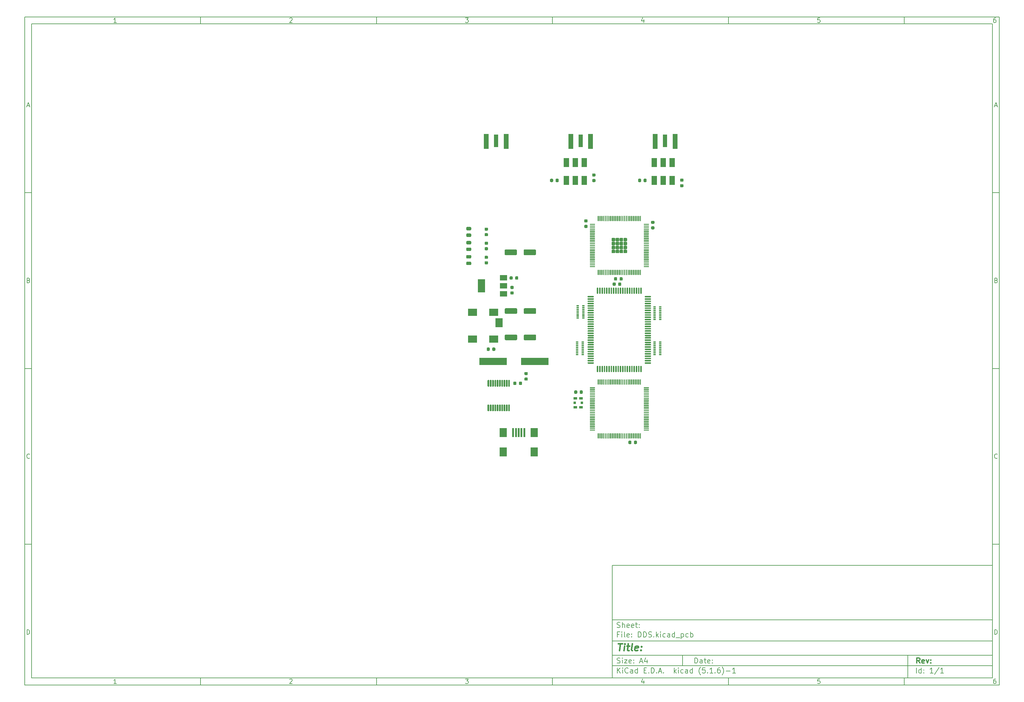
<source format=gbr>
%TF.GenerationSoftware,KiCad,Pcbnew,(5.1.6)-1*%
%TF.CreationDate,2020-12-14T06:54:31-07:00*%
%TF.ProjectId,DDS,4444532e-6b69-4636-9164-5f7063625858,rev?*%
%TF.SameCoordinates,Original*%
%TF.FileFunction,Paste,Top*%
%TF.FilePolarity,Positive*%
%FSLAX46Y46*%
G04 Gerber Fmt 4.6, Leading zero omitted, Abs format (unit mm)*
G04 Created by KiCad (PCBNEW (5.1.6)-1) date 2020-12-14 06:54:31*
%MOMM*%
%LPD*%
G01*
G04 APERTURE LIST*
%ADD10C,0.100000*%
%ADD11C,0.150000*%
%ADD12C,0.300000*%
%ADD13C,0.400000*%
%ADD14R,0.500000X2.500000*%
%ADD15R,2.000000X2.500000*%
%ADD16R,2.000000X1.500000*%
%ADD17R,2.000000X3.800000*%
%ADD18R,0.800000X0.300000*%
%ADD19R,1.270000X3.600000*%
%ADD20R,1.350000X4.200000*%
%ADD21R,7.875000X2.000000*%
%ADD22R,1.100000X0.750000*%
%ADD23R,0.680000X0.750000*%
%ADD24R,1.650000X2.540000*%
%ADD25R,2.500000X2.000000*%
G04 APERTURE END LIST*
D10*
D11*
X177002200Y-166007200D02*
X177002200Y-198007200D01*
X285002200Y-198007200D01*
X285002200Y-166007200D01*
X177002200Y-166007200D01*
D10*
D11*
X10000000Y-10000000D02*
X10000000Y-200007200D01*
X287002200Y-200007200D01*
X287002200Y-10000000D01*
X10000000Y-10000000D01*
D10*
D11*
X12000000Y-12000000D02*
X12000000Y-198007200D01*
X285002200Y-198007200D01*
X285002200Y-12000000D01*
X12000000Y-12000000D01*
D10*
D11*
X60000000Y-12000000D02*
X60000000Y-10000000D01*
D10*
D11*
X110000000Y-12000000D02*
X110000000Y-10000000D01*
D10*
D11*
X160000000Y-12000000D02*
X160000000Y-10000000D01*
D10*
D11*
X210000000Y-12000000D02*
X210000000Y-10000000D01*
D10*
D11*
X260000000Y-12000000D02*
X260000000Y-10000000D01*
D10*
D11*
X36065476Y-11588095D02*
X35322619Y-11588095D01*
X35694047Y-11588095D02*
X35694047Y-10288095D01*
X35570238Y-10473809D01*
X35446428Y-10597619D01*
X35322619Y-10659523D01*
D10*
D11*
X85322619Y-10411904D02*
X85384523Y-10350000D01*
X85508333Y-10288095D01*
X85817857Y-10288095D01*
X85941666Y-10350000D01*
X86003571Y-10411904D01*
X86065476Y-10535714D01*
X86065476Y-10659523D01*
X86003571Y-10845238D01*
X85260714Y-11588095D01*
X86065476Y-11588095D01*
D10*
D11*
X135260714Y-10288095D02*
X136065476Y-10288095D01*
X135632142Y-10783333D01*
X135817857Y-10783333D01*
X135941666Y-10845238D01*
X136003571Y-10907142D01*
X136065476Y-11030952D01*
X136065476Y-11340476D01*
X136003571Y-11464285D01*
X135941666Y-11526190D01*
X135817857Y-11588095D01*
X135446428Y-11588095D01*
X135322619Y-11526190D01*
X135260714Y-11464285D01*
D10*
D11*
X185941666Y-10721428D02*
X185941666Y-11588095D01*
X185632142Y-10226190D02*
X185322619Y-11154761D01*
X186127380Y-11154761D01*
D10*
D11*
X236003571Y-10288095D02*
X235384523Y-10288095D01*
X235322619Y-10907142D01*
X235384523Y-10845238D01*
X235508333Y-10783333D01*
X235817857Y-10783333D01*
X235941666Y-10845238D01*
X236003571Y-10907142D01*
X236065476Y-11030952D01*
X236065476Y-11340476D01*
X236003571Y-11464285D01*
X235941666Y-11526190D01*
X235817857Y-11588095D01*
X235508333Y-11588095D01*
X235384523Y-11526190D01*
X235322619Y-11464285D01*
D10*
D11*
X285941666Y-10288095D02*
X285694047Y-10288095D01*
X285570238Y-10350000D01*
X285508333Y-10411904D01*
X285384523Y-10597619D01*
X285322619Y-10845238D01*
X285322619Y-11340476D01*
X285384523Y-11464285D01*
X285446428Y-11526190D01*
X285570238Y-11588095D01*
X285817857Y-11588095D01*
X285941666Y-11526190D01*
X286003571Y-11464285D01*
X286065476Y-11340476D01*
X286065476Y-11030952D01*
X286003571Y-10907142D01*
X285941666Y-10845238D01*
X285817857Y-10783333D01*
X285570238Y-10783333D01*
X285446428Y-10845238D01*
X285384523Y-10907142D01*
X285322619Y-11030952D01*
D10*
D11*
X60000000Y-198007200D02*
X60000000Y-200007200D01*
D10*
D11*
X110000000Y-198007200D02*
X110000000Y-200007200D01*
D10*
D11*
X160000000Y-198007200D02*
X160000000Y-200007200D01*
D10*
D11*
X210000000Y-198007200D02*
X210000000Y-200007200D01*
D10*
D11*
X260000000Y-198007200D02*
X260000000Y-200007200D01*
D10*
D11*
X36065476Y-199595295D02*
X35322619Y-199595295D01*
X35694047Y-199595295D02*
X35694047Y-198295295D01*
X35570238Y-198481009D01*
X35446428Y-198604819D01*
X35322619Y-198666723D01*
D10*
D11*
X85322619Y-198419104D02*
X85384523Y-198357200D01*
X85508333Y-198295295D01*
X85817857Y-198295295D01*
X85941666Y-198357200D01*
X86003571Y-198419104D01*
X86065476Y-198542914D01*
X86065476Y-198666723D01*
X86003571Y-198852438D01*
X85260714Y-199595295D01*
X86065476Y-199595295D01*
D10*
D11*
X135260714Y-198295295D02*
X136065476Y-198295295D01*
X135632142Y-198790533D01*
X135817857Y-198790533D01*
X135941666Y-198852438D01*
X136003571Y-198914342D01*
X136065476Y-199038152D01*
X136065476Y-199347676D01*
X136003571Y-199471485D01*
X135941666Y-199533390D01*
X135817857Y-199595295D01*
X135446428Y-199595295D01*
X135322619Y-199533390D01*
X135260714Y-199471485D01*
D10*
D11*
X185941666Y-198728628D02*
X185941666Y-199595295D01*
X185632142Y-198233390D02*
X185322619Y-199161961D01*
X186127380Y-199161961D01*
D10*
D11*
X236003571Y-198295295D02*
X235384523Y-198295295D01*
X235322619Y-198914342D01*
X235384523Y-198852438D01*
X235508333Y-198790533D01*
X235817857Y-198790533D01*
X235941666Y-198852438D01*
X236003571Y-198914342D01*
X236065476Y-199038152D01*
X236065476Y-199347676D01*
X236003571Y-199471485D01*
X235941666Y-199533390D01*
X235817857Y-199595295D01*
X235508333Y-199595295D01*
X235384523Y-199533390D01*
X235322619Y-199471485D01*
D10*
D11*
X285941666Y-198295295D02*
X285694047Y-198295295D01*
X285570238Y-198357200D01*
X285508333Y-198419104D01*
X285384523Y-198604819D01*
X285322619Y-198852438D01*
X285322619Y-199347676D01*
X285384523Y-199471485D01*
X285446428Y-199533390D01*
X285570238Y-199595295D01*
X285817857Y-199595295D01*
X285941666Y-199533390D01*
X286003571Y-199471485D01*
X286065476Y-199347676D01*
X286065476Y-199038152D01*
X286003571Y-198914342D01*
X285941666Y-198852438D01*
X285817857Y-198790533D01*
X285570238Y-198790533D01*
X285446428Y-198852438D01*
X285384523Y-198914342D01*
X285322619Y-199038152D01*
D10*
D11*
X10000000Y-60000000D02*
X12000000Y-60000000D01*
D10*
D11*
X10000000Y-110000000D02*
X12000000Y-110000000D01*
D10*
D11*
X10000000Y-160000000D02*
X12000000Y-160000000D01*
D10*
D11*
X10690476Y-35216666D02*
X11309523Y-35216666D01*
X10566666Y-35588095D02*
X11000000Y-34288095D01*
X11433333Y-35588095D01*
D10*
D11*
X11092857Y-84907142D02*
X11278571Y-84969047D01*
X11340476Y-85030952D01*
X11402380Y-85154761D01*
X11402380Y-85340476D01*
X11340476Y-85464285D01*
X11278571Y-85526190D01*
X11154761Y-85588095D01*
X10659523Y-85588095D01*
X10659523Y-84288095D01*
X11092857Y-84288095D01*
X11216666Y-84350000D01*
X11278571Y-84411904D01*
X11340476Y-84535714D01*
X11340476Y-84659523D01*
X11278571Y-84783333D01*
X11216666Y-84845238D01*
X11092857Y-84907142D01*
X10659523Y-84907142D01*
D10*
D11*
X11402380Y-135464285D02*
X11340476Y-135526190D01*
X11154761Y-135588095D01*
X11030952Y-135588095D01*
X10845238Y-135526190D01*
X10721428Y-135402380D01*
X10659523Y-135278571D01*
X10597619Y-135030952D01*
X10597619Y-134845238D01*
X10659523Y-134597619D01*
X10721428Y-134473809D01*
X10845238Y-134350000D01*
X11030952Y-134288095D01*
X11154761Y-134288095D01*
X11340476Y-134350000D01*
X11402380Y-134411904D01*
D10*
D11*
X10659523Y-185588095D02*
X10659523Y-184288095D01*
X10969047Y-184288095D01*
X11154761Y-184350000D01*
X11278571Y-184473809D01*
X11340476Y-184597619D01*
X11402380Y-184845238D01*
X11402380Y-185030952D01*
X11340476Y-185278571D01*
X11278571Y-185402380D01*
X11154761Y-185526190D01*
X10969047Y-185588095D01*
X10659523Y-185588095D01*
D10*
D11*
X287002200Y-60000000D02*
X285002200Y-60000000D01*
D10*
D11*
X287002200Y-110000000D02*
X285002200Y-110000000D01*
D10*
D11*
X287002200Y-160000000D02*
X285002200Y-160000000D01*
D10*
D11*
X285692676Y-35216666D02*
X286311723Y-35216666D01*
X285568866Y-35588095D02*
X286002200Y-34288095D01*
X286435533Y-35588095D01*
D10*
D11*
X286095057Y-84907142D02*
X286280771Y-84969047D01*
X286342676Y-85030952D01*
X286404580Y-85154761D01*
X286404580Y-85340476D01*
X286342676Y-85464285D01*
X286280771Y-85526190D01*
X286156961Y-85588095D01*
X285661723Y-85588095D01*
X285661723Y-84288095D01*
X286095057Y-84288095D01*
X286218866Y-84350000D01*
X286280771Y-84411904D01*
X286342676Y-84535714D01*
X286342676Y-84659523D01*
X286280771Y-84783333D01*
X286218866Y-84845238D01*
X286095057Y-84907142D01*
X285661723Y-84907142D01*
D10*
D11*
X286404580Y-135464285D02*
X286342676Y-135526190D01*
X286156961Y-135588095D01*
X286033152Y-135588095D01*
X285847438Y-135526190D01*
X285723628Y-135402380D01*
X285661723Y-135278571D01*
X285599819Y-135030952D01*
X285599819Y-134845238D01*
X285661723Y-134597619D01*
X285723628Y-134473809D01*
X285847438Y-134350000D01*
X286033152Y-134288095D01*
X286156961Y-134288095D01*
X286342676Y-134350000D01*
X286404580Y-134411904D01*
D10*
D11*
X285661723Y-185588095D02*
X285661723Y-184288095D01*
X285971247Y-184288095D01*
X286156961Y-184350000D01*
X286280771Y-184473809D01*
X286342676Y-184597619D01*
X286404580Y-184845238D01*
X286404580Y-185030952D01*
X286342676Y-185278571D01*
X286280771Y-185402380D01*
X286156961Y-185526190D01*
X285971247Y-185588095D01*
X285661723Y-185588095D01*
D10*
D11*
X200434342Y-193785771D02*
X200434342Y-192285771D01*
X200791485Y-192285771D01*
X201005771Y-192357200D01*
X201148628Y-192500057D01*
X201220057Y-192642914D01*
X201291485Y-192928628D01*
X201291485Y-193142914D01*
X201220057Y-193428628D01*
X201148628Y-193571485D01*
X201005771Y-193714342D01*
X200791485Y-193785771D01*
X200434342Y-193785771D01*
X202577200Y-193785771D02*
X202577200Y-193000057D01*
X202505771Y-192857200D01*
X202362914Y-192785771D01*
X202077200Y-192785771D01*
X201934342Y-192857200D01*
X202577200Y-193714342D02*
X202434342Y-193785771D01*
X202077200Y-193785771D01*
X201934342Y-193714342D01*
X201862914Y-193571485D01*
X201862914Y-193428628D01*
X201934342Y-193285771D01*
X202077200Y-193214342D01*
X202434342Y-193214342D01*
X202577200Y-193142914D01*
X203077200Y-192785771D02*
X203648628Y-192785771D01*
X203291485Y-192285771D02*
X203291485Y-193571485D01*
X203362914Y-193714342D01*
X203505771Y-193785771D01*
X203648628Y-193785771D01*
X204720057Y-193714342D02*
X204577200Y-193785771D01*
X204291485Y-193785771D01*
X204148628Y-193714342D01*
X204077200Y-193571485D01*
X204077200Y-193000057D01*
X204148628Y-192857200D01*
X204291485Y-192785771D01*
X204577200Y-192785771D01*
X204720057Y-192857200D01*
X204791485Y-193000057D01*
X204791485Y-193142914D01*
X204077200Y-193285771D01*
X205434342Y-193642914D02*
X205505771Y-193714342D01*
X205434342Y-193785771D01*
X205362914Y-193714342D01*
X205434342Y-193642914D01*
X205434342Y-193785771D01*
X205434342Y-192857200D02*
X205505771Y-192928628D01*
X205434342Y-193000057D01*
X205362914Y-192928628D01*
X205434342Y-192857200D01*
X205434342Y-193000057D01*
D10*
D11*
X177002200Y-194507200D02*
X285002200Y-194507200D01*
D10*
D11*
X178434342Y-196585771D02*
X178434342Y-195085771D01*
X179291485Y-196585771D02*
X178648628Y-195728628D01*
X179291485Y-195085771D02*
X178434342Y-195942914D01*
X179934342Y-196585771D02*
X179934342Y-195585771D01*
X179934342Y-195085771D02*
X179862914Y-195157200D01*
X179934342Y-195228628D01*
X180005771Y-195157200D01*
X179934342Y-195085771D01*
X179934342Y-195228628D01*
X181505771Y-196442914D02*
X181434342Y-196514342D01*
X181220057Y-196585771D01*
X181077200Y-196585771D01*
X180862914Y-196514342D01*
X180720057Y-196371485D01*
X180648628Y-196228628D01*
X180577200Y-195942914D01*
X180577200Y-195728628D01*
X180648628Y-195442914D01*
X180720057Y-195300057D01*
X180862914Y-195157200D01*
X181077200Y-195085771D01*
X181220057Y-195085771D01*
X181434342Y-195157200D01*
X181505771Y-195228628D01*
X182791485Y-196585771D02*
X182791485Y-195800057D01*
X182720057Y-195657200D01*
X182577200Y-195585771D01*
X182291485Y-195585771D01*
X182148628Y-195657200D01*
X182791485Y-196514342D02*
X182648628Y-196585771D01*
X182291485Y-196585771D01*
X182148628Y-196514342D01*
X182077200Y-196371485D01*
X182077200Y-196228628D01*
X182148628Y-196085771D01*
X182291485Y-196014342D01*
X182648628Y-196014342D01*
X182791485Y-195942914D01*
X184148628Y-196585771D02*
X184148628Y-195085771D01*
X184148628Y-196514342D02*
X184005771Y-196585771D01*
X183720057Y-196585771D01*
X183577200Y-196514342D01*
X183505771Y-196442914D01*
X183434342Y-196300057D01*
X183434342Y-195871485D01*
X183505771Y-195728628D01*
X183577200Y-195657200D01*
X183720057Y-195585771D01*
X184005771Y-195585771D01*
X184148628Y-195657200D01*
X186005771Y-195800057D02*
X186505771Y-195800057D01*
X186720057Y-196585771D02*
X186005771Y-196585771D01*
X186005771Y-195085771D01*
X186720057Y-195085771D01*
X187362914Y-196442914D02*
X187434342Y-196514342D01*
X187362914Y-196585771D01*
X187291485Y-196514342D01*
X187362914Y-196442914D01*
X187362914Y-196585771D01*
X188077200Y-196585771D02*
X188077200Y-195085771D01*
X188434342Y-195085771D01*
X188648628Y-195157200D01*
X188791485Y-195300057D01*
X188862914Y-195442914D01*
X188934342Y-195728628D01*
X188934342Y-195942914D01*
X188862914Y-196228628D01*
X188791485Y-196371485D01*
X188648628Y-196514342D01*
X188434342Y-196585771D01*
X188077200Y-196585771D01*
X189577200Y-196442914D02*
X189648628Y-196514342D01*
X189577200Y-196585771D01*
X189505771Y-196514342D01*
X189577200Y-196442914D01*
X189577200Y-196585771D01*
X190220057Y-196157200D02*
X190934342Y-196157200D01*
X190077200Y-196585771D02*
X190577200Y-195085771D01*
X191077200Y-196585771D01*
X191577200Y-196442914D02*
X191648628Y-196514342D01*
X191577200Y-196585771D01*
X191505771Y-196514342D01*
X191577200Y-196442914D01*
X191577200Y-196585771D01*
X194577200Y-196585771D02*
X194577200Y-195085771D01*
X194720057Y-196014342D02*
X195148628Y-196585771D01*
X195148628Y-195585771D02*
X194577200Y-196157200D01*
X195791485Y-196585771D02*
X195791485Y-195585771D01*
X195791485Y-195085771D02*
X195720057Y-195157200D01*
X195791485Y-195228628D01*
X195862914Y-195157200D01*
X195791485Y-195085771D01*
X195791485Y-195228628D01*
X197148628Y-196514342D02*
X197005771Y-196585771D01*
X196720057Y-196585771D01*
X196577200Y-196514342D01*
X196505771Y-196442914D01*
X196434342Y-196300057D01*
X196434342Y-195871485D01*
X196505771Y-195728628D01*
X196577200Y-195657200D01*
X196720057Y-195585771D01*
X197005771Y-195585771D01*
X197148628Y-195657200D01*
X198434342Y-196585771D02*
X198434342Y-195800057D01*
X198362914Y-195657200D01*
X198220057Y-195585771D01*
X197934342Y-195585771D01*
X197791485Y-195657200D01*
X198434342Y-196514342D02*
X198291485Y-196585771D01*
X197934342Y-196585771D01*
X197791485Y-196514342D01*
X197720057Y-196371485D01*
X197720057Y-196228628D01*
X197791485Y-196085771D01*
X197934342Y-196014342D01*
X198291485Y-196014342D01*
X198434342Y-195942914D01*
X199791485Y-196585771D02*
X199791485Y-195085771D01*
X199791485Y-196514342D02*
X199648628Y-196585771D01*
X199362914Y-196585771D01*
X199220057Y-196514342D01*
X199148628Y-196442914D01*
X199077200Y-196300057D01*
X199077200Y-195871485D01*
X199148628Y-195728628D01*
X199220057Y-195657200D01*
X199362914Y-195585771D01*
X199648628Y-195585771D01*
X199791485Y-195657200D01*
X202077200Y-197157200D02*
X202005771Y-197085771D01*
X201862914Y-196871485D01*
X201791485Y-196728628D01*
X201720057Y-196514342D01*
X201648628Y-196157200D01*
X201648628Y-195871485D01*
X201720057Y-195514342D01*
X201791485Y-195300057D01*
X201862914Y-195157200D01*
X202005771Y-194942914D01*
X202077200Y-194871485D01*
X203362914Y-195085771D02*
X202648628Y-195085771D01*
X202577200Y-195800057D01*
X202648628Y-195728628D01*
X202791485Y-195657200D01*
X203148628Y-195657200D01*
X203291485Y-195728628D01*
X203362914Y-195800057D01*
X203434342Y-195942914D01*
X203434342Y-196300057D01*
X203362914Y-196442914D01*
X203291485Y-196514342D01*
X203148628Y-196585771D01*
X202791485Y-196585771D01*
X202648628Y-196514342D01*
X202577200Y-196442914D01*
X204077200Y-196442914D02*
X204148628Y-196514342D01*
X204077200Y-196585771D01*
X204005771Y-196514342D01*
X204077200Y-196442914D01*
X204077200Y-196585771D01*
X205577200Y-196585771D02*
X204720057Y-196585771D01*
X205148628Y-196585771D02*
X205148628Y-195085771D01*
X205005771Y-195300057D01*
X204862914Y-195442914D01*
X204720057Y-195514342D01*
X206220057Y-196442914D02*
X206291485Y-196514342D01*
X206220057Y-196585771D01*
X206148628Y-196514342D01*
X206220057Y-196442914D01*
X206220057Y-196585771D01*
X207577200Y-195085771D02*
X207291485Y-195085771D01*
X207148628Y-195157200D01*
X207077200Y-195228628D01*
X206934342Y-195442914D01*
X206862914Y-195728628D01*
X206862914Y-196300057D01*
X206934342Y-196442914D01*
X207005771Y-196514342D01*
X207148628Y-196585771D01*
X207434342Y-196585771D01*
X207577200Y-196514342D01*
X207648628Y-196442914D01*
X207720057Y-196300057D01*
X207720057Y-195942914D01*
X207648628Y-195800057D01*
X207577200Y-195728628D01*
X207434342Y-195657200D01*
X207148628Y-195657200D01*
X207005771Y-195728628D01*
X206934342Y-195800057D01*
X206862914Y-195942914D01*
X208220057Y-197157200D02*
X208291485Y-197085771D01*
X208434342Y-196871485D01*
X208505771Y-196728628D01*
X208577200Y-196514342D01*
X208648628Y-196157200D01*
X208648628Y-195871485D01*
X208577200Y-195514342D01*
X208505771Y-195300057D01*
X208434342Y-195157200D01*
X208291485Y-194942914D01*
X208220057Y-194871485D01*
X209362914Y-196014342D02*
X210505771Y-196014342D01*
X212005771Y-196585771D02*
X211148628Y-196585771D01*
X211577200Y-196585771D02*
X211577200Y-195085771D01*
X211434342Y-195300057D01*
X211291485Y-195442914D01*
X211148628Y-195514342D01*
D10*
D11*
X177002200Y-191507200D02*
X285002200Y-191507200D01*
D10*
D12*
X264411485Y-193785771D02*
X263911485Y-193071485D01*
X263554342Y-193785771D02*
X263554342Y-192285771D01*
X264125771Y-192285771D01*
X264268628Y-192357200D01*
X264340057Y-192428628D01*
X264411485Y-192571485D01*
X264411485Y-192785771D01*
X264340057Y-192928628D01*
X264268628Y-193000057D01*
X264125771Y-193071485D01*
X263554342Y-193071485D01*
X265625771Y-193714342D02*
X265482914Y-193785771D01*
X265197200Y-193785771D01*
X265054342Y-193714342D01*
X264982914Y-193571485D01*
X264982914Y-193000057D01*
X265054342Y-192857200D01*
X265197200Y-192785771D01*
X265482914Y-192785771D01*
X265625771Y-192857200D01*
X265697200Y-193000057D01*
X265697200Y-193142914D01*
X264982914Y-193285771D01*
X266197200Y-192785771D02*
X266554342Y-193785771D01*
X266911485Y-192785771D01*
X267482914Y-193642914D02*
X267554342Y-193714342D01*
X267482914Y-193785771D01*
X267411485Y-193714342D01*
X267482914Y-193642914D01*
X267482914Y-193785771D01*
X267482914Y-192857200D02*
X267554342Y-192928628D01*
X267482914Y-193000057D01*
X267411485Y-192928628D01*
X267482914Y-192857200D01*
X267482914Y-193000057D01*
D10*
D11*
X178362914Y-193714342D02*
X178577200Y-193785771D01*
X178934342Y-193785771D01*
X179077200Y-193714342D01*
X179148628Y-193642914D01*
X179220057Y-193500057D01*
X179220057Y-193357200D01*
X179148628Y-193214342D01*
X179077200Y-193142914D01*
X178934342Y-193071485D01*
X178648628Y-193000057D01*
X178505771Y-192928628D01*
X178434342Y-192857200D01*
X178362914Y-192714342D01*
X178362914Y-192571485D01*
X178434342Y-192428628D01*
X178505771Y-192357200D01*
X178648628Y-192285771D01*
X179005771Y-192285771D01*
X179220057Y-192357200D01*
X179862914Y-193785771D02*
X179862914Y-192785771D01*
X179862914Y-192285771D02*
X179791485Y-192357200D01*
X179862914Y-192428628D01*
X179934342Y-192357200D01*
X179862914Y-192285771D01*
X179862914Y-192428628D01*
X180434342Y-192785771D02*
X181220057Y-192785771D01*
X180434342Y-193785771D01*
X181220057Y-193785771D01*
X182362914Y-193714342D02*
X182220057Y-193785771D01*
X181934342Y-193785771D01*
X181791485Y-193714342D01*
X181720057Y-193571485D01*
X181720057Y-193000057D01*
X181791485Y-192857200D01*
X181934342Y-192785771D01*
X182220057Y-192785771D01*
X182362914Y-192857200D01*
X182434342Y-193000057D01*
X182434342Y-193142914D01*
X181720057Y-193285771D01*
X183077200Y-193642914D02*
X183148628Y-193714342D01*
X183077200Y-193785771D01*
X183005771Y-193714342D01*
X183077200Y-193642914D01*
X183077200Y-193785771D01*
X183077200Y-192857200D02*
X183148628Y-192928628D01*
X183077200Y-193000057D01*
X183005771Y-192928628D01*
X183077200Y-192857200D01*
X183077200Y-193000057D01*
X184862914Y-193357200D02*
X185577200Y-193357200D01*
X184720057Y-193785771D02*
X185220057Y-192285771D01*
X185720057Y-193785771D01*
X186862914Y-192785771D02*
X186862914Y-193785771D01*
X186505771Y-192214342D02*
X186148628Y-193285771D01*
X187077200Y-193285771D01*
D10*
D11*
X263434342Y-196585771D02*
X263434342Y-195085771D01*
X264791485Y-196585771D02*
X264791485Y-195085771D01*
X264791485Y-196514342D02*
X264648628Y-196585771D01*
X264362914Y-196585771D01*
X264220057Y-196514342D01*
X264148628Y-196442914D01*
X264077200Y-196300057D01*
X264077200Y-195871485D01*
X264148628Y-195728628D01*
X264220057Y-195657200D01*
X264362914Y-195585771D01*
X264648628Y-195585771D01*
X264791485Y-195657200D01*
X265505771Y-196442914D02*
X265577200Y-196514342D01*
X265505771Y-196585771D01*
X265434342Y-196514342D01*
X265505771Y-196442914D01*
X265505771Y-196585771D01*
X265505771Y-195657200D02*
X265577200Y-195728628D01*
X265505771Y-195800057D01*
X265434342Y-195728628D01*
X265505771Y-195657200D01*
X265505771Y-195800057D01*
X268148628Y-196585771D02*
X267291485Y-196585771D01*
X267720057Y-196585771D02*
X267720057Y-195085771D01*
X267577200Y-195300057D01*
X267434342Y-195442914D01*
X267291485Y-195514342D01*
X269862914Y-195014342D02*
X268577200Y-196942914D01*
X271148628Y-196585771D02*
X270291485Y-196585771D01*
X270720057Y-196585771D02*
X270720057Y-195085771D01*
X270577200Y-195300057D01*
X270434342Y-195442914D01*
X270291485Y-195514342D01*
D10*
D11*
X177002200Y-187507200D02*
X285002200Y-187507200D01*
D10*
D13*
X178714580Y-188211961D02*
X179857438Y-188211961D01*
X179036009Y-190211961D02*
X179286009Y-188211961D01*
X180274104Y-190211961D02*
X180440771Y-188878628D01*
X180524104Y-188211961D02*
X180416961Y-188307200D01*
X180500295Y-188402438D01*
X180607438Y-188307200D01*
X180524104Y-188211961D01*
X180500295Y-188402438D01*
X181107438Y-188878628D02*
X181869342Y-188878628D01*
X181476485Y-188211961D02*
X181262200Y-189926247D01*
X181333628Y-190116723D01*
X181512200Y-190211961D01*
X181702676Y-190211961D01*
X182655057Y-190211961D02*
X182476485Y-190116723D01*
X182405057Y-189926247D01*
X182619342Y-188211961D01*
X184190771Y-190116723D02*
X183988390Y-190211961D01*
X183607438Y-190211961D01*
X183428866Y-190116723D01*
X183357438Y-189926247D01*
X183452676Y-189164342D01*
X183571723Y-188973866D01*
X183774104Y-188878628D01*
X184155057Y-188878628D01*
X184333628Y-188973866D01*
X184405057Y-189164342D01*
X184381247Y-189354819D01*
X183405057Y-189545295D01*
X185155057Y-190021485D02*
X185238390Y-190116723D01*
X185131247Y-190211961D01*
X185047914Y-190116723D01*
X185155057Y-190021485D01*
X185131247Y-190211961D01*
X185286009Y-188973866D02*
X185369342Y-189069104D01*
X185262200Y-189164342D01*
X185178866Y-189069104D01*
X185286009Y-188973866D01*
X185262200Y-189164342D01*
D10*
D11*
X178934342Y-185600057D02*
X178434342Y-185600057D01*
X178434342Y-186385771D02*
X178434342Y-184885771D01*
X179148628Y-184885771D01*
X179720057Y-186385771D02*
X179720057Y-185385771D01*
X179720057Y-184885771D02*
X179648628Y-184957200D01*
X179720057Y-185028628D01*
X179791485Y-184957200D01*
X179720057Y-184885771D01*
X179720057Y-185028628D01*
X180648628Y-186385771D02*
X180505771Y-186314342D01*
X180434342Y-186171485D01*
X180434342Y-184885771D01*
X181791485Y-186314342D02*
X181648628Y-186385771D01*
X181362914Y-186385771D01*
X181220057Y-186314342D01*
X181148628Y-186171485D01*
X181148628Y-185600057D01*
X181220057Y-185457200D01*
X181362914Y-185385771D01*
X181648628Y-185385771D01*
X181791485Y-185457200D01*
X181862914Y-185600057D01*
X181862914Y-185742914D01*
X181148628Y-185885771D01*
X182505771Y-186242914D02*
X182577200Y-186314342D01*
X182505771Y-186385771D01*
X182434342Y-186314342D01*
X182505771Y-186242914D01*
X182505771Y-186385771D01*
X182505771Y-185457200D02*
X182577200Y-185528628D01*
X182505771Y-185600057D01*
X182434342Y-185528628D01*
X182505771Y-185457200D01*
X182505771Y-185600057D01*
X184362914Y-186385771D02*
X184362914Y-184885771D01*
X184720057Y-184885771D01*
X184934342Y-184957200D01*
X185077200Y-185100057D01*
X185148628Y-185242914D01*
X185220057Y-185528628D01*
X185220057Y-185742914D01*
X185148628Y-186028628D01*
X185077200Y-186171485D01*
X184934342Y-186314342D01*
X184720057Y-186385771D01*
X184362914Y-186385771D01*
X185862914Y-186385771D02*
X185862914Y-184885771D01*
X186220057Y-184885771D01*
X186434342Y-184957200D01*
X186577200Y-185100057D01*
X186648628Y-185242914D01*
X186720057Y-185528628D01*
X186720057Y-185742914D01*
X186648628Y-186028628D01*
X186577200Y-186171485D01*
X186434342Y-186314342D01*
X186220057Y-186385771D01*
X185862914Y-186385771D01*
X187291485Y-186314342D02*
X187505771Y-186385771D01*
X187862914Y-186385771D01*
X188005771Y-186314342D01*
X188077200Y-186242914D01*
X188148628Y-186100057D01*
X188148628Y-185957200D01*
X188077200Y-185814342D01*
X188005771Y-185742914D01*
X187862914Y-185671485D01*
X187577200Y-185600057D01*
X187434342Y-185528628D01*
X187362914Y-185457200D01*
X187291485Y-185314342D01*
X187291485Y-185171485D01*
X187362914Y-185028628D01*
X187434342Y-184957200D01*
X187577200Y-184885771D01*
X187934342Y-184885771D01*
X188148628Y-184957200D01*
X188791485Y-186242914D02*
X188862914Y-186314342D01*
X188791485Y-186385771D01*
X188720057Y-186314342D01*
X188791485Y-186242914D01*
X188791485Y-186385771D01*
X189505771Y-186385771D02*
X189505771Y-184885771D01*
X189648628Y-185814342D02*
X190077200Y-186385771D01*
X190077200Y-185385771D02*
X189505771Y-185957200D01*
X190720057Y-186385771D02*
X190720057Y-185385771D01*
X190720057Y-184885771D02*
X190648628Y-184957200D01*
X190720057Y-185028628D01*
X190791485Y-184957200D01*
X190720057Y-184885771D01*
X190720057Y-185028628D01*
X192077200Y-186314342D02*
X191934342Y-186385771D01*
X191648628Y-186385771D01*
X191505771Y-186314342D01*
X191434342Y-186242914D01*
X191362914Y-186100057D01*
X191362914Y-185671485D01*
X191434342Y-185528628D01*
X191505771Y-185457200D01*
X191648628Y-185385771D01*
X191934342Y-185385771D01*
X192077200Y-185457200D01*
X193362914Y-186385771D02*
X193362914Y-185600057D01*
X193291485Y-185457200D01*
X193148628Y-185385771D01*
X192862914Y-185385771D01*
X192720057Y-185457200D01*
X193362914Y-186314342D02*
X193220057Y-186385771D01*
X192862914Y-186385771D01*
X192720057Y-186314342D01*
X192648628Y-186171485D01*
X192648628Y-186028628D01*
X192720057Y-185885771D01*
X192862914Y-185814342D01*
X193220057Y-185814342D01*
X193362914Y-185742914D01*
X194720057Y-186385771D02*
X194720057Y-184885771D01*
X194720057Y-186314342D02*
X194577200Y-186385771D01*
X194291485Y-186385771D01*
X194148628Y-186314342D01*
X194077200Y-186242914D01*
X194005771Y-186100057D01*
X194005771Y-185671485D01*
X194077200Y-185528628D01*
X194148628Y-185457200D01*
X194291485Y-185385771D01*
X194577200Y-185385771D01*
X194720057Y-185457200D01*
X195077200Y-186528628D02*
X196220057Y-186528628D01*
X196577200Y-185385771D02*
X196577200Y-186885771D01*
X196577200Y-185457200D02*
X196720057Y-185385771D01*
X197005771Y-185385771D01*
X197148628Y-185457200D01*
X197220057Y-185528628D01*
X197291485Y-185671485D01*
X197291485Y-186100057D01*
X197220057Y-186242914D01*
X197148628Y-186314342D01*
X197005771Y-186385771D01*
X196720057Y-186385771D01*
X196577200Y-186314342D01*
X198577200Y-186314342D02*
X198434342Y-186385771D01*
X198148628Y-186385771D01*
X198005771Y-186314342D01*
X197934342Y-186242914D01*
X197862914Y-186100057D01*
X197862914Y-185671485D01*
X197934342Y-185528628D01*
X198005771Y-185457200D01*
X198148628Y-185385771D01*
X198434342Y-185385771D01*
X198577200Y-185457200D01*
X199220057Y-186385771D02*
X199220057Y-184885771D01*
X199220057Y-185457200D02*
X199362914Y-185385771D01*
X199648628Y-185385771D01*
X199791485Y-185457200D01*
X199862914Y-185528628D01*
X199934342Y-185671485D01*
X199934342Y-186100057D01*
X199862914Y-186242914D01*
X199791485Y-186314342D01*
X199648628Y-186385771D01*
X199362914Y-186385771D01*
X199220057Y-186314342D01*
D10*
D11*
X177002200Y-181507200D02*
X285002200Y-181507200D01*
D10*
D11*
X178362914Y-183614342D02*
X178577200Y-183685771D01*
X178934342Y-183685771D01*
X179077200Y-183614342D01*
X179148628Y-183542914D01*
X179220057Y-183400057D01*
X179220057Y-183257200D01*
X179148628Y-183114342D01*
X179077200Y-183042914D01*
X178934342Y-182971485D01*
X178648628Y-182900057D01*
X178505771Y-182828628D01*
X178434342Y-182757200D01*
X178362914Y-182614342D01*
X178362914Y-182471485D01*
X178434342Y-182328628D01*
X178505771Y-182257200D01*
X178648628Y-182185771D01*
X179005771Y-182185771D01*
X179220057Y-182257200D01*
X179862914Y-183685771D02*
X179862914Y-182185771D01*
X180505771Y-183685771D02*
X180505771Y-182900057D01*
X180434342Y-182757200D01*
X180291485Y-182685771D01*
X180077200Y-182685771D01*
X179934342Y-182757200D01*
X179862914Y-182828628D01*
X181791485Y-183614342D02*
X181648628Y-183685771D01*
X181362914Y-183685771D01*
X181220057Y-183614342D01*
X181148628Y-183471485D01*
X181148628Y-182900057D01*
X181220057Y-182757200D01*
X181362914Y-182685771D01*
X181648628Y-182685771D01*
X181791485Y-182757200D01*
X181862914Y-182900057D01*
X181862914Y-183042914D01*
X181148628Y-183185771D01*
X183077200Y-183614342D02*
X182934342Y-183685771D01*
X182648628Y-183685771D01*
X182505771Y-183614342D01*
X182434342Y-183471485D01*
X182434342Y-182900057D01*
X182505771Y-182757200D01*
X182648628Y-182685771D01*
X182934342Y-182685771D01*
X183077200Y-182757200D01*
X183148628Y-182900057D01*
X183148628Y-183042914D01*
X182434342Y-183185771D01*
X183577200Y-182685771D02*
X184148628Y-182685771D01*
X183791485Y-182185771D02*
X183791485Y-183471485D01*
X183862914Y-183614342D01*
X184005771Y-183685771D01*
X184148628Y-183685771D01*
X184648628Y-183542914D02*
X184720057Y-183614342D01*
X184648628Y-183685771D01*
X184577200Y-183614342D01*
X184648628Y-183542914D01*
X184648628Y-183685771D01*
X184648628Y-182757200D02*
X184720057Y-182828628D01*
X184648628Y-182900057D01*
X184577200Y-182828628D01*
X184648628Y-182757200D01*
X184648628Y-182900057D01*
D10*
D11*
X197002200Y-191507200D02*
X197002200Y-194507200D01*
D10*
D11*
X261002200Y-191507200D02*
X261002200Y-198007200D01*
D14*
%TO.C,J2*%
X152000000Y-128250000D03*
X151200000Y-128250000D03*
X150400000Y-128250000D03*
X149600000Y-128250000D03*
X148800000Y-128250000D03*
D15*
X154800000Y-128250000D03*
X146000000Y-128250000D03*
X154800000Y-133750000D03*
X146000000Y-133750000D03*
%TD*%
%TO.C,U3*%
G36*
G01*
X147525000Y-120250000D02*
X147775000Y-120250000D01*
G75*
G02*
X147900000Y-120375000I0J-125000D01*
G01*
X147900000Y-122025000D01*
G75*
G02*
X147775000Y-122150000I-125000J0D01*
G01*
X147525000Y-122150000D01*
G75*
G02*
X147400000Y-122025000I0J125000D01*
G01*
X147400000Y-120375000D01*
G75*
G02*
X147525000Y-120250000I125000J0D01*
G01*
G37*
G36*
G01*
X146875000Y-120250000D02*
X147125000Y-120250000D01*
G75*
G02*
X147250000Y-120375000I0J-125000D01*
G01*
X147250000Y-122025000D01*
G75*
G02*
X147125000Y-122150000I-125000J0D01*
G01*
X146875000Y-122150000D01*
G75*
G02*
X146750000Y-122025000I0J125000D01*
G01*
X146750000Y-120375000D01*
G75*
G02*
X146875000Y-120250000I125000J0D01*
G01*
G37*
G36*
G01*
X146225000Y-120250000D02*
X146475000Y-120250000D01*
G75*
G02*
X146600000Y-120375000I0J-125000D01*
G01*
X146600000Y-122025000D01*
G75*
G02*
X146475000Y-122150000I-125000J0D01*
G01*
X146225000Y-122150000D01*
G75*
G02*
X146100000Y-122025000I0J125000D01*
G01*
X146100000Y-120375000D01*
G75*
G02*
X146225000Y-120250000I125000J0D01*
G01*
G37*
G36*
G01*
X145575000Y-120250000D02*
X145825000Y-120250000D01*
G75*
G02*
X145950000Y-120375000I0J-125000D01*
G01*
X145950000Y-122025000D01*
G75*
G02*
X145825000Y-122150000I-125000J0D01*
G01*
X145575000Y-122150000D01*
G75*
G02*
X145450000Y-122025000I0J125000D01*
G01*
X145450000Y-120375000D01*
G75*
G02*
X145575000Y-120250000I125000J0D01*
G01*
G37*
G36*
G01*
X144925000Y-120250000D02*
X145175000Y-120250000D01*
G75*
G02*
X145300000Y-120375000I0J-125000D01*
G01*
X145300000Y-122025000D01*
G75*
G02*
X145175000Y-122150000I-125000J0D01*
G01*
X144925000Y-122150000D01*
G75*
G02*
X144800000Y-122025000I0J125000D01*
G01*
X144800000Y-120375000D01*
G75*
G02*
X144925000Y-120250000I125000J0D01*
G01*
G37*
G36*
G01*
X144275000Y-120250000D02*
X144525000Y-120250000D01*
G75*
G02*
X144650000Y-120375000I0J-125000D01*
G01*
X144650000Y-122025000D01*
G75*
G02*
X144525000Y-122150000I-125000J0D01*
G01*
X144275000Y-122150000D01*
G75*
G02*
X144150000Y-122025000I0J125000D01*
G01*
X144150000Y-120375000D01*
G75*
G02*
X144275000Y-120250000I125000J0D01*
G01*
G37*
G36*
G01*
X143625000Y-120250000D02*
X143875000Y-120250000D01*
G75*
G02*
X144000000Y-120375000I0J-125000D01*
G01*
X144000000Y-122025000D01*
G75*
G02*
X143875000Y-122150000I-125000J0D01*
G01*
X143625000Y-122150000D01*
G75*
G02*
X143500000Y-122025000I0J125000D01*
G01*
X143500000Y-120375000D01*
G75*
G02*
X143625000Y-120250000I125000J0D01*
G01*
G37*
G36*
G01*
X142975000Y-120250000D02*
X143225000Y-120250000D01*
G75*
G02*
X143350000Y-120375000I0J-125000D01*
G01*
X143350000Y-122025000D01*
G75*
G02*
X143225000Y-122150000I-125000J0D01*
G01*
X142975000Y-122150000D01*
G75*
G02*
X142850000Y-122025000I0J125000D01*
G01*
X142850000Y-120375000D01*
G75*
G02*
X142975000Y-120250000I125000J0D01*
G01*
G37*
G36*
G01*
X142325000Y-120250000D02*
X142575000Y-120250000D01*
G75*
G02*
X142700000Y-120375000I0J-125000D01*
G01*
X142700000Y-122025000D01*
G75*
G02*
X142575000Y-122150000I-125000J0D01*
G01*
X142325000Y-122150000D01*
G75*
G02*
X142200000Y-122025000I0J125000D01*
G01*
X142200000Y-120375000D01*
G75*
G02*
X142325000Y-120250000I125000J0D01*
G01*
G37*
G36*
G01*
X141675000Y-120250000D02*
X141925000Y-120250000D01*
G75*
G02*
X142050000Y-120375000I0J-125000D01*
G01*
X142050000Y-122025000D01*
G75*
G02*
X141925000Y-122150000I-125000J0D01*
G01*
X141675000Y-122150000D01*
G75*
G02*
X141550000Y-122025000I0J125000D01*
G01*
X141550000Y-120375000D01*
G75*
G02*
X141675000Y-120250000I125000J0D01*
G01*
G37*
G36*
G01*
X141675000Y-113250000D02*
X141925000Y-113250000D01*
G75*
G02*
X142050000Y-113375000I0J-125000D01*
G01*
X142050000Y-115025000D01*
G75*
G02*
X141925000Y-115150000I-125000J0D01*
G01*
X141675000Y-115150000D01*
G75*
G02*
X141550000Y-115025000I0J125000D01*
G01*
X141550000Y-113375000D01*
G75*
G02*
X141675000Y-113250000I125000J0D01*
G01*
G37*
G36*
G01*
X142325000Y-113250000D02*
X142575000Y-113250000D01*
G75*
G02*
X142700000Y-113375000I0J-125000D01*
G01*
X142700000Y-115025000D01*
G75*
G02*
X142575000Y-115150000I-125000J0D01*
G01*
X142325000Y-115150000D01*
G75*
G02*
X142200000Y-115025000I0J125000D01*
G01*
X142200000Y-113375000D01*
G75*
G02*
X142325000Y-113250000I125000J0D01*
G01*
G37*
G36*
G01*
X142975000Y-113250000D02*
X143225000Y-113250000D01*
G75*
G02*
X143350000Y-113375000I0J-125000D01*
G01*
X143350000Y-115025000D01*
G75*
G02*
X143225000Y-115150000I-125000J0D01*
G01*
X142975000Y-115150000D01*
G75*
G02*
X142850000Y-115025000I0J125000D01*
G01*
X142850000Y-113375000D01*
G75*
G02*
X142975000Y-113250000I125000J0D01*
G01*
G37*
G36*
G01*
X143625000Y-113250000D02*
X143875000Y-113250000D01*
G75*
G02*
X144000000Y-113375000I0J-125000D01*
G01*
X144000000Y-115025000D01*
G75*
G02*
X143875000Y-115150000I-125000J0D01*
G01*
X143625000Y-115150000D01*
G75*
G02*
X143500000Y-115025000I0J125000D01*
G01*
X143500000Y-113375000D01*
G75*
G02*
X143625000Y-113250000I125000J0D01*
G01*
G37*
G36*
G01*
X144275000Y-113250000D02*
X144525000Y-113250000D01*
G75*
G02*
X144650000Y-113375000I0J-125000D01*
G01*
X144650000Y-115025000D01*
G75*
G02*
X144525000Y-115150000I-125000J0D01*
G01*
X144275000Y-115150000D01*
G75*
G02*
X144150000Y-115025000I0J125000D01*
G01*
X144150000Y-113375000D01*
G75*
G02*
X144275000Y-113250000I125000J0D01*
G01*
G37*
G36*
G01*
X144925000Y-113250000D02*
X145175000Y-113250000D01*
G75*
G02*
X145300000Y-113375000I0J-125000D01*
G01*
X145300000Y-115025000D01*
G75*
G02*
X145175000Y-115150000I-125000J0D01*
G01*
X144925000Y-115150000D01*
G75*
G02*
X144800000Y-115025000I0J125000D01*
G01*
X144800000Y-113375000D01*
G75*
G02*
X144925000Y-113250000I125000J0D01*
G01*
G37*
G36*
G01*
X145575000Y-113250000D02*
X145825000Y-113250000D01*
G75*
G02*
X145950000Y-113375000I0J-125000D01*
G01*
X145950000Y-115025000D01*
G75*
G02*
X145825000Y-115150000I-125000J0D01*
G01*
X145575000Y-115150000D01*
G75*
G02*
X145450000Y-115025000I0J125000D01*
G01*
X145450000Y-113375000D01*
G75*
G02*
X145575000Y-113250000I125000J0D01*
G01*
G37*
G36*
G01*
X146225000Y-113250000D02*
X146475000Y-113250000D01*
G75*
G02*
X146600000Y-113375000I0J-125000D01*
G01*
X146600000Y-115025000D01*
G75*
G02*
X146475000Y-115150000I-125000J0D01*
G01*
X146225000Y-115150000D01*
G75*
G02*
X146100000Y-115025000I0J125000D01*
G01*
X146100000Y-113375000D01*
G75*
G02*
X146225000Y-113250000I125000J0D01*
G01*
G37*
G36*
G01*
X146875000Y-113250000D02*
X147125000Y-113250000D01*
G75*
G02*
X147250000Y-113375000I0J-125000D01*
G01*
X147250000Y-115025000D01*
G75*
G02*
X147125000Y-115150000I-125000J0D01*
G01*
X146875000Y-115150000D01*
G75*
G02*
X146750000Y-115025000I0J125000D01*
G01*
X146750000Y-113375000D01*
G75*
G02*
X146875000Y-113250000I125000J0D01*
G01*
G37*
G36*
G01*
X147525000Y-113250000D02*
X147775000Y-113250000D01*
G75*
G02*
X147900000Y-113375000I0J-125000D01*
G01*
X147900000Y-115025000D01*
G75*
G02*
X147775000Y-115150000I-125000J0D01*
G01*
X147525000Y-115150000D01*
G75*
G02*
X147400000Y-115025000I0J125000D01*
G01*
X147400000Y-113375000D01*
G75*
G02*
X147525000Y-113250000I125000J0D01*
G01*
G37*
%TD*%
%TO.C,C26*%
G36*
G01*
X148756250Y-87362500D02*
X148243750Y-87362500D01*
G75*
G02*
X148025000Y-87143750I0J218750D01*
G01*
X148025000Y-86706250D01*
G75*
G02*
X148243750Y-86487500I218750J0D01*
G01*
X148756250Y-86487500D01*
G75*
G02*
X148975000Y-86706250I0J-218750D01*
G01*
X148975000Y-87143750D01*
G75*
G02*
X148756250Y-87362500I-218750J0D01*
G01*
G37*
G36*
G01*
X148756250Y-88937500D02*
X148243750Y-88937500D01*
G75*
G02*
X148025000Y-88718750I0J218750D01*
G01*
X148025000Y-88281250D01*
G75*
G02*
X148243750Y-88062500I218750J0D01*
G01*
X148756250Y-88062500D01*
G75*
G02*
X148975000Y-88281250I0J-218750D01*
G01*
X148975000Y-88718750D01*
G75*
G02*
X148756250Y-88937500I-218750J0D01*
G01*
G37*
%TD*%
D16*
%TO.C,U2*%
X146080000Y-88780000D03*
X146080000Y-84180000D03*
X146080000Y-86480000D03*
D17*
X139780000Y-86480000D03*
%TD*%
D18*
%TO.C,RN6*%
X190600000Y-102500000D03*
X190600000Y-104000000D03*
X190600000Y-103500000D03*
X190600000Y-104500000D03*
X190600000Y-103000000D03*
X190600000Y-106000000D03*
X190600000Y-105500000D03*
X190600000Y-105000000D03*
X189000000Y-102500000D03*
X189000000Y-103000000D03*
X189000000Y-103500000D03*
X189000000Y-104000000D03*
X189000000Y-106000000D03*
X189000000Y-105500000D03*
X189000000Y-105000000D03*
X189000000Y-104500000D03*
%TD*%
%TO.C,RN5*%
X190600000Y-92500000D03*
X190600000Y-94000000D03*
X190600000Y-93500000D03*
X190600000Y-94500000D03*
X190600000Y-93000000D03*
X190600000Y-96000000D03*
X190600000Y-95500000D03*
X190600000Y-95000000D03*
X189000000Y-92500000D03*
X189000000Y-93000000D03*
X189000000Y-93500000D03*
X189000000Y-94000000D03*
X189000000Y-96000000D03*
X189000000Y-95500000D03*
X189000000Y-95000000D03*
X189000000Y-94500000D03*
%TD*%
%TO.C,RN4*%
X167200000Y-95650000D03*
X167200000Y-94150000D03*
X167200000Y-94650000D03*
X167200000Y-93650000D03*
X167200000Y-95150000D03*
X167200000Y-92150000D03*
X167200000Y-92650000D03*
X167200000Y-93150000D03*
X168800000Y-95650000D03*
X168800000Y-95150000D03*
X168800000Y-94650000D03*
X168800000Y-94150000D03*
X168800000Y-92150000D03*
X168800000Y-92650000D03*
X168800000Y-93150000D03*
X168800000Y-93650000D03*
%TD*%
%TO.C,RN3*%
X167000000Y-106000000D03*
X167000000Y-104500000D03*
X167000000Y-105000000D03*
X167000000Y-104000000D03*
X167000000Y-105500000D03*
X167000000Y-102500000D03*
X167000000Y-103000000D03*
X167000000Y-103500000D03*
X168600000Y-106000000D03*
X168600000Y-105500000D03*
X168600000Y-105000000D03*
X168600000Y-104500000D03*
X168600000Y-102500000D03*
X168600000Y-103000000D03*
X168600000Y-103500000D03*
X168600000Y-104000000D03*
%TD*%
%TO.C,R22*%
G36*
G01*
X167737500Y-116956250D02*
X167737500Y-116443750D01*
G75*
G02*
X167956250Y-116225000I218750J0D01*
G01*
X168393750Y-116225000D01*
G75*
G02*
X168612500Y-116443750I0J-218750D01*
G01*
X168612500Y-116956250D01*
G75*
G02*
X168393750Y-117175000I-218750J0D01*
G01*
X167956250Y-117175000D01*
G75*
G02*
X167737500Y-116956250I0J218750D01*
G01*
G37*
G36*
G01*
X166162500Y-116956250D02*
X166162500Y-116443750D01*
G75*
G02*
X166381250Y-116225000I218750J0D01*
G01*
X166818750Y-116225000D01*
G75*
G02*
X167037500Y-116443750I0J-218750D01*
G01*
X167037500Y-116956250D01*
G75*
G02*
X166818750Y-117175000I-218750J0D01*
G01*
X166381250Y-117175000D01*
G75*
G02*
X166162500Y-116956250I0J218750D01*
G01*
G37*
%TD*%
%TO.C,C6*%
G36*
G01*
X151800000Y-77500000D02*
X151800000Y-76400000D01*
G75*
G02*
X152050000Y-76150000I250000J0D01*
G01*
X155050000Y-76150000D01*
G75*
G02*
X155300000Y-76400000I0J-250000D01*
G01*
X155300000Y-77500000D01*
G75*
G02*
X155050000Y-77750000I-250000J0D01*
G01*
X152050000Y-77750000D01*
G75*
G02*
X151800000Y-77500000I0J250000D01*
G01*
G37*
G36*
G01*
X146400000Y-77500000D02*
X146400000Y-76400000D01*
G75*
G02*
X146650000Y-76150000I250000J0D01*
G01*
X149650000Y-76150000D01*
G75*
G02*
X149900000Y-76400000I0J-250000D01*
G01*
X149900000Y-77500000D01*
G75*
G02*
X149650000Y-77750000I-250000J0D01*
G01*
X146650000Y-77750000D01*
G75*
G02*
X146400000Y-77500000I0J250000D01*
G01*
G37*
%TD*%
D19*
%TO.C,J6*%
X144000000Y-45200000D03*
D20*
X141175000Y-45400000D03*
X146825000Y-45400000D03*
%TD*%
D19*
%TO.C,J5*%
X192000000Y-45200000D03*
D20*
X189175000Y-45400000D03*
X194825000Y-45400000D03*
%TD*%
D19*
%TO.C,J4*%
X168000000Y-45200000D03*
D20*
X165175000Y-45400000D03*
X170825000Y-45400000D03*
%TD*%
D21*
%TO.C,Y1*%
X143125000Y-108000000D03*
X155000000Y-108000000D03*
%TD*%
D10*
%TO.C,U6*%
G36*
X177814141Y-77000104D02*
G01*
X177807476Y-77022074D01*
X177796654Y-77042321D01*
X177782089Y-77060068D01*
X177685068Y-77157089D01*
X177667321Y-77171654D01*
X177647074Y-77182476D01*
X177625104Y-77189141D01*
X177602256Y-77191391D01*
X177022744Y-77191391D01*
X176999896Y-77189141D01*
X176977926Y-77182476D01*
X176957679Y-77171654D01*
X176939932Y-77157089D01*
X176842911Y-77060068D01*
X176828346Y-77042321D01*
X176817524Y-77022074D01*
X176810859Y-77000104D01*
X176808609Y-76977256D01*
X176808609Y-76397744D01*
X176810859Y-76374896D01*
X176817524Y-76352926D01*
X176828346Y-76332679D01*
X176842911Y-76314932D01*
X176939932Y-76217911D01*
X176957679Y-76203346D01*
X176977926Y-76192524D01*
X176999896Y-76185859D01*
X177022744Y-76183609D01*
X177602256Y-76183609D01*
X177625104Y-76185859D01*
X177647074Y-76192524D01*
X177667321Y-76203346D01*
X177685068Y-76217911D01*
X177782089Y-76314932D01*
X177796654Y-76332679D01*
X177807476Y-76352926D01*
X177814141Y-76374896D01*
X177816391Y-76397744D01*
X177816391Y-76977256D01*
X177814141Y-77000104D01*
G37*
G36*
X178939141Y-77000104D02*
G01*
X178932476Y-77022074D01*
X178921654Y-77042321D01*
X178907089Y-77060068D01*
X178810068Y-77157089D01*
X178792321Y-77171654D01*
X178772074Y-77182476D01*
X178750104Y-77189141D01*
X178727256Y-77191391D01*
X178147744Y-77191391D01*
X178124896Y-77189141D01*
X178102926Y-77182476D01*
X178082679Y-77171654D01*
X178064932Y-77157089D01*
X177967911Y-77060068D01*
X177953346Y-77042321D01*
X177942524Y-77022074D01*
X177935859Y-77000104D01*
X177933609Y-76977256D01*
X177933609Y-76397744D01*
X177935859Y-76374896D01*
X177942524Y-76352926D01*
X177953346Y-76332679D01*
X177967911Y-76314932D01*
X178064932Y-76217911D01*
X178082679Y-76203346D01*
X178102926Y-76192524D01*
X178124896Y-76185859D01*
X178147744Y-76183609D01*
X178727256Y-76183609D01*
X178750104Y-76185859D01*
X178772074Y-76192524D01*
X178792321Y-76203346D01*
X178810068Y-76217911D01*
X178907089Y-76314932D01*
X178921654Y-76332679D01*
X178932476Y-76352926D01*
X178939141Y-76374896D01*
X178941391Y-76397744D01*
X178941391Y-76977256D01*
X178939141Y-77000104D01*
G37*
G36*
X180064141Y-77000104D02*
G01*
X180057476Y-77022074D01*
X180046654Y-77042321D01*
X180032089Y-77060068D01*
X179935068Y-77157089D01*
X179917321Y-77171654D01*
X179897074Y-77182476D01*
X179875104Y-77189141D01*
X179852256Y-77191391D01*
X179272744Y-77191391D01*
X179249896Y-77189141D01*
X179227926Y-77182476D01*
X179207679Y-77171654D01*
X179189932Y-77157089D01*
X179092911Y-77060068D01*
X179078346Y-77042321D01*
X179067524Y-77022074D01*
X179060859Y-77000104D01*
X179058609Y-76977256D01*
X179058609Y-76397744D01*
X179060859Y-76374896D01*
X179067524Y-76352926D01*
X179078346Y-76332679D01*
X179092911Y-76314932D01*
X179189932Y-76217911D01*
X179207679Y-76203346D01*
X179227926Y-76192524D01*
X179249896Y-76185859D01*
X179272744Y-76183609D01*
X179852256Y-76183609D01*
X179875104Y-76185859D01*
X179897074Y-76192524D01*
X179917321Y-76203346D01*
X179935068Y-76217911D01*
X180032089Y-76314932D01*
X180046654Y-76332679D01*
X180057476Y-76352926D01*
X180064141Y-76374896D01*
X180066391Y-76397744D01*
X180066391Y-76977256D01*
X180064141Y-77000104D01*
G37*
G36*
X181189141Y-77000104D02*
G01*
X181182476Y-77022074D01*
X181171654Y-77042321D01*
X181157089Y-77060068D01*
X181060068Y-77157089D01*
X181042321Y-77171654D01*
X181022074Y-77182476D01*
X181000104Y-77189141D01*
X180977256Y-77191391D01*
X180397744Y-77191391D01*
X180374896Y-77189141D01*
X180352926Y-77182476D01*
X180332679Y-77171654D01*
X180314932Y-77157089D01*
X180217911Y-77060068D01*
X180203346Y-77042321D01*
X180192524Y-77022074D01*
X180185859Y-77000104D01*
X180183609Y-76977256D01*
X180183609Y-76397744D01*
X180185859Y-76374896D01*
X180192524Y-76352926D01*
X180203346Y-76332679D01*
X180217911Y-76314932D01*
X180314932Y-76217911D01*
X180332679Y-76203346D01*
X180352926Y-76192524D01*
X180374896Y-76185859D01*
X180397744Y-76183609D01*
X180977256Y-76183609D01*
X181000104Y-76185859D01*
X181022074Y-76192524D01*
X181042321Y-76203346D01*
X181060068Y-76217911D01*
X181157089Y-76314932D01*
X181171654Y-76332679D01*
X181182476Y-76352926D01*
X181189141Y-76374896D01*
X181191391Y-76397744D01*
X181191391Y-76977256D01*
X181189141Y-77000104D01*
G37*
G36*
X177814141Y-75875104D02*
G01*
X177807476Y-75897074D01*
X177796654Y-75917321D01*
X177782089Y-75935068D01*
X177685068Y-76032089D01*
X177667321Y-76046654D01*
X177647074Y-76057476D01*
X177625104Y-76064141D01*
X177602256Y-76066391D01*
X177022744Y-76066391D01*
X176999896Y-76064141D01*
X176977926Y-76057476D01*
X176957679Y-76046654D01*
X176939932Y-76032089D01*
X176842911Y-75935068D01*
X176828346Y-75917321D01*
X176817524Y-75897074D01*
X176810859Y-75875104D01*
X176808609Y-75852256D01*
X176808609Y-75272744D01*
X176810859Y-75249896D01*
X176817524Y-75227926D01*
X176828346Y-75207679D01*
X176842911Y-75189932D01*
X176939932Y-75092911D01*
X176957679Y-75078346D01*
X176977926Y-75067524D01*
X176999896Y-75060859D01*
X177022744Y-75058609D01*
X177602256Y-75058609D01*
X177625104Y-75060859D01*
X177647074Y-75067524D01*
X177667321Y-75078346D01*
X177685068Y-75092911D01*
X177782089Y-75189932D01*
X177796654Y-75207679D01*
X177807476Y-75227926D01*
X177814141Y-75249896D01*
X177816391Y-75272744D01*
X177816391Y-75852256D01*
X177814141Y-75875104D01*
G37*
G36*
X178939141Y-75875104D02*
G01*
X178932476Y-75897074D01*
X178921654Y-75917321D01*
X178907089Y-75935068D01*
X178810068Y-76032089D01*
X178792321Y-76046654D01*
X178772074Y-76057476D01*
X178750104Y-76064141D01*
X178727256Y-76066391D01*
X178147744Y-76066391D01*
X178124896Y-76064141D01*
X178102926Y-76057476D01*
X178082679Y-76046654D01*
X178064932Y-76032089D01*
X177967911Y-75935068D01*
X177953346Y-75917321D01*
X177942524Y-75897074D01*
X177935859Y-75875104D01*
X177933609Y-75852256D01*
X177933609Y-75272744D01*
X177935859Y-75249896D01*
X177942524Y-75227926D01*
X177953346Y-75207679D01*
X177967911Y-75189932D01*
X178064932Y-75092911D01*
X178082679Y-75078346D01*
X178102926Y-75067524D01*
X178124896Y-75060859D01*
X178147744Y-75058609D01*
X178727256Y-75058609D01*
X178750104Y-75060859D01*
X178772074Y-75067524D01*
X178792321Y-75078346D01*
X178810068Y-75092911D01*
X178907089Y-75189932D01*
X178921654Y-75207679D01*
X178932476Y-75227926D01*
X178939141Y-75249896D01*
X178941391Y-75272744D01*
X178941391Y-75852256D01*
X178939141Y-75875104D01*
G37*
G36*
X180064141Y-75875104D02*
G01*
X180057476Y-75897074D01*
X180046654Y-75917321D01*
X180032089Y-75935068D01*
X179935068Y-76032089D01*
X179917321Y-76046654D01*
X179897074Y-76057476D01*
X179875104Y-76064141D01*
X179852256Y-76066391D01*
X179272744Y-76066391D01*
X179249896Y-76064141D01*
X179227926Y-76057476D01*
X179207679Y-76046654D01*
X179189932Y-76032089D01*
X179092911Y-75935068D01*
X179078346Y-75917321D01*
X179067524Y-75897074D01*
X179060859Y-75875104D01*
X179058609Y-75852256D01*
X179058609Y-75272744D01*
X179060859Y-75249896D01*
X179067524Y-75227926D01*
X179078346Y-75207679D01*
X179092911Y-75189932D01*
X179189932Y-75092911D01*
X179207679Y-75078346D01*
X179227926Y-75067524D01*
X179249896Y-75060859D01*
X179272744Y-75058609D01*
X179852256Y-75058609D01*
X179875104Y-75060859D01*
X179897074Y-75067524D01*
X179917321Y-75078346D01*
X179935068Y-75092911D01*
X180032089Y-75189932D01*
X180046654Y-75207679D01*
X180057476Y-75227926D01*
X180064141Y-75249896D01*
X180066391Y-75272744D01*
X180066391Y-75852256D01*
X180064141Y-75875104D01*
G37*
G36*
X181189141Y-75875104D02*
G01*
X181182476Y-75897074D01*
X181171654Y-75917321D01*
X181157089Y-75935068D01*
X181060068Y-76032089D01*
X181042321Y-76046654D01*
X181022074Y-76057476D01*
X181000104Y-76064141D01*
X180977256Y-76066391D01*
X180397744Y-76066391D01*
X180374896Y-76064141D01*
X180352926Y-76057476D01*
X180332679Y-76046654D01*
X180314932Y-76032089D01*
X180217911Y-75935068D01*
X180203346Y-75917321D01*
X180192524Y-75897074D01*
X180185859Y-75875104D01*
X180183609Y-75852256D01*
X180183609Y-75272744D01*
X180185859Y-75249896D01*
X180192524Y-75227926D01*
X180203346Y-75207679D01*
X180217911Y-75189932D01*
X180314932Y-75092911D01*
X180332679Y-75078346D01*
X180352926Y-75067524D01*
X180374896Y-75060859D01*
X180397744Y-75058609D01*
X180977256Y-75058609D01*
X181000104Y-75060859D01*
X181022074Y-75067524D01*
X181042321Y-75078346D01*
X181060068Y-75092911D01*
X181157089Y-75189932D01*
X181171654Y-75207679D01*
X181182476Y-75227926D01*
X181189141Y-75249896D01*
X181191391Y-75272744D01*
X181191391Y-75852256D01*
X181189141Y-75875104D01*
G37*
G36*
X177814141Y-74750104D02*
G01*
X177807476Y-74772074D01*
X177796654Y-74792321D01*
X177782089Y-74810068D01*
X177685068Y-74907089D01*
X177667321Y-74921654D01*
X177647074Y-74932476D01*
X177625104Y-74939141D01*
X177602256Y-74941391D01*
X177022744Y-74941391D01*
X176999896Y-74939141D01*
X176977926Y-74932476D01*
X176957679Y-74921654D01*
X176939932Y-74907089D01*
X176842911Y-74810068D01*
X176828346Y-74792321D01*
X176817524Y-74772074D01*
X176810859Y-74750104D01*
X176808609Y-74727256D01*
X176808609Y-74147744D01*
X176810859Y-74124896D01*
X176817524Y-74102926D01*
X176828346Y-74082679D01*
X176842911Y-74064932D01*
X176939932Y-73967911D01*
X176957679Y-73953346D01*
X176977926Y-73942524D01*
X176999896Y-73935859D01*
X177022744Y-73933609D01*
X177602256Y-73933609D01*
X177625104Y-73935859D01*
X177647074Y-73942524D01*
X177667321Y-73953346D01*
X177685068Y-73967911D01*
X177782089Y-74064932D01*
X177796654Y-74082679D01*
X177807476Y-74102926D01*
X177814141Y-74124896D01*
X177816391Y-74147744D01*
X177816391Y-74727256D01*
X177814141Y-74750104D01*
G37*
G36*
X178939141Y-74750104D02*
G01*
X178932476Y-74772074D01*
X178921654Y-74792321D01*
X178907089Y-74810068D01*
X178810068Y-74907089D01*
X178792321Y-74921654D01*
X178772074Y-74932476D01*
X178750104Y-74939141D01*
X178727256Y-74941391D01*
X178147744Y-74941391D01*
X178124896Y-74939141D01*
X178102926Y-74932476D01*
X178082679Y-74921654D01*
X178064932Y-74907089D01*
X177967911Y-74810068D01*
X177953346Y-74792321D01*
X177942524Y-74772074D01*
X177935859Y-74750104D01*
X177933609Y-74727256D01*
X177933609Y-74147744D01*
X177935859Y-74124896D01*
X177942524Y-74102926D01*
X177953346Y-74082679D01*
X177967911Y-74064932D01*
X178064932Y-73967911D01*
X178082679Y-73953346D01*
X178102926Y-73942524D01*
X178124896Y-73935859D01*
X178147744Y-73933609D01*
X178727256Y-73933609D01*
X178750104Y-73935859D01*
X178772074Y-73942524D01*
X178792321Y-73953346D01*
X178810068Y-73967911D01*
X178907089Y-74064932D01*
X178921654Y-74082679D01*
X178932476Y-74102926D01*
X178939141Y-74124896D01*
X178941391Y-74147744D01*
X178941391Y-74727256D01*
X178939141Y-74750104D01*
G37*
G36*
X180064141Y-74750104D02*
G01*
X180057476Y-74772074D01*
X180046654Y-74792321D01*
X180032089Y-74810068D01*
X179935068Y-74907089D01*
X179917321Y-74921654D01*
X179897074Y-74932476D01*
X179875104Y-74939141D01*
X179852256Y-74941391D01*
X179272744Y-74941391D01*
X179249896Y-74939141D01*
X179227926Y-74932476D01*
X179207679Y-74921654D01*
X179189932Y-74907089D01*
X179092911Y-74810068D01*
X179078346Y-74792321D01*
X179067524Y-74772074D01*
X179060859Y-74750104D01*
X179058609Y-74727256D01*
X179058609Y-74147744D01*
X179060859Y-74124896D01*
X179067524Y-74102926D01*
X179078346Y-74082679D01*
X179092911Y-74064932D01*
X179189932Y-73967911D01*
X179207679Y-73953346D01*
X179227926Y-73942524D01*
X179249896Y-73935859D01*
X179272744Y-73933609D01*
X179852256Y-73933609D01*
X179875104Y-73935859D01*
X179897074Y-73942524D01*
X179917321Y-73953346D01*
X179935068Y-73967911D01*
X180032089Y-74064932D01*
X180046654Y-74082679D01*
X180057476Y-74102926D01*
X180064141Y-74124896D01*
X180066391Y-74147744D01*
X180066391Y-74727256D01*
X180064141Y-74750104D01*
G37*
G36*
X181189141Y-74750104D02*
G01*
X181182476Y-74772074D01*
X181171654Y-74792321D01*
X181157089Y-74810068D01*
X181060068Y-74907089D01*
X181042321Y-74921654D01*
X181022074Y-74932476D01*
X181000104Y-74939141D01*
X180977256Y-74941391D01*
X180397744Y-74941391D01*
X180374896Y-74939141D01*
X180352926Y-74932476D01*
X180332679Y-74921654D01*
X180314932Y-74907089D01*
X180217911Y-74810068D01*
X180203346Y-74792321D01*
X180192524Y-74772074D01*
X180185859Y-74750104D01*
X180183609Y-74727256D01*
X180183609Y-74147744D01*
X180185859Y-74124896D01*
X180192524Y-74102926D01*
X180203346Y-74082679D01*
X180217911Y-74064932D01*
X180314932Y-73967911D01*
X180332679Y-73953346D01*
X180352926Y-73942524D01*
X180374896Y-73935859D01*
X180397744Y-73933609D01*
X180977256Y-73933609D01*
X181000104Y-73935859D01*
X181022074Y-73942524D01*
X181042321Y-73953346D01*
X181060068Y-73967911D01*
X181157089Y-74064932D01*
X181171654Y-74082679D01*
X181182476Y-74102926D01*
X181189141Y-74124896D01*
X181191391Y-74147744D01*
X181191391Y-74727256D01*
X181189141Y-74750104D01*
G37*
G36*
X177814141Y-73625104D02*
G01*
X177807476Y-73647074D01*
X177796654Y-73667321D01*
X177782089Y-73685068D01*
X177685068Y-73782089D01*
X177667321Y-73796654D01*
X177647074Y-73807476D01*
X177625104Y-73814141D01*
X177602256Y-73816391D01*
X177022744Y-73816391D01*
X176999896Y-73814141D01*
X176977926Y-73807476D01*
X176957679Y-73796654D01*
X176939932Y-73782089D01*
X176842911Y-73685068D01*
X176828346Y-73667321D01*
X176817524Y-73647074D01*
X176810859Y-73625104D01*
X176808609Y-73602256D01*
X176808609Y-73022744D01*
X176810859Y-72999896D01*
X176817524Y-72977926D01*
X176828346Y-72957679D01*
X176842911Y-72939932D01*
X176939932Y-72842911D01*
X176957679Y-72828346D01*
X176977926Y-72817524D01*
X176999896Y-72810859D01*
X177022744Y-72808609D01*
X177602256Y-72808609D01*
X177625104Y-72810859D01*
X177647074Y-72817524D01*
X177667321Y-72828346D01*
X177685068Y-72842911D01*
X177782089Y-72939932D01*
X177796654Y-72957679D01*
X177807476Y-72977926D01*
X177814141Y-72999896D01*
X177816391Y-73022744D01*
X177816391Y-73602256D01*
X177814141Y-73625104D01*
G37*
G36*
X178939141Y-73625104D02*
G01*
X178932476Y-73647074D01*
X178921654Y-73667321D01*
X178907089Y-73685068D01*
X178810068Y-73782089D01*
X178792321Y-73796654D01*
X178772074Y-73807476D01*
X178750104Y-73814141D01*
X178727256Y-73816391D01*
X178147744Y-73816391D01*
X178124896Y-73814141D01*
X178102926Y-73807476D01*
X178082679Y-73796654D01*
X178064932Y-73782089D01*
X177967911Y-73685068D01*
X177953346Y-73667321D01*
X177942524Y-73647074D01*
X177935859Y-73625104D01*
X177933609Y-73602256D01*
X177933609Y-73022744D01*
X177935859Y-72999896D01*
X177942524Y-72977926D01*
X177953346Y-72957679D01*
X177967911Y-72939932D01*
X178064932Y-72842911D01*
X178082679Y-72828346D01*
X178102926Y-72817524D01*
X178124896Y-72810859D01*
X178147744Y-72808609D01*
X178727256Y-72808609D01*
X178750104Y-72810859D01*
X178772074Y-72817524D01*
X178792321Y-72828346D01*
X178810068Y-72842911D01*
X178907089Y-72939932D01*
X178921654Y-72957679D01*
X178932476Y-72977926D01*
X178939141Y-72999896D01*
X178941391Y-73022744D01*
X178941391Y-73602256D01*
X178939141Y-73625104D01*
G37*
G36*
X180064141Y-73625104D02*
G01*
X180057476Y-73647074D01*
X180046654Y-73667321D01*
X180032089Y-73685068D01*
X179935068Y-73782089D01*
X179917321Y-73796654D01*
X179897074Y-73807476D01*
X179875104Y-73814141D01*
X179852256Y-73816391D01*
X179272744Y-73816391D01*
X179249896Y-73814141D01*
X179227926Y-73807476D01*
X179207679Y-73796654D01*
X179189932Y-73782089D01*
X179092911Y-73685068D01*
X179078346Y-73667321D01*
X179067524Y-73647074D01*
X179060859Y-73625104D01*
X179058609Y-73602256D01*
X179058609Y-73022744D01*
X179060859Y-72999896D01*
X179067524Y-72977926D01*
X179078346Y-72957679D01*
X179092911Y-72939932D01*
X179189932Y-72842911D01*
X179207679Y-72828346D01*
X179227926Y-72817524D01*
X179249896Y-72810859D01*
X179272744Y-72808609D01*
X179852256Y-72808609D01*
X179875104Y-72810859D01*
X179897074Y-72817524D01*
X179917321Y-72828346D01*
X179935068Y-72842911D01*
X180032089Y-72939932D01*
X180046654Y-72957679D01*
X180057476Y-72977926D01*
X180064141Y-72999896D01*
X180066391Y-73022744D01*
X180066391Y-73602256D01*
X180064141Y-73625104D01*
G37*
G36*
X181189141Y-73625104D02*
G01*
X181182476Y-73647074D01*
X181171654Y-73667321D01*
X181157089Y-73685068D01*
X181060068Y-73782089D01*
X181042321Y-73796654D01*
X181022074Y-73807476D01*
X181000104Y-73814141D01*
X180977256Y-73816391D01*
X180397744Y-73816391D01*
X180374896Y-73814141D01*
X180352926Y-73807476D01*
X180332679Y-73796654D01*
X180314932Y-73782089D01*
X180217911Y-73685068D01*
X180203346Y-73667321D01*
X180192524Y-73647074D01*
X180185859Y-73625104D01*
X180183609Y-73602256D01*
X180183609Y-73022744D01*
X180185859Y-72999896D01*
X180192524Y-72977926D01*
X180203346Y-72957679D01*
X180217911Y-72939932D01*
X180314932Y-72842911D01*
X180332679Y-72828346D01*
X180352926Y-72817524D01*
X180374896Y-72810859D01*
X180397744Y-72808609D01*
X180977256Y-72808609D01*
X181000104Y-72810859D01*
X181022074Y-72817524D01*
X181042321Y-72828346D01*
X181060068Y-72842911D01*
X181157089Y-72939932D01*
X181171654Y-72957679D01*
X181182476Y-72977926D01*
X181189141Y-72999896D01*
X181191391Y-73022744D01*
X181191391Y-73602256D01*
X181189141Y-73625104D01*
G37*
G36*
G01*
X186000000Y-68850000D02*
X187325000Y-68850000D01*
G75*
G02*
X187400000Y-68925000I0J-75000D01*
G01*
X187400000Y-69075000D01*
G75*
G02*
X187325000Y-69150000I-75000J0D01*
G01*
X186000000Y-69150000D01*
G75*
G02*
X185925000Y-69075000I0J75000D01*
G01*
X185925000Y-68925000D01*
G75*
G02*
X186000000Y-68850000I75000J0D01*
G01*
G37*
G36*
G01*
X186000000Y-69350000D02*
X187325000Y-69350000D01*
G75*
G02*
X187400000Y-69425000I0J-75000D01*
G01*
X187400000Y-69575000D01*
G75*
G02*
X187325000Y-69650000I-75000J0D01*
G01*
X186000000Y-69650000D01*
G75*
G02*
X185925000Y-69575000I0J75000D01*
G01*
X185925000Y-69425000D01*
G75*
G02*
X186000000Y-69350000I75000J0D01*
G01*
G37*
G36*
G01*
X186000000Y-69850000D02*
X187325000Y-69850000D01*
G75*
G02*
X187400000Y-69925000I0J-75000D01*
G01*
X187400000Y-70075000D01*
G75*
G02*
X187325000Y-70150000I-75000J0D01*
G01*
X186000000Y-70150000D01*
G75*
G02*
X185925000Y-70075000I0J75000D01*
G01*
X185925000Y-69925000D01*
G75*
G02*
X186000000Y-69850000I75000J0D01*
G01*
G37*
G36*
G01*
X186000000Y-70350000D02*
X187325000Y-70350000D01*
G75*
G02*
X187400000Y-70425000I0J-75000D01*
G01*
X187400000Y-70575000D01*
G75*
G02*
X187325000Y-70650000I-75000J0D01*
G01*
X186000000Y-70650000D01*
G75*
G02*
X185925000Y-70575000I0J75000D01*
G01*
X185925000Y-70425000D01*
G75*
G02*
X186000000Y-70350000I75000J0D01*
G01*
G37*
G36*
G01*
X186000000Y-70850000D02*
X187325000Y-70850000D01*
G75*
G02*
X187400000Y-70925000I0J-75000D01*
G01*
X187400000Y-71075000D01*
G75*
G02*
X187325000Y-71150000I-75000J0D01*
G01*
X186000000Y-71150000D01*
G75*
G02*
X185925000Y-71075000I0J75000D01*
G01*
X185925000Y-70925000D01*
G75*
G02*
X186000000Y-70850000I75000J0D01*
G01*
G37*
G36*
G01*
X186000000Y-71350000D02*
X187325000Y-71350000D01*
G75*
G02*
X187400000Y-71425000I0J-75000D01*
G01*
X187400000Y-71575000D01*
G75*
G02*
X187325000Y-71650000I-75000J0D01*
G01*
X186000000Y-71650000D01*
G75*
G02*
X185925000Y-71575000I0J75000D01*
G01*
X185925000Y-71425000D01*
G75*
G02*
X186000000Y-71350000I75000J0D01*
G01*
G37*
G36*
G01*
X186000000Y-71850000D02*
X187325000Y-71850000D01*
G75*
G02*
X187400000Y-71925000I0J-75000D01*
G01*
X187400000Y-72075000D01*
G75*
G02*
X187325000Y-72150000I-75000J0D01*
G01*
X186000000Y-72150000D01*
G75*
G02*
X185925000Y-72075000I0J75000D01*
G01*
X185925000Y-71925000D01*
G75*
G02*
X186000000Y-71850000I75000J0D01*
G01*
G37*
G36*
G01*
X186000000Y-72350000D02*
X187325000Y-72350000D01*
G75*
G02*
X187400000Y-72425000I0J-75000D01*
G01*
X187400000Y-72575000D01*
G75*
G02*
X187325000Y-72650000I-75000J0D01*
G01*
X186000000Y-72650000D01*
G75*
G02*
X185925000Y-72575000I0J75000D01*
G01*
X185925000Y-72425000D01*
G75*
G02*
X186000000Y-72350000I75000J0D01*
G01*
G37*
G36*
G01*
X186000000Y-72850000D02*
X187325000Y-72850000D01*
G75*
G02*
X187400000Y-72925000I0J-75000D01*
G01*
X187400000Y-73075000D01*
G75*
G02*
X187325000Y-73150000I-75000J0D01*
G01*
X186000000Y-73150000D01*
G75*
G02*
X185925000Y-73075000I0J75000D01*
G01*
X185925000Y-72925000D01*
G75*
G02*
X186000000Y-72850000I75000J0D01*
G01*
G37*
G36*
G01*
X186000000Y-73350000D02*
X187325000Y-73350000D01*
G75*
G02*
X187400000Y-73425000I0J-75000D01*
G01*
X187400000Y-73575000D01*
G75*
G02*
X187325000Y-73650000I-75000J0D01*
G01*
X186000000Y-73650000D01*
G75*
G02*
X185925000Y-73575000I0J75000D01*
G01*
X185925000Y-73425000D01*
G75*
G02*
X186000000Y-73350000I75000J0D01*
G01*
G37*
G36*
G01*
X186000000Y-73850000D02*
X187325000Y-73850000D01*
G75*
G02*
X187400000Y-73925000I0J-75000D01*
G01*
X187400000Y-74075000D01*
G75*
G02*
X187325000Y-74150000I-75000J0D01*
G01*
X186000000Y-74150000D01*
G75*
G02*
X185925000Y-74075000I0J75000D01*
G01*
X185925000Y-73925000D01*
G75*
G02*
X186000000Y-73850000I75000J0D01*
G01*
G37*
G36*
G01*
X186000000Y-74350000D02*
X187325000Y-74350000D01*
G75*
G02*
X187400000Y-74425000I0J-75000D01*
G01*
X187400000Y-74575000D01*
G75*
G02*
X187325000Y-74650000I-75000J0D01*
G01*
X186000000Y-74650000D01*
G75*
G02*
X185925000Y-74575000I0J75000D01*
G01*
X185925000Y-74425000D01*
G75*
G02*
X186000000Y-74350000I75000J0D01*
G01*
G37*
G36*
G01*
X186000000Y-74850000D02*
X187325000Y-74850000D01*
G75*
G02*
X187400000Y-74925000I0J-75000D01*
G01*
X187400000Y-75075000D01*
G75*
G02*
X187325000Y-75150000I-75000J0D01*
G01*
X186000000Y-75150000D01*
G75*
G02*
X185925000Y-75075000I0J75000D01*
G01*
X185925000Y-74925000D01*
G75*
G02*
X186000000Y-74850000I75000J0D01*
G01*
G37*
G36*
G01*
X186000000Y-75350000D02*
X187325000Y-75350000D01*
G75*
G02*
X187400000Y-75425000I0J-75000D01*
G01*
X187400000Y-75575000D01*
G75*
G02*
X187325000Y-75650000I-75000J0D01*
G01*
X186000000Y-75650000D01*
G75*
G02*
X185925000Y-75575000I0J75000D01*
G01*
X185925000Y-75425000D01*
G75*
G02*
X186000000Y-75350000I75000J0D01*
G01*
G37*
G36*
G01*
X186000000Y-75850000D02*
X187325000Y-75850000D01*
G75*
G02*
X187400000Y-75925000I0J-75000D01*
G01*
X187400000Y-76075000D01*
G75*
G02*
X187325000Y-76150000I-75000J0D01*
G01*
X186000000Y-76150000D01*
G75*
G02*
X185925000Y-76075000I0J75000D01*
G01*
X185925000Y-75925000D01*
G75*
G02*
X186000000Y-75850000I75000J0D01*
G01*
G37*
G36*
G01*
X186000000Y-76350000D02*
X187325000Y-76350000D01*
G75*
G02*
X187400000Y-76425000I0J-75000D01*
G01*
X187400000Y-76575000D01*
G75*
G02*
X187325000Y-76650000I-75000J0D01*
G01*
X186000000Y-76650000D01*
G75*
G02*
X185925000Y-76575000I0J75000D01*
G01*
X185925000Y-76425000D01*
G75*
G02*
X186000000Y-76350000I75000J0D01*
G01*
G37*
G36*
G01*
X186000000Y-76850000D02*
X187325000Y-76850000D01*
G75*
G02*
X187400000Y-76925000I0J-75000D01*
G01*
X187400000Y-77075000D01*
G75*
G02*
X187325000Y-77150000I-75000J0D01*
G01*
X186000000Y-77150000D01*
G75*
G02*
X185925000Y-77075000I0J75000D01*
G01*
X185925000Y-76925000D01*
G75*
G02*
X186000000Y-76850000I75000J0D01*
G01*
G37*
G36*
G01*
X186000000Y-77350000D02*
X187325000Y-77350000D01*
G75*
G02*
X187400000Y-77425000I0J-75000D01*
G01*
X187400000Y-77575000D01*
G75*
G02*
X187325000Y-77650000I-75000J0D01*
G01*
X186000000Y-77650000D01*
G75*
G02*
X185925000Y-77575000I0J75000D01*
G01*
X185925000Y-77425000D01*
G75*
G02*
X186000000Y-77350000I75000J0D01*
G01*
G37*
G36*
G01*
X186000000Y-77850000D02*
X187325000Y-77850000D01*
G75*
G02*
X187400000Y-77925000I0J-75000D01*
G01*
X187400000Y-78075000D01*
G75*
G02*
X187325000Y-78150000I-75000J0D01*
G01*
X186000000Y-78150000D01*
G75*
G02*
X185925000Y-78075000I0J75000D01*
G01*
X185925000Y-77925000D01*
G75*
G02*
X186000000Y-77850000I75000J0D01*
G01*
G37*
G36*
G01*
X186000000Y-78350000D02*
X187325000Y-78350000D01*
G75*
G02*
X187400000Y-78425000I0J-75000D01*
G01*
X187400000Y-78575000D01*
G75*
G02*
X187325000Y-78650000I-75000J0D01*
G01*
X186000000Y-78650000D01*
G75*
G02*
X185925000Y-78575000I0J75000D01*
G01*
X185925000Y-78425000D01*
G75*
G02*
X186000000Y-78350000I75000J0D01*
G01*
G37*
G36*
G01*
X186000000Y-78850000D02*
X187325000Y-78850000D01*
G75*
G02*
X187400000Y-78925000I0J-75000D01*
G01*
X187400000Y-79075000D01*
G75*
G02*
X187325000Y-79150000I-75000J0D01*
G01*
X186000000Y-79150000D01*
G75*
G02*
X185925000Y-79075000I0J75000D01*
G01*
X185925000Y-78925000D01*
G75*
G02*
X186000000Y-78850000I75000J0D01*
G01*
G37*
G36*
G01*
X186000000Y-79350000D02*
X187325000Y-79350000D01*
G75*
G02*
X187400000Y-79425000I0J-75000D01*
G01*
X187400000Y-79575000D01*
G75*
G02*
X187325000Y-79650000I-75000J0D01*
G01*
X186000000Y-79650000D01*
G75*
G02*
X185925000Y-79575000I0J75000D01*
G01*
X185925000Y-79425000D01*
G75*
G02*
X186000000Y-79350000I75000J0D01*
G01*
G37*
G36*
G01*
X186000000Y-79850000D02*
X187325000Y-79850000D01*
G75*
G02*
X187400000Y-79925000I0J-75000D01*
G01*
X187400000Y-80075000D01*
G75*
G02*
X187325000Y-80150000I-75000J0D01*
G01*
X186000000Y-80150000D01*
G75*
G02*
X185925000Y-80075000I0J75000D01*
G01*
X185925000Y-79925000D01*
G75*
G02*
X186000000Y-79850000I75000J0D01*
G01*
G37*
G36*
G01*
X186000000Y-80350000D02*
X187325000Y-80350000D01*
G75*
G02*
X187400000Y-80425000I0J-75000D01*
G01*
X187400000Y-80575000D01*
G75*
G02*
X187325000Y-80650000I-75000J0D01*
G01*
X186000000Y-80650000D01*
G75*
G02*
X185925000Y-80575000I0J75000D01*
G01*
X185925000Y-80425000D01*
G75*
G02*
X186000000Y-80350000I75000J0D01*
G01*
G37*
G36*
G01*
X186000000Y-80850000D02*
X187325000Y-80850000D01*
G75*
G02*
X187400000Y-80925000I0J-75000D01*
G01*
X187400000Y-81075000D01*
G75*
G02*
X187325000Y-81150000I-75000J0D01*
G01*
X186000000Y-81150000D01*
G75*
G02*
X185925000Y-81075000I0J75000D01*
G01*
X185925000Y-80925000D01*
G75*
G02*
X186000000Y-80850000I75000J0D01*
G01*
G37*
G36*
G01*
X184925000Y-81925000D02*
X185075000Y-81925000D01*
G75*
G02*
X185150000Y-82000000I0J-75000D01*
G01*
X185150000Y-83325000D01*
G75*
G02*
X185075000Y-83400000I-75000J0D01*
G01*
X184925000Y-83400000D01*
G75*
G02*
X184850000Y-83325000I0J75000D01*
G01*
X184850000Y-82000000D01*
G75*
G02*
X184925000Y-81925000I75000J0D01*
G01*
G37*
G36*
G01*
X184425000Y-81925000D02*
X184575000Y-81925000D01*
G75*
G02*
X184650000Y-82000000I0J-75000D01*
G01*
X184650000Y-83325000D01*
G75*
G02*
X184575000Y-83400000I-75000J0D01*
G01*
X184425000Y-83400000D01*
G75*
G02*
X184350000Y-83325000I0J75000D01*
G01*
X184350000Y-82000000D01*
G75*
G02*
X184425000Y-81925000I75000J0D01*
G01*
G37*
G36*
G01*
X183925000Y-81925000D02*
X184075000Y-81925000D01*
G75*
G02*
X184150000Y-82000000I0J-75000D01*
G01*
X184150000Y-83325000D01*
G75*
G02*
X184075000Y-83400000I-75000J0D01*
G01*
X183925000Y-83400000D01*
G75*
G02*
X183850000Y-83325000I0J75000D01*
G01*
X183850000Y-82000000D01*
G75*
G02*
X183925000Y-81925000I75000J0D01*
G01*
G37*
G36*
G01*
X183425000Y-81925000D02*
X183575000Y-81925000D01*
G75*
G02*
X183650000Y-82000000I0J-75000D01*
G01*
X183650000Y-83325000D01*
G75*
G02*
X183575000Y-83400000I-75000J0D01*
G01*
X183425000Y-83400000D01*
G75*
G02*
X183350000Y-83325000I0J75000D01*
G01*
X183350000Y-82000000D01*
G75*
G02*
X183425000Y-81925000I75000J0D01*
G01*
G37*
G36*
G01*
X182925000Y-81925000D02*
X183075000Y-81925000D01*
G75*
G02*
X183150000Y-82000000I0J-75000D01*
G01*
X183150000Y-83325000D01*
G75*
G02*
X183075000Y-83400000I-75000J0D01*
G01*
X182925000Y-83400000D01*
G75*
G02*
X182850000Y-83325000I0J75000D01*
G01*
X182850000Y-82000000D01*
G75*
G02*
X182925000Y-81925000I75000J0D01*
G01*
G37*
G36*
G01*
X182425000Y-81925000D02*
X182575000Y-81925000D01*
G75*
G02*
X182650000Y-82000000I0J-75000D01*
G01*
X182650000Y-83325000D01*
G75*
G02*
X182575000Y-83400000I-75000J0D01*
G01*
X182425000Y-83400000D01*
G75*
G02*
X182350000Y-83325000I0J75000D01*
G01*
X182350000Y-82000000D01*
G75*
G02*
X182425000Y-81925000I75000J0D01*
G01*
G37*
G36*
G01*
X181925000Y-81925000D02*
X182075000Y-81925000D01*
G75*
G02*
X182150000Y-82000000I0J-75000D01*
G01*
X182150000Y-83325000D01*
G75*
G02*
X182075000Y-83400000I-75000J0D01*
G01*
X181925000Y-83400000D01*
G75*
G02*
X181850000Y-83325000I0J75000D01*
G01*
X181850000Y-82000000D01*
G75*
G02*
X181925000Y-81925000I75000J0D01*
G01*
G37*
G36*
G01*
X181425000Y-81925000D02*
X181575000Y-81925000D01*
G75*
G02*
X181650000Y-82000000I0J-75000D01*
G01*
X181650000Y-83325000D01*
G75*
G02*
X181575000Y-83400000I-75000J0D01*
G01*
X181425000Y-83400000D01*
G75*
G02*
X181350000Y-83325000I0J75000D01*
G01*
X181350000Y-82000000D01*
G75*
G02*
X181425000Y-81925000I75000J0D01*
G01*
G37*
G36*
G01*
X180925000Y-81925000D02*
X181075000Y-81925000D01*
G75*
G02*
X181150000Y-82000000I0J-75000D01*
G01*
X181150000Y-83325000D01*
G75*
G02*
X181075000Y-83400000I-75000J0D01*
G01*
X180925000Y-83400000D01*
G75*
G02*
X180850000Y-83325000I0J75000D01*
G01*
X180850000Y-82000000D01*
G75*
G02*
X180925000Y-81925000I75000J0D01*
G01*
G37*
G36*
G01*
X180425000Y-81925000D02*
X180575000Y-81925000D01*
G75*
G02*
X180650000Y-82000000I0J-75000D01*
G01*
X180650000Y-83325000D01*
G75*
G02*
X180575000Y-83400000I-75000J0D01*
G01*
X180425000Y-83400000D01*
G75*
G02*
X180350000Y-83325000I0J75000D01*
G01*
X180350000Y-82000000D01*
G75*
G02*
X180425000Y-81925000I75000J0D01*
G01*
G37*
G36*
G01*
X179925000Y-81925000D02*
X180075000Y-81925000D01*
G75*
G02*
X180150000Y-82000000I0J-75000D01*
G01*
X180150000Y-83325000D01*
G75*
G02*
X180075000Y-83400000I-75000J0D01*
G01*
X179925000Y-83400000D01*
G75*
G02*
X179850000Y-83325000I0J75000D01*
G01*
X179850000Y-82000000D01*
G75*
G02*
X179925000Y-81925000I75000J0D01*
G01*
G37*
G36*
G01*
X179425000Y-81925000D02*
X179575000Y-81925000D01*
G75*
G02*
X179650000Y-82000000I0J-75000D01*
G01*
X179650000Y-83325000D01*
G75*
G02*
X179575000Y-83400000I-75000J0D01*
G01*
X179425000Y-83400000D01*
G75*
G02*
X179350000Y-83325000I0J75000D01*
G01*
X179350000Y-82000000D01*
G75*
G02*
X179425000Y-81925000I75000J0D01*
G01*
G37*
G36*
G01*
X178925000Y-81925000D02*
X179075000Y-81925000D01*
G75*
G02*
X179150000Y-82000000I0J-75000D01*
G01*
X179150000Y-83325000D01*
G75*
G02*
X179075000Y-83400000I-75000J0D01*
G01*
X178925000Y-83400000D01*
G75*
G02*
X178850000Y-83325000I0J75000D01*
G01*
X178850000Y-82000000D01*
G75*
G02*
X178925000Y-81925000I75000J0D01*
G01*
G37*
G36*
G01*
X178425000Y-81925000D02*
X178575000Y-81925000D01*
G75*
G02*
X178650000Y-82000000I0J-75000D01*
G01*
X178650000Y-83325000D01*
G75*
G02*
X178575000Y-83400000I-75000J0D01*
G01*
X178425000Y-83400000D01*
G75*
G02*
X178350000Y-83325000I0J75000D01*
G01*
X178350000Y-82000000D01*
G75*
G02*
X178425000Y-81925000I75000J0D01*
G01*
G37*
G36*
G01*
X177925000Y-81925000D02*
X178075000Y-81925000D01*
G75*
G02*
X178150000Y-82000000I0J-75000D01*
G01*
X178150000Y-83325000D01*
G75*
G02*
X178075000Y-83400000I-75000J0D01*
G01*
X177925000Y-83400000D01*
G75*
G02*
X177850000Y-83325000I0J75000D01*
G01*
X177850000Y-82000000D01*
G75*
G02*
X177925000Y-81925000I75000J0D01*
G01*
G37*
G36*
G01*
X177425000Y-81925000D02*
X177575000Y-81925000D01*
G75*
G02*
X177650000Y-82000000I0J-75000D01*
G01*
X177650000Y-83325000D01*
G75*
G02*
X177575000Y-83400000I-75000J0D01*
G01*
X177425000Y-83400000D01*
G75*
G02*
X177350000Y-83325000I0J75000D01*
G01*
X177350000Y-82000000D01*
G75*
G02*
X177425000Y-81925000I75000J0D01*
G01*
G37*
G36*
G01*
X176925000Y-81925000D02*
X177075000Y-81925000D01*
G75*
G02*
X177150000Y-82000000I0J-75000D01*
G01*
X177150000Y-83325000D01*
G75*
G02*
X177075000Y-83400000I-75000J0D01*
G01*
X176925000Y-83400000D01*
G75*
G02*
X176850000Y-83325000I0J75000D01*
G01*
X176850000Y-82000000D01*
G75*
G02*
X176925000Y-81925000I75000J0D01*
G01*
G37*
G36*
G01*
X176425000Y-81925000D02*
X176575000Y-81925000D01*
G75*
G02*
X176650000Y-82000000I0J-75000D01*
G01*
X176650000Y-83325000D01*
G75*
G02*
X176575000Y-83400000I-75000J0D01*
G01*
X176425000Y-83400000D01*
G75*
G02*
X176350000Y-83325000I0J75000D01*
G01*
X176350000Y-82000000D01*
G75*
G02*
X176425000Y-81925000I75000J0D01*
G01*
G37*
G36*
G01*
X175925000Y-81925000D02*
X176075000Y-81925000D01*
G75*
G02*
X176150000Y-82000000I0J-75000D01*
G01*
X176150000Y-83325000D01*
G75*
G02*
X176075000Y-83400000I-75000J0D01*
G01*
X175925000Y-83400000D01*
G75*
G02*
X175850000Y-83325000I0J75000D01*
G01*
X175850000Y-82000000D01*
G75*
G02*
X175925000Y-81925000I75000J0D01*
G01*
G37*
G36*
G01*
X175425000Y-81925000D02*
X175575000Y-81925000D01*
G75*
G02*
X175650000Y-82000000I0J-75000D01*
G01*
X175650000Y-83325000D01*
G75*
G02*
X175575000Y-83400000I-75000J0D01*
G01*
X175425000Y-83400000D01*
G75*
G02*
X175350000Y-83325000I0J75000D01*
G01*
X175350000Y-82000000D01*
G75*
G02*
X175425000Y-81925000I75000J0D01*
G01*
G37*
G36*
G01*
X174925000Y-81925000D02*
X175075000Y-81925000D01*
G75*
G02*
X175150000Y-82000000I0J-75000D01*
G01*
X175150000Y-83325000D01*
G75*
G02*
X175075000Y-83400000I-75000J0D01*
G01*
X174925000Y-83400000D01*
G75*
G02*
X174850000Y-83325000I0J75000D01*
G01*
X174850000Y-82000000D01*
G75*
G02*
X174925000Y-81925000I75000J0D01*
G01*
G37*
G36*
G01*
X174425000Y-81925000D02*
X174575000Y-81925000D01*
G75*
G02*
X174650000Y-82000000I0J-75000D01*
G01*
X174650000Y-83325000D01*
G75*
G02*
X174575000Y-83400000I-75000J0D01*
G01*
X174425000Y-83400000D01*
G75*
G02*
X174350000Y-83325000I0J75000D01*
G01*
X174350000Y-82000000D01*
G75*
G02*
X174425000Y-81925000I75000J0D01*
G01*
G37*
G36*
G01*
X173925000Y-81925000D02*
X174075000Y-81925000D01*
G75*
G02*
X174150000Y-82000000I0J-75000D01*
G01*
X174150000Y-83325000D01*
G75*
G02*
X174075000Y-83400000I-75000J0D01*
G01*
X173925000Y-83400000D01*
G75*
G02*
X173850000Y-83325000I0J75000D01*
G01*
X173850000Y-82000000D01*
G75*
G02*
X173925000Y-81925000I75000J0D01*
G01*
G37*
G36*
G01*
X173425000Y-81925000D02*
X173575000Y-81925000D01*
G75*
G02*
X173650000Y-82000000I0J-75000D01*
G01*
X173650000Y-83325000D01*
G75*
G02*
X173575000Y-83400000I-75000J0D01*
G01*
X173425000Y-83400000D01*
G75*
G02*
X173350000Y-83325000I0J75000D01*
G01*
X173350000Y-82000000D01*
G75*
G02*
X173425000Y-81925000I75000J0D01*
G01*
G37*
G36*
G01*
X172925000Y-81925000D02*
X173075000Y-81925000D01*
G75*
G02*
X173150000Y-82000000I0J-75000D01*
G01*
X173150000Y-83325000D01*
G75*
G02*
X173075000Y-83400000I-75000J0D01*
G01*
X172925000Y-83400000D01*
G75*
G02*
X172850000Y-83325000I0J75000D01*
G01*
X172850000Y-82000000D01*
G75*
G02*
X172925000Y-81925000I75000J0D01*
G01*
G37*
G36*
G01*
X170675000Y-80850000D02*
X172000000Y-80850000D01*
G75*
G02*
X172075000Y-80925000I0J-75000D01*
G01*
X172075000Y-81075000D01*
G75*
G02*
X172000000Y-81150000I-75000J0D01*
G01*
X170675000Y-81150000D01*
G75*
G02*
X170600000Y-81075000I0J75000D01*
G01*
X170600000Y-80925000D01*
G75*
G02*
X170675000Y-80850000I75000J0D01*
G01*
G37*
G36*
G01*
X170675000Y-80350000D02*
X172000000Y-80350000D01*
G75*
G02*
X172075000Y-80425000I0J-75000D01*
G01*
X172075000Y-80575000D01*
G75*
G02*
X172000000Y-80650000I-75000J0D01*
G01*
X170675000Y-80650000D01*
G75*
G02*
X170600000Y-80575000I0J75000D01*
G01*
X170600000Y-80425000D01*
G75*
G02*
X170675000Y-80350000I75000J0D01*
G01*
G37*
G36*
G01*
X170675000Y-79850000D02*
X172000000Y-79850000D01*
G75*
G02*
X172075000Y-79925000I0J-75000D01*
G01*
X172075000Y-80075000D01*
G75*
G02*
X172000000Y-80150000I-75000J0D01*
G01*
X170675000Y-80150000D01*
G75*
G02*
X170600000Y-80075000I0J75000D01*
G01*
X170600000Y-79925000D01*
G75*
G02*
X170675000Y-79850000I75000J0D01*
G01*
G37*
G36*
G01*
X170675000Y-79350000D02*
X172000000Y-79350000D01*
G75*
G02*
X172075000Y-79425000I0J-75000D01*
G01*
X172075000Y-79575000D01*
G75*
G02*
X172000000Y-79650000I-75000J0D01*
G01*
X170675000Y-79650000D01*
G75*
G02*
X170600000Y-79575000I0J75000D01*
G01*
X170600000Y-79425000D01*
G75*
G02*
X170675000Y-79350000I75000J0D01*
G01*
G37*
G36*
G01*
X170675000Y-78850000D02*
X172000000Y-78850000D01*
G75*
G02*
X172075000Y-78925000I0J-75000D01*
G01*
X172075000Y-79075000D01*
G75*
G02*
X172000000Y-79150000I-75000J0D01*
G01*
X170675000Y-79150000D01*
G75*
G02*
X170600000Y-79075000I0J75000D01*
G01*
X170600000Y-78925000D01*
G75*
G02*
X170675000Y-78850000I75000J0D01*
G01*
G37*
G36*
G01*
X170675000Y-78350000D02*
X172000000Y-78350000D01*
G75*
G02*
X172075000Y-78425000I0J-75000D01*
G01*
X172075000Y-78575000D01*
G75*
G02*
X172000000Y-78650000I-75000J0D01*
G01*
X170675000Y-78650000D01*
G75*
G02*
X170600000Y-78575000I0J75000D01*
G01*
X170600000Y-78425000D01*
G75*
G02*
X170675000Y-78350000I75000J0D01*
G01*
G37*
G36*
G01*
X170675000Y-77850000D02*
X172000000Y-77850000D01*
G75*
G02*
X172075000Y-77925000I0J-75000D01*
G01*
X172075000Y-78075000D01*
G75*
G02*
X172000000Y-78150000I-75000J0D01*
G01*
X170675000Y-78150000D01*
G75*
G02*
X170600000Y-78075000I0J75000D01*
G01*
X170600000Y-77925000D01*
G75*
G02*
X170675000Y-77850000I75000J0D01*
G01*
G37*
G36*
G01*
X170675000Y-77350000D02*
X172000000Y-77350000D01*
G75*
G02*
X172075000Y-77425000I0J-75000D01*
G01*
X172075000Y-77575000D01*
G75*
G02*
X172000000Y-77650000I-75000J0D01*
G01*
X170675000Y-77650000D01*
G75*
G02*
X170600000Y-77575000I0J75000D01*
G01*
X170600000Y-77425000D01*
G75*
G02*
X170675000Y-77350000I75000J0D01*
G01*
G37*
G36*
G01*
X170675000Y-76850000D02*
X172000000Y-76850000D01*
G75*
G02*
X172075000Y-76925000I0J-75000D01*
G01*
X172075000Y-77075000D01*
G75*
G02*
X172000000Y-77150000I-75000J0D01*
G01*
X170675000Y-77150000D01*
G75*
G02*
X170600000Y-77075000I0J75000D01*
G01*
X170600000Y-76925000D01*
G75*
G02*
X170675000Y-76850000I75000J0D01*
G01*
G37*
G36*
G01*
X170675000Y-76350000D02*
X172000000Y-76350000D01*
G75*
G02*
X172075000Y-76425000I0J-75000D01*
G01*
X172075000Y-76575000D01*
G75*
G02*
X172000000Y-76650000I-75000J0D01*
G01*
X170675000Y-76650000D01*
G75*
G02*
X170600000Y-76575000I0J75000D01*
G01*
X170600000Y-76425000D01*
G75*
G02*
X170675000Y-76350000I75000J0D01*
G01*
G37*
G36*
G01*
X170675000Y-75850000D02*
X172000000Y-75850000D01*
G75*
G02*
X172075000Y-75925000I0J-75000D01*
G01*
X172075000Y-76075000D01*
G75*
G02*
X172000000Y-76150000I-75000J0D01*
G01*
X170675000Y-76150000D01*
G75*
G02*
X170600000Y-76075000I0J75000D01*
G01*
X170600000Y-75925000D01*
G75*
G02*
X170675000Y-75850000I75000J0D01*
G01*
G37*
G36*
G01*
X170675000Y-75350000D02*
X172000000Y-75350000D01*
G75*
G02*
X172075000Y-75425000I0J-75000D01*
G01*
X172075000Y-75575000D01*
G75*
G02*
X172000000Y-75650000I-75000J0D01*
G01*
X170675000Y-75650000D01*
G75*
G02*
X170600000Y-75575000I0J75000D01*
G01*
X170600000Y-75425000D01*
G75*
G02*
X170675000Y-75350000I75000J0D01*
G01*
G37*
G36*
G01*
X170675000Y-74850000D02*
X172000000Y-74850000D01*
G75*
G02*
X172075000Y-74925000I0J-75000D01*
G01*
X172075000Y-75075000D01*
G75*
G02*
X172000000Y-75150000I-75000J0D01*
G01*
X170675000Y-75150000D01*
G75*
G02*
X170600000Y-75075000I0J75000D01*
G01*
X170600000Y-74925000D01*
G75*
G02*
X170675000Y-74850000I75000J0D01*
G01*
G37*
G36*
G01*
X170675000Y-74350000D02*
X172000000Y-74350000D01*
G75*
G02*
X172075000Y-74425000I0J-75000D01*
G01*
X172075000Y-74575000D01*
G75*
G02*
X172000000Y-74650000I-75000J0D01*
G01*
X170675000Y-74650000D01*
G75*
G02*
X170600000Y-74575000I0J75000D01*
G01*
X170600000Y-74425000D01*
G75*
G02*
X170675000Y-74350000I75000J0D01*
G01*
G37*
G36*
G01*
X170675000Y-73850000D02*
X172000000Y-73850000D01*
G75*
G02*
X172075000Y-73925000I0J-75000D01*
G01*
X172075000Y-74075000D01*
G75*
G02*
X172000000Y-74150000I-75000J0D01*
G01*
X170675000Y-74150000D01*
G75*
G02*
X170600000Y-74075000I0J75000D01*
G01*
X170600000Y-73925000D01*
G75*
G02*
X170675000Y-73850000I75000J0D01*
G01*
G37*
G36*
G01*
X170675000Y-73350000D02*
X172000000Y-73350000D01*
G75*
G02*
X172075000Y-73425000I0J-75000D01*
G01*
X172075000Y-73575000D01*
G75*
G02*
X172000000Y-73650000I-75000J0D01*
G01*
X170675000Y-73650000D01*
G75*
G02*
X170600000Y-73575000I0J75000D01*
G01*
X170600000Y-73425000D01*
G75*
G02*
X170675000Y-73350000I75000J0D01*
G01*
G37*
G36*
G01*
X170675000Y-72850000D02*
X172000000Y-72850000D01*
G75*
G02*
X172075000Y-72925000I0J-75000D01*
G01*
X172075000Y-73075000D01*
G75*
G02*
X172000000Y-73150000I-75000J0D01*
G01*
X170675000Y-73150000D01*
G75*
G02*
X170600000Y-73075000I0J75000D01*
G01*
X170600000Y-72925000D01*
G75*
G02*
X170675000Y-72850000I75000J0D01*
G01*
G37*
G36*
G01*
X170675000Y-72350000D02*
X172000000Y-72350000D01*
G75*
G02*
X172075000Y-72425000I0J-75000D01*
G01*
X172075000Y-72575000D01*
G75*
G02*
X172000000Y-72650000I-75000J0D01*
G01*
X170675000Y-72650000D01*
G75*
G02*
X170600000Y-72575000I0J75000D01*
G01*
X170600000Y-72425000D01*
G75*
G02*
X170675000Y-72350000I75000J0D01*
G01*
G37*
G36*
G01*
X170675000Y-71850000D02*
X172000000Y-71850000D01*
G75*
G02*
X172075000Y-71925000I0J-75000D01*
G01*
X172075000Y-72075000D01*
G75*
G02*
X172000000Y-72150000I-75000J0D01*
G01*
X170675000Y-72150000D01*
G75*
G02*
X170600000Y-72075000I0J75000D01*
G01*
X170600000Y-71925000D01*
G75*
G02*
X170675000Y-71850000I75000J0D01*
G01*
G37*
G36*
G01*
X170675000Y-71350000D02*
X172000000Y-71350000D01*
G75*
G02*
X172075000Y-71425000I0J-75000D01*
G01*
X172075000Y-71575000D01*
G75*
G02*
X172000000Y-71650000I-75000J0D01*
G01*
X170675000Y-71650000D01*
G75*
G02*
X170600000Y-71575000I0J75000D01*
G01*
X170600000Y-71425000D01*
G75*
G02*
X170675000Y-71350000I75000J0D01*
G01*
G37*
G36*
G01*
X170675000Y-70850000D02*
X172000000Y-70850000D01*
G75*
G02*
X172075000Y-70925000I0J-75000D01*
G01*
X172075000Y-71075000D01*
G75*
G02*
X172000000Y-71150000I-75000J0D01*
G01*
X170675000Y-71150000D01*
G75*
G02*
X170600000Y-71075000I0J75000D01*
G01*
X170600000Y-70925000D01*
G75*
G02*
X170675000Y-70850000I75000J0D01*
G01*
G37*
G36*
G01*
X170675000Y-70350000D02*
X172000000Y-70350000D01*
G75*
G02*
X172075000Y-70425000I0J-75000D01*
G01*
X172075000Y-70575000D01*
G75*
G02*
X172000000Y-70650000I-75000J0D01*
G01*
X170675000Y-70650000D01*
G75*
G02*
X170600000Y-70575000I0J75000D01*
G01*
X170600000Y-70425000D01*
G75*
G02*
X170675000Y-70350000I75000J0D01*
G01*
G37*
G36*
G01*
X170675000Y-69850000D02*
X172000000Y-69850000D01*
G75*
G02*
X172075000Y-69925000I0J-75000D01*
G01*
X172075000Y-70075000D01*
G75*
G02*
X172000000Y-70150000I-75000J0D01*
G01*
X170675000Y-70150000D01*
G75*
G02*
X170600000Y-70075000I0J75000D01*
G01*
X170600000Y-69925000D01*
G75*
G02*
X170675000Y-69850000I75000J0D01*
G01*
G37*
G36*
G01*
X170675000Y-69350000D02*
X172000000Y-69350000D01*
G75*
G02*
X172075000Y-69425000I0J-75000D01*
G01*
X172075000Y-69575000D01*
G75*
G02*
X172000000Y-69650000I-75000J0D01*
G01*
X170675000Y-69650000D01*
G75*
G02*
X170600000Y-69575000I0J75000D01*
G01*
X170600000Y-69425000D01*
G75*
G02*
X170675000Y-69350000I75000J0D01*
G01*
G37*
G36*
G01*
X170675000Y-68850000D02*
X172000000Y-68850000D01*
G75*
G02*
X172075000Y-68925000I0J-75000D01*
G01*
X172075000Y-69075000D01*
G75*
G02*
X172000000Y-69150000I-75000J0D01*
G01*
X170675000Y-69150000D01*
G75*
G02*
X170600000Y-69075000I0J75000D01*
G01*
X170600000Y-68925000D01*
G75*
G02*
X170675000Y-68850000I75000J0D01*
G01*
G37*
G36*
G01*
X172925000Y-66600000D02*
X173075000Y-66600000D01*
G75*
G02*
X173150000Y-66675000I0J-75000D01*
G01*
X173150000Y-68000000D01*
G75*
G02*
X173075000Y-68075000I-75000J0D01*
G01*
X172925000Y-68075000D01*
G75*
G02*
X172850000Y-68000000I0J75000D01*
G01*
X172850000Y-66675000D01*
G75*
G02*
X172925000Y-66600000I75000J0D01*
G01*
G37*
G36*
G01*
X173425000Y-66600000D02*
X173575000Y-66600000D01*
G75*
G02*
X173650000Y-66675000I0J-75000D01*
G01*
X173650000Y-68000000D01*
G75*
G02*
X173575000Y-68075000I-75000J0D01*
G01*
X173425000Y-68075000D01*
G75*
G02*
X173350000Y-68000000I0J75000D01*
G01*
X173350000Y-66675000D01*
G75*
G02*
X173425000Y-66600000I75000J0D01*
G01*
G37*
G36*
G01*
X173925000Y-66600000D02*
X174075000Y-66600000D01*
G75*
G02*
X174150000Y-66675000I0J-75000D01*
G01*
X174150000Y-68000000D01*
G75*
G02*
X174075000Y-68075000I-75000J0D01*
G01*
X173925000Y-68075000D01*
G75*
G02*
X173850000Y-68000000I0J75000D01*
G01*
X173850000Y-66675000D01*
G75*
G02*
X173925000Y-66600000I75000J0D01*
G01*
G37*
G36*
G01*
X174425000Y-66600000D02*
X174575000Y-66600000D01*
G75*
G02*
X174650000Y-66675000I0J-75000D01*
G01*
X174650000Y-68000000D01*
G75*
G02*
X174575000Y-68075000I-75000J0D01*
G01*
X174425000Y-68075000D01*
G75*
G02*
X174350000Y-68000000I0J75000D01*
G01*
X174350000Y-66675000D01*
G75*
G02*
X174425000Y-66600000I75000J0D01*
G01*
G37*
G36*
G01*
X174925000Y-66600000D02*
X175075000Y-66600000D01*
G75*
G02*
X175150000Y-66675000I0J-75000D01*
G01*
X175150000Y-68000000D01*
G75*
G02*
X175075000Y-68075000I-75000J0D01*
G01*
X174925000Y-68075000D01*
G75*
G02*
X174850000Y-68000000I0J75000D01*
G01*
X174850000Y-66675000D01*
G75*
G02*
X174925000Y-66600000I75000J0D01*
G01*
G37*
G36*
G01*
X175425000Y-66600000D02*
X175575000Y-66600000D01*
G75*
G02*
X175650000Y-66675000I0J-75000D01*
G01*
X175650000Y-68000000D01*
G75*
G02*
X175575000Y-68075000I-75000J0D01*
G01*
X175425000Y-68075000D01*
G75*
G02*
X175350000Y-68000000I0J75000D01*
G01*
X175350000Y-66675000D01*
G75*
G02*
X175425000Y-66600000I75000J0D01*
G01*
G37*
G36*
G01*
X175925000Y-66600000D02*
X176075000Y-66600000D01*
G75*
G02*
X176150000Y-66675000I0J-75000D01*
G01*
X176150000Y-68000000D01*
G75*
G02*
X176075000Y-68075000I-75000J0D01*
G01*
X175925000Y-68075000D01*
G75*
G02*
X175850000Y-68000000I0J75000D01*
G01*
X175850000Y-66675000D01*
G75*
G02*
X175925000Y-66600000I75000J0D01*
G01*
G37*
G36*
G01*
X176425000Y-66600000D02*
X176575000Y-66600000D01*
G75*
G02*
X176650000Y-66675000I0J-75000D01*
G01*
X176650000Y-68000000D01*
G75*
G02*
X176575000Y-68075000I-75000J0D01*
G01*
X176425000Y-68075000D01*
G75*
G02*
X176350000Y-68000000I0J75000D01*
G01*
X176350000Y-66675000D01*
G75*
G02*
X176425000Y-66600000I75000J0D01*
G01*
G37*
G36*
G01*
X176925000Y-66600000D02*
X177075000Y-66600000D01*
G75*
G02*
X177150000Y-66675000I0J-75000D01*
G01*
X177150000Y-68000000D01*
G75*
G02*
X177075000Y-68075000I-75000J0D01*
G01*
X176925000Y-68075000D01*
G75*
G02*
X176850000Y-68000000I0J75000D01*
G01*
X176850000Y-66675000D01*
G75*
G02*
X176925000Y-66600000I75000J0D01*
G01*
G37*
G36*
G01*
X177425000Y-66600000D02*
X177575000Y-66600000D01*
G75*
G02*
X177650000Y-66675000I0J-75000D01*
G01*
X177650000Y-68000000D01*
G75*
G02*
X177575000Y-68075000I-75000J0D01*
G01*
X177425000Y-68075000D01*
G75*
G02*
X177350000Y-68000000I0J75000D01*
G01*
X177350000Y-66675000D01*
G75*
G02*
X177425000Y-66600000I75000J0D01*
G01*
G37*
G36*
G01*
X177925000Y-66600000D02*
X178075000Y-66600000D01*
G75*
G02*
X178150000Y-66675000I0J-75000D01*
G01*
X178150000Y-68000000D01*
G75*
G02*
X178075000Y-68075000I-75000J0D01*
G01*
X177925000Y-68075000D01*
G75*
G02*
X177850000Y-68000000I0J75000D01*
G01*
X177850000Y-66675000D01*
G75*
G02*
X177925000Y-66600000I75000J0D01*
G01*
G37*
G36*
G01*
X178425000Y-66600000D02*
X178575000Y-66600000D01*
G75*
G02*
X178650000Y-66675000I0J-75000D01*
G01*
X178650000Y-68000000D01*
G75*
G02*
X178575000Y-68075000I-75000J0D01*
G01*
X178425000Y-68075000D01*
G75*
G02*
X178350000Y-68000000I0J75000D01*
G01*
X178350000Y-66675000D01*
G75*
G02*
X178425000Y-66600000I75000J0D01*
G01*
G37*
G36*
G01*
X178925000Y-66600000D02*
X179075000Y-66600000D01*
G75*
G02*
X179150000Y-66675000I0J-75000D01*
G01*
X179150000Y-68000000D01*
G75*
G02*
X179075000Y-68075000I-75000J0D01*
G01*
X178925000Y-68075000D01*
G75*
G02*
X178850000Y-68000000I0J75000D01*
G01*
X178850000Y-66675000D01*
G75*
G02*
X178925000Y-66600000I75000J0D01*
G01*
G37*
G36*
G01*
X179425000Y-66600000D02*
X179575000Y-66600000D01*
G75*
G02*
X179650000Y-66675000I0J-75000D01*
G01*
X179650000Y-68000000D01*
G75*
G02*
X179575000Y-68075000I-75000J0D01*
G01*
X179425000Y-68075000D01*
G75*
G02*
X179350000Y-68000000I0J75000D01*
G01*
X179350000Y-66675000D01*
G75*
G02*
X179425000Y-66600000I75000J0D01*
G01*
G37*
G36*
G01*
X179925000Y-66600000D02*
X180075000Y-66600000D01*
G75*
G02*
X180150000Y-66675000I0J-75000D01*
G01*
X180150000Y-68000000D01*
G75*
G02*
X180075000Y-68075000I-75000J0D01*
G01*
X179925000Y-68075000D01*
G75*
G02*
X179850000Y-68000000I0J75000D01*
G01*
X179850000Y-66675000D01*
G75*
G02*
X179925000Y-66600000I75000J0D01*
G01*
G37*
G36*
G01*
X180425000Y-66600000D02*
X180575000Y-66600000D01*
G75*
G02*
X180650000Y-66675000I0J-75000D01*
G01*
X180650000Y-68000000D01*
G75*
G02*
X180575000Y-68075000I-75000J0D01*
G01*
X180425000Y-68075000D01*
G75*
G02*
X180350000Y-68000000I0J75000D01*
G01*
X180350000Y-66675000D01*
G75*
G02*
X180425000Y-66600000I75000J0D01*
G01*
G37*
G36*
G01*
X180925000Y-66600000D02*
X181075000Y-66600000D01*
G75*
G02*
X181150000Y-66675000I0J-75000D01*
G01*
X181150000Y-68000000D01*
G75*
G02*
X181075000Y-68075000I-75000J0D01*
G01*
X180925000Y-68075000D01*
G75*
G02*
X180850000Y-68000000I0J75000D01*
G01*
X180850000Y-66675000D01*
G75*
G02*
X180925000Y-66600000I75000J0D01*
G01*
G37*
G36*
G01*
X181425000Y-66600000D02*
X181575000Y-66600000D01*
G75*
G02*
X181650000Y-66675000I0J-75000D01*
G01*
X181650000Y-68000000D01*
G75*
G02*
X181575000Y-68075000I-75000J0D01*
G01*
X181425000Y-68075000D01*
G75*
G02*
X181350000Y-68000000I0J75000D01*
G01*
X181350000Y-66675000D01*
G75*
G02*
X181425000Y-66600000I75000J0D01*
G01*
G37*
G36*
G01*
X181925000Y-66600000D02*
X182075000Y-66600000D01*
G75*
G02*
X182150000Y-66675000I0J-75000D01*
G01*
X182150000Y-68000000D01*
G75*
G02*
X182075000Y-68075000I-75000J0D01*
G01*
X181925000Y-68075000D01*
G75*
G02*
X181850000Y-68000000I0J75000D01*
G01*
X181850000Y-66675000D01*
G75*
G02*
X181925000Y-66600000I75000J0D01*
G01*
G37*
G36*
G01*
X182425000Y-66600000D02*
X182575000Y-66600000D01*
G75*
G02*
X182650000Y-66675000I0J-75000D01*
G01*
X182650000Y-68000000D01*
G75*
G02*
X182575000Y-68075000I-75000J0D01*
G01*
X182425000Y-68075000D01*
G75*
G02*
X182350000Y-68000000I0J75000D01*
G01*
X182350000Y-66675000D01*
G75*
G02*
X182425000Y-66600000I75000J0D01*
G01*
G37*
G36*
G01*
X182925000Y-66600000D02*
X183075000Y-66600000D01*
G75*
G02*
X183150000Y-66675000I0J-75000D01*
G01*
X183150000Y-68000000D01*
G75*
G02*
X183075000Y-68075000I-75000J0D01*
G01*
X182925000Y-68075000D01*
G75*
G02*
X182850000Y-68000000I0J75000D01*
G01*
X182850000Y-66675000D01*
G75*
G02*
X182925000Y-66600000I75000J0D01*
G01*
G37*
G36*
G01*
X183425000Y-66600000D02*
X183575000Y-66600000D01*
G75*
G02*
X183650000Y-66675000I0J-75000D01*
G01*
X183650000Y-68000000D01*
G75*
G02*
X183575000Y-68075000I-75000J0D01*
G01*
X183425000Y-68075000D01*
G75*
G02*
X183350000Y-68000000I0J75000D01*
G01*
X183350000Y-66675000D01*
G75*
G02*
X183425000Y-66600000I75000J0D01*
G01*
G37*
G36*
G01*
X183925000Y-66600000D02*
X184075000Y-66600000D01*
G75*
G02*
X184150000Y-66675000I0J-75000D01*
G01*
X184150000Y-68000000D01*
G75*
G02*
X184075000Y-68075000I-75000J0D01*
G01*
X183925000Y-68075000D01*
G75*
G02*
X183850000Y-68000000I0J75000D01*
G01*
X183850000Y-66675000D01*
G75*
G02*
X183925000Y-66600000I75000J0D01*
G01*
G37*
G36*
G01*
X184425000Y-66600000D02*
X184575000Y-66600000D01*
G75*
G02*
X184650000Y-66675000I0J-75000D01*
G01*
X184650000Y-68000000D01*
G75*
G02*
X184575000Y-68075000I-75000J0D01*
G01*
X184425000Y-68075000D01*
G75*
G02*
X184350000Y-68000000I0J75000D01*
G01*
X184350000Y-66675000D01*
G75*
G02*
X184425000Y-66600000I75000J0D01*
G01*
G37*
G36*
G01*
X184925000Y-66600000D02*
X185075000Y-66600000D01*
G75*
G02*
X185150000Y-66675000I0J-75000D01*
G01*
X185150000Y-68000000D01*
G75*
G02*
X185075000Y-68075000I-75000J0D01*
G01*
X184925000Y-68075000D01*
G75*
G02*
X184850000Y-68000000I0J75000D01*
G01*
X184850000Y-66675000D01*
G75*
G02*
X184925000Y-66600000I75000J0D01*
G01*
G37*
%TD*%
%TO.C,U5*%
G36*
G01*
X172625000Y-88650000D02*
X172625000Y-87100000D01*
G75*
G02*
X172725000Y-87000000I100000J0D01*
G01*
X172925000Y-87000000D01*
G75*
G02*
X173025000Y-87100000I0J-100000D01*
G01*
X173025000Y-88650000D01*
G75*
G02*
X172925000Y-88750000I-100000J0D01*
G01*
X172725000Y-88750000D01*
G75*
G02*
X172625000Y-88650000I0J100000D01*
G01*
G37*
G36*
G01*
X173275000Y-88650000D02*
X173275000Y-87100000D01*
G75*
G02*
X173375000Y-87000000I100000J0D01*
G01*
X173575000Y-87000000D01*
G75*
G02*
X173675000Y-87100000I0J-100000D01*
G01*
X173675000Y-88650000D01*
G75*
G02*
X173575000Y-88750000I-100000J0D01*
G01*
X173375000Y-88750000D01*
G75*
G02*
X173275000Y-88650000I0J100000D01*
G01*
G37*
G36*
G01*
X173925000Y-88650000D02*
X173925000Y-87100000D01*
G75*
G02*
X174025000Y-87000000I100000J0D01*
G01*
X174225000Y-87000000D01*
G75*
G02*
X174325000Y-87100000I0J-100000D01*
G01*
X174325000Y-88650000D01*
G75*
G02*
X174225000Y-88750000I-100000J0D01*
G01*
X174025000Y-88750000D01*
G75*
G02*
X173925000Y-88650000I0J100000D01*
G01*
G37*
G36*
G01*
X174575000Y-88650000D02*
X174575000Y-87100000D01*
G75*
G02*
X174675000Y-87000000I100000J0D01*
G01*
X174875000Y-87000000D01*
G75*
G02*
X174975000Y-87100000I0J-100000D01*
G01*
X174975000Y-88650000D01*
G75*
G02*
X174875000Y-88750000I-100000J0D01*
G01*
X174675000Y-88750000D01*
G75*
G02*
X174575000Y-88650000I0J100000D01*
G01*
G37*
G36*
G01*
X175225000Y-88650000D02*
X175225000Y-87100000D01*
G75*
G02*
X175325000Y-87000000I100000J0D01*
G01*
X175525000Y-87000000D01*
G75*
G02*
X175625000Y-87100000I0J-100000D01*
G01*
X175625000Y-88650000D01*
G75*
G02*
X175525000Y-88750000I-100000J0D01*
G01*
X175325000Y-88750000D01*
G75*
G02*
X175225000Y-88650000I0J100000D01*
G01*
G37*
G36*
G01*
X175875000Y-88650000D02*
X175875000Y-87100000D01*
G75*
G02*
X175975000Y-87000000I100000J0D01*
G01*
X176175000Y-87000000D01*
G75*
G02*
X176275000Y-87100000I0J-100000D01*
G01*
X176275000Y-88650000D01*
G75*
G02*
X176175000Y-88750000I-100000J0D01*
G01*
X175975000Y-88750000D01*
G75*
G02*
X175875000Y-88650000I0J100000D01*
G01*
G37*
G36*
G01*
X176525000Y-88650000D02*
X176525000Y-87100000D01*
G75*
G02*
X176625000Y-87000000I100000J0D01*
G01*
X176825000Y-87000000D01*
G75*
G02*
X176925000Y-87100000I0J-100000D01*
G01*
X176925000Y-88650000D01*
G75*
G02*
X176825000Y-88750000I-100000J0D01*
G01*
X176625000Y-88750000D01*
G75*
G02*
X176525000Y-88650000I0J100000D01*
G01*
G37*
G36*
G01*
X177175000Y-88650000D02*
X177175000Y-87100000D01*
G75*
G02*
X177275000Y-87000000I100000J0D01*
G01*
X177475000Y-87000000D01*
G75*
G02*
X177575000Y-87100000I0J-100000D01*
G01*
X177575000Y-88650000D01*
G75*
G02*
X177475000Y-88750000I-100000J0D01*
G01*
X177275000Y-88750000D01*
G75*
G02*
X177175000Y-88650000I0J100000D01*
G01*
G37*
G36*
G01*
X177825000Y-88650000D02*
X177825000Y-87100000D01*
G75*
G02*
X177925000Y-87000000I100000J0D01*
G01*
X178125000Y-87000000D01*
G75*
G02*
X178225000Y-87100000I0J-100000D01*
G01*
X178225000Y-88650000D01*
G75*
G02*
X178125000Y-88750000I-100000J0D01*
G01*
X177925000Y-88750000D01*
G75*
G02*
X177825000Y-88650000I0J100000D01*
G01*
G37*
G36*
G01*
X178475000Y-88650000D02*
X178475000Y-87100000D01*
G75*
G02*
X178575000Y-87000000I100000J0D01*
G01*
X178775000Y-87000000D01*
G75*
G02*
X178875000Y-87100000I0J-100000D01*
G01*
X178875000Y-88650000D01*
G75*
G02*
X178775000Y-88750000I-100000J0D01*
G01*
X178575000Y-88750000D01*
G75*
G02*
X178475000Y-88650000I0J100000D01*
G01*
G37*
G36*
G01*
X179125000Y-88650000D02*
X179125000Y-87100000D01*
G75*
G02*
X179225000Y-87000000I100000J0D01*
G01*
X179425000Y-87000000D01*
G75*
G02*
X179525000Y-87100000I0J-100000D01*
G01*
X179525000Y-88650000D01*
G75*
G02*
X179425000Y-88750000I-100000J0D01*
G01*
X179225000Y-88750000D01*
G75*
G02*
X179125000Y-88650000I0J100000D01*
G01*
G37*
G36*
G01*
X179775000Y-88650000D02*
X179775000Y-87100000D01*
G75*
G02*
X179875000Y-87000000I100000J0D01*
G01*
X180075000Y-87000000D01*
G75*
G02*
X180175000Y-87100000I0J-100000D01*
G01*
X180175000Y-88650000D01*
G75*
G02*
X180075000Y-88750000I-100000J0D01*
G01*
X179875000Y-88750000D01*
G75*
G02*
X179775000Y-88650000I0J100000D01*
G01*
G37*
G36*
G01*
X180425000Y-88650000D02*
X180425000Y-87100000D01*
G75*
G02*
X180525000Y-87000000I100000J0D01*
G01*
X180725000Y-87000000D01*
G75*
G02*
X180825000Y-87100000I0J-100000D01*
G01*
X180825000Y-88650000D01*
G75*
G02*
X180725000Y-88750000I-100000J0D01*
G01*
X180525000Y-88750000D01*
G75*
G02*
X180425000Y-88650000I0J100000D01*
G01*
G37*
G36*
G01*
X181075000Y-88650000D02*
X181075000Y-87100000D01*
G75*
G02*
X181175000Y-87000000I100000J0D01*
G01*
X181375000Y-87000000D01*
G75*
G02*
X181475000Y-87100000I0J-100000D01*
G01*
X181475000Y-88650000D01*
G75*
G02*
X181375000Y-88750000I-100000J0D01*
G01*
X181175000Y-88750000D01*
G75*
G02*
X181075000Y-88650000I0J100000D01*
G01*
G37*
G36*
G01*
X181725000Y-88650000D02*
X181725000Y-87100000D01*
G75*
G02*
X181825000Y-87000000I100000J0D01*
G01*
X182025000Y-87000000D01*
G75*
G02*
X182125000Y-87100000I0J-100000D01*
G01*
X182125000Y-88650000D01*
G75*
G02*
X182025000Y-88750000I-100000J0D01*
G01*
X181825000Y-88750000D01*
G75*
G02*
X181725000Y-88650000I0J100000D01*
G01*
G37*
G36*
G01*
X182375000Y-88650000D02*
X182375000Y-87100000D01*
G75*
G02*
X182475000Y-87000000I100000J0D01*
G01*
X182675000Y-87000000D01*
G75*
G02*
X182775000Y-87100000I0J-100000D01*
G01*
X182775000Y-88650000D01*
G75*
G02*
X182675000Y-88750000I-100000J0D01*
G01*
X182475000Y-88750000D01*
G75*
G02*
X182375000Y-88650000I0J100000D01*
G01*
G37*
G36*
G01*
X183025000Y-88650000D02*
X183025000Y-87100000D01*
G75*
G02*
X183125000Y-87000000I100000J0D01*
G01*
X183325000Y-87000000D01*
G75*
G02*
X183425000Y-87100000I0J-100000D01*
G01*
X183425000Y-88650000D01*
G75*
G02*
X183325000Y-88750000I-100000J0D01*
G01*
X183125000Y-88750000D01*
G75*
G02*
X183025000Y-88650000I0J100000D01*
G01*
G37*
G36*
G01*
X183675000Y-88650000D02*
X183675000Y-87100000D01*
G75*
G02*
X183775000Y-87000000I100000J0D01*
G01*
X183975000Y-87000000D01*
G75*
G02*
X184075000Y-87100000I0J-100000D01*
G01*
X184075000Y-88650000D01*
G75*
G02*
X183975000Y-88750000I-100000J0D01*
G01*
X183775000Y-88750000D01*
G75*
G02*
X183675000Y-88650000I0J100000D01*
G01*
G37*
G36*
G01*
X184325000Y-88650000D02*
X184325000Y-87100000D01*
G75*
G02*
X184425000Y-87000000I100000J0D01*
G01*
X184625000Y-87000000D01*
G75*
G02*
X184725000Y-87100000I0J-100000D01*
G01*
X184725000Y-88650000D01*
G75*
G02*
X184625000Y-88750000I-100000J0D01*
G01*
X184425000Y-88750000D01*
G75*
G02*
X184325000Y-88650000I0J100000D01*
G01*
G37*
G36*
G01*
X184975000Y-88650000D02*
X184975000Y-87100000D01*
G75*
G02*
X185075000Y-87000000I100000J0D01*
G01*
X185275000Y-87000000D01*
G75*
G02*
X185375000Y-87100000I0J-100000D01*
G01*
X185375000Y-88650000D01*
G75*
G02*
X185275000Y-88750000I-100000J0D01*
G01*
X185075000Y-88750000D01*
G75*
G02*
X184975000Y-88650000I0J100000D01*
G01*
G37*
G36*
G01*
X186250000Y-89675000D02*
X186250000Y-89475000D01*
G75*
G02*
X186350000Y-89375000I100000J0D01*
G01*
X187900000Y-89375000D01*
G75*
G02*
X188000000Y-89475000I0J-100000D01*
G01*
X188000000Y-89675000D01*
G75*
G02*
X187900000Y-89775000I-100000J0D01*
G01*
X186350000Y-89775000D01*
G75*
G02*
X186250000Y-89675000I0J100000D01*
G01*
G37*
G36*
G01*
X186250000Y-90325000D02*
X186250000Y-90125000D01*
G75*
G02*
X186350000Y-90025000I100000J0D01*
G01*
X187900000Y-90025000D01*
G75*
G02*
X188000000Y-90125000I0J-100000D01*
G01*
X188000000Y-90325000D01*
G75*
G02*
X187900000Y-90425000I-100000J0D01*
G01*
X186350000Y-90425000D01*
G75*
G02*
X186250000Y-90325000I0J100000D01*
G01*
G37*
G36*
G01*
X186250000Y-90975000D02*
X186250000Y-90775000D01*
G75*
G02*
X186350000Y-90675000I100000J0D01*
G01*
X187900000Y-90675000D01*
G75*
G02*
X188000000Y-90775000I0J-100000D01*
G01*
X188000000Y-90975000D01*
G75*
G02*
X187900000Y-91075000I-100000J0D01*
G01*
X186350000Y-91075000D01*
G75*
G02*
X186250000Y-90975000I0J100000D01*
G01*
G37*
G36*
G01*
X186250000Y-91625000D02*
X186250000Y-91425000D01*
G75*
G02*
X186350000Y-91325000I100000J0D01*
G01*
X187900000Y-91325000D01*
G75*
G02*
X188000000Y-91425000I0J-100000D01*
G01*
X188000000Y-91625000D01*
G75*
G02*
X187900000Y-91725000I-100000J0D01*
G01*
X186350000Y-91725000D01*
G75*
G02*
X186250000Y-91625000I0J100000D01*
G01*
G37*
G36*
G01*
X186250000Y-92275000D02*
X186250000Y-92075000D01*
G75*
G02*
X186350000Y-91975000I100000J0D01*
G01*
X187900000Y-91975000D01*
G75*
G02*
X188000000Y-92075000I0J-100000D01*
G01*
X188000000Y-92275000D01*
G75*
G02*
X187900000Y-92375000I-100000J0D01*
G01*
X186350000Y-92375000D01*
G75*
G02*
X186250000Y-92275000I0J100000D01*
G01*
G37*
G36*
G01*
X186250000Y-92925000D02*
X186250000Y-92725000D01*
G75*
G02*
X186350000Y-92625000I100000J0D01*
G01*
X187900000Y-92625000D01*
G75*
G02*
X188000000Y-92725000I0J-100000D01*
G01*
X188000000Y-92925000D01*
G75*
G02*
X187900000Y-93025000I-100000J0D01*
G01*
X186350000Y-93025000D01*
G75*
G02*
X186250000Y-92925000I0J100000D01*
G01*
G37*
G36*
G01*
X186250000Y-93575000D02*
X186250000Y-93375000D01*
G75*
G02*
X186350000Y-93275000I100000J0D01*
G01*
X187900000Y-93275000D01*
G75*
G02*
X188000000Y-93375000I0J-100000D01*
G01*
X188000000Y-93575000D01*
G75*
G02*
X187900000Y-93675000I-100000J0D01*
G01*
X186350000Y-93675000D01*
G75*
G02*
X186250000Y-93575000I0J100000D01*
G01*
G37*
G36*
G01*
X186250000Y-94225000D02*
X186250000Y-94025000D01*
G75*
G02*
X186350000Y-93925000I100000J0D01*
G01*
X187900000Y-93925000D01*
G75*
G02*
X188000000Y-94025000I0J-100000D01*
G01*
X188000000Y-94225000D01*
G75*
G02*
X187900000Y-94325000I-100000J0D01*
G01*
X186350000Y-94325000D01*
G75*
G02*
X186250000Y-94225000I0J100000D01*
G01*
G37*
G36*
G01*
X186250000Y-94875000D02*
X186250000Y-94675000D01*
G75*
G02*
X186350000Y-94575000I100000J0D01*
G01*
X187900000Y-94575000D01*
G75*
G02*
X188000000Y-94675000I0J-100000D01*
G01*
X188000000Y-94875000D01*
G75*
G02*
X187900000Y-94975000I-100000J0D01*
G01*
X186350000Y-94975000D01*
G75*
G02*
X186250000Y-94875000I0J100000D01*
G01*
G37*
G36*
G01*
X186250000Y-95525000D02*
X186250000Y-95325000D01*
G75*
G02*
X186350000Y-95225000I100000J0D01*
G01*
X187900000Y-95225000D01*
G75*
G02*
X188000000Y-95325000I0J-100000D01*
G01*
X188000000Y-95525000D01*
G75*
G02*
X187900000Y-95625000I-100000J0D01*
G01*
X186350000Y-95625000D01*
G75*
G02*
X186250000Y-95525000I0J100000D01*
G01*
G37*
G36*
G01*
X186250000Y-96175000D02*
X186250000Y-95975000D01*
G75*
G02*
X186350000Y-95875000I100000J0D01*
G01*
X187900000Y-95875000D01*
G75*
G02*
X188000000Y-95975000I0J-100000D01*
G01*
X188000000Y-96175000D01*
G75*
G02*
X187900000Y-96275000I-100000J0D01*
G01*
X186350000Y-96275000D01*
G75*
G02*
X186250000Y-96175000I0J100000D01*
G01*
G37*
G36*
G01*
X186250000Y-96825000D02*
X186250000Y-96625000D01*
G75*
G02*
X186350000Y-96525000I100000J0D01*
G01*
X187900000Y-96525000D01*
G75*
G02*
X188000000Y-96625000I0J-100000D01*
G01*
X188000000Y-96825000D01*
G75*
G02*
X187900000Y-96925000I-100000J0D01*
G01*
X186350000Y-96925000D01*
G75*
G02*
X186250000Y-96825000I0J100000D01*
G01*
G37*
G36*
G01*
X186250000Y-97475000D02*
X186250000Y-97275000D01*
G75*
G02*
X186350000Y-97175000I100000J0D01*
G01*
X187900000Y-97175000D01*
G75*
G02*
X188000000Y-97275000I0J-100000D01*
G01*
X188000000Y-97475000D01*
G75*
G02*
X187900000Y-97575000I-100000J0D01*
G01*
X186350000Y-97575000D01*
G75*
G02*
X186250000Y-97475000I0J100000D01*
G01*
G37*
G36*
G01*
X186250000Y-98125000D02*
X186250000Y-97925000D01*
G75*
G02*
X186350000Y-97825000I100000J0D01*
G01*
X187900000Y-97825000D01*
G75*
G02*
X188000000Y-97925000I0J-100000D01*
G01*
X188000000Y-98125000D01*
G75*
G02*
X187900000Y-98225000I-100000J0D01*
G01*
X186350000Y-98225000D01*
G75*
G02*
X186250000Y-98125000I0J100000D01*
G01*
G37*
G36*
G01*
X186250000Y-98775000D02*
X186250000Y-98575000D01*
G75*
G02*
X186350000Y-98475000I100000J0D01*
G01*
X187900000Y-98475000D01*
G75*
G02*
X188000000Y-98575000I0J-100000D01*
G01*
X188000000Y-98775000D01*
G75*
G02*
X187900000Y-98875000I-100000J0D01*
G01*
X186350000Y-98875000D01*
G75*
G02*
X186250000Y-98775000I0J100000D01*
G01*
G37*
G36*
G01*
X186250000Y-99425000D02*
X186250000Y-99225000D01*
G75*
G02*
X186350000Y-99125000I100000J0D01*
G01*
X187900000Y-99125000D01*
G75*
G02*
X188000000Y-99225000I0J-100000D01*
G01*
X188000000Y-99425000D01*
G75*
G02*
X187900000Y-99525000I-100000J0D01*
G01*
X186350000Y-99525000D01*
G75*
G02*
X186250000Y-99425000I0J100000D01*
G01*
G37*
G36*
G01*
X186250000Y-100075000D02*
X186250000Y-99875000D01*
G75*
G02*
X186350000Y-99775000I100000J0D01*
G01*
X187900000Y-99775000D01*
G75*
G02*
X188000000Y-99875000I0J-100000D01*
G01*
X188000000Y-100075000D01*
G75*
G02*
X187900000Y-100175000I-100000J0D01*
G01*
X186350000Y-100175000D01*
G75*
G02*
X186250000Y-100075000I0J100000D01*
G01*
G37*
G36*
G01*
X186250000Y-100725000D02*
X186250000Y-100525000D01*
G75*
G02*
X186350000Y-100425000I100000J0D01*
G01*
X187900000Y-100425000D01*
G75*
G02*
X188000000Y-100525000I0J-100000D01*
G01*
X188000000Y-100725000D01*
G75*
G02*
X187900000Y-100825000I-100000J0D01*
G01*
X186350000Y-100825000D01*
G75*
G02*
X186250000Y-100725000I0J100000D01*
G01*
G37*
G36*
G01*
X186250000Y-101375000D02*
X186250000Y-101175000D01*
G75*
G02*
X186350000Y-101075000I100000J0D01*
G01*
X187900000Y-101075000D01*
G75*
G02*
X188000000Y-101175000I0J-100000D01*
G01*
X188000000Y-101375000D01*
G75*
G02*
X187900000Y-101475000I-100000J0D01*
G01*
X186350000Y-101475000D01*
G75*
G02*
X186250000Y-101375000I0J100000D01*
G01*
G37*
G36*
G01*
X186250000Y-102025000D02*
X186250000Y-101825000D01*
G75*
G02*
X186350000Y-101725000I100000J0D01*
G01*
X187900000Y-101725000D01*
G75*
G02*
X188000000Y-101825000I0J-100000D01*
G01*
X188000000Y-102025000D01*
G75*
G02*
X187900000Y-102125000I-100000J0D01*
G01*
X186350000Y-102125000D01*
G75*
G02*
X186250000Y-102025000I0J100000D01*
G01*
G37*
G36*
G01*
X186250000Y-102675000D02*
X186250000Y-102475000D01*
G75*
G02*
X186350000Y-102375000I100000J0D01*
G01*
X187900000Y-102375000D01*
G75*
G02*
X188000000Y-102475000I0J-100000D01*
G01*
X188000000Y-102675000D01*
G75*
G02*
X187900000Y-102775000I-100000J0D01*
G01*
X186350000Y-102775000D01*
G75*
G02*
X186250000Y-102675000I0J100000D01*
G01*
G37*
G36*
G01*
X186250000Y-103325000D02*
X186250000Y-103125000D01*
G75*
G02*
X186350000Y-103025000I100000J0D01*
G01*
X187900000Y-103025000D01*
G75*
G02*
X188000000Y-103125000I0J-100000D01*
G01*
X188000000Y-103325000D01*
G75*
G02*
X187900000Y-103425000I-100000J0D01*
G01*
X186350000Y-103425000D01*
G75*
G02*
X186250000Y-103325000I0J100000D01*
G01*
G37*
G36*
G01*
X186250000Y-103975000D02*
X186250000Y-103775000D01*
G75*
G02*
X186350000Y-103675000I100000J0D01*
G01*
X187900000Y-103675000D01*
G75*
G02*
X188000000Y-103775000I0J-100000D01*
G01*
X188000000Y-103975000D01*
G75*
G02*
X187900000Y-104075000I-100000J0D01*
G01*
X186350000Y-104075000D01*
G75*
G02*
X186250000Y-103975000I0J100000D01*
G01*
G37*
G36*
G01*
X186250000Y-104625000D02*
X186250000Y-104425000D01*
G75*
G02*
X186350000Y-104325000I100000J0D01*
G01*
X187900000Y-104325000D01*
G75*
G02*
X188000000Y-104425000I0J-100000D01*
G01*
X188000000Y-104625000D01*
G75*
G02*
X187900000Y-104725000I-100000J0D01*
G01*
X186350000Y-104725000D01*
G75*
G02*
X186250000Y-104625000I0J100000D01*
G01*
G37*
G36*
G01*
X186250000Y-105275000D02*
X186250000Y-105075000D01*
G75*
G02*
X186350000Y-104975000I100000J0D01*
G01*
X187900000Y-104975000D01*
G75*
G02*
X188000000Y-105075000I0J-100000D01*
G01*
X188000000Y-105275000D01*
G75*
G02*
X187900000Y-105375000I-100000J0D01*
G01*
X186350000Y-105375000D01*
G75*
G02*
X186250000Y-105275000I0J100000D01*
G01*
G37*
G36*
G01*
X186250000Y-105925000D02*
X186250000Y-105725000D01*
G75*
G02*
X186350000Y-105625000I100000J0D01*
G01*
X187900000Y-105625000D01*
G75*
G02*
X188000000Y-105725000I0J-100000D01*
G01*
X188000000Y-105925000D01*
G75*
G02*
X187900000Y-106025000I-100000J0D01*
G01*
X186350000Y-106025000D01*
G75*
G02*
X186250000Y-105925000I0J100000D01*
G01*
G37*
G36*
G01*
X186250000Y-106575000D02*
X186250000Y-106375000D01*
G75*
G02*
X186350000Y-106275000I100000J0D01*
G01*
X187900000Y-106275000D01*
G75*
G02*
X188000000Y-106375000I0J-100000D01*
G01*
X188000000Y-106575000D01*
G75*
G02*
X187900000Y-106675000I-100000J0D01*
G01*
X186350000Y-106675000D01*
G75*
G02*
X186250000Y-106575000I0J100000D01*
G01*
G37*
G36*
G01*
X186250000Y-107225000D02*
X186250000Y-107025000D01*
G75*
G02*
X186350000Y-106925000I100000J0D01*
G01*
X187900000Y-106925000D01*
G75*
G02*
X188000000Y-107025000I0J-100000D01*
G01*
X188000000Y-107225000D01*
G75*
G02*
X187900000Y-107325000I-100000J0D01*
G01*
X186350000Y-107325000D01*
G75*
G02*
X186250000Y-107225000I0J100000D01*
G01*
G37*
G36*
G01*
X186250000Y-107875000D02*
X186250000Y-107675000D01*
G75*
G02*
X186350000Y-107575000I100000J0D01*
G01*
X187900000Y-107575000D01*
G75*
G02*
X188000000Y-107675000I0J-100000D01*
G01*
X188000000Y-107875000D01*
G75*
G02*
X187900000Y-107975000I-100000J0D01*
G01*
X186350000Y-107975000D01*
G75*
G02*
X186250000Y-107875000I0J100000D01*
G01*
G37*
G36*
G01*
X186250000Y-108525000D02*
X186250000Y-108325000D01*
G75*
G02*
X186350000Y-108225000I100000J0D01*
G01*
X187900000Y-108225000D01*
G75*
G02*
X188000000Y-108325000I0J-100000D01*
G01*
X188000000Y-108525000D01*
G75*
G02*
X187900000Y-108625000I-100000J0D01*
G01*
X186350000Y-108625000D01*
G75*
G02*
X186250000Y-108525000I0J100000D01*
G01*
G37*
G36*
G01*
X184975000Y-110900000D02*
X184975000Y-109350000D01*
G75*
G02*
X185075000Y-109250000I100000J0D01*
G01*
X185275000Y-109250000D01*
G75*
G02*
X185375000Y-109350000I0J-100000D01*
G01*
X185375000Y-110900000D01*
G75*
G02*
X185275000Y-111000000I-100000J0D01*
G01*
X185075000Y-111000000D01*
G75*
G02*
X184975000Y-110900000I0J100000D01*
G01*
G37*
G36*
G01*
X184325000Y-110900000D02*
X184325000Y-109350000D01*
G75*
G02*
X184425000Y-109250000I100000J0D01*
G01*
X184625000Y-109250000D01*
G75*
G02*
X184725000Y-109350000I0J-100000D01*
G01*
X184725000Y-110900000D01*
G75*
G02*
X184625000Y-111000000I-100000J0D01*
G01*
X184425000Y-111000000D01*
G75*
G02*
X184325000Y-110900000I0J100000D01*
G01*
G37*
G36*
G01*
X183675000Y-110900000D02*
X183675000Y-109350000D01*
G75*
G02*
X183775000Y-109250000I100000J0D01*
G01*
X183975000Y-109250000D01*
G75*
G02*
X184075000Y-109350000I0J-100000D01*
G01*
X184075000Y-110900000D01*
G75*
G02*
X183975000Y-111000000I-100000J0D01*
G01*
X183775000Y-111000000D01*
G75*
G02*
X183675000Y-110900000I0J100000D01*
G01*
G37*
G36*
G01*
X183025000Y-110900000D02*
X183025000Y-109350000D01*
G75*
G02*
X183125000Y-109250000I100000J0D01*
G01*
X183325000Y-109250000D01*
G75*
G02*
X183425000Y-109350000I0J-100000D01*
G01*
X183425000Y-110900000D01*
G75*
G02*
X183325000Y-111000000I-100000J0D01*
G01*
X183125000Y-111000000D01*
G75*
G02*
X183025000Y-110900000I0J100000D01*
G01*
G37*
G36*
G01*
X182375000Y-110900000D02*
X182375000Y-109350000D01*
G75*
G02*
X182475000Y-109250000I100000J0D01*
G01*
X182675000Y-109250000D01*
G75*
G02*
X182775000Y-109350000I0J-100000D01*
G01*
X182775000Y-110900000D01*
G75*
G02*
X182675000Y-111000000I-100000J0D01*
G01*
X182475000Y-111000000D01*
G75*
G02*
X182375000Y-110900000I0J100000D01*
G01*
G37*
G36*
G01*
X181725000Y-110900000D02*
X181725000Y-109350000D01*
G75*
G02*
X181825000Y-109250000I100000J0D01*
G01*
X182025000Y-109250000D01*
G75*
G02*
X182125000Y-109350000I0J-100000D01*
G01*
X182125000Y-110900000D01*
G75*
G02*
X182025000Y-111000000I-100000J0D01*
G01*
X181825000Y-111000000D01*
G75*
G02*
X181725000Y-110900000I0J100000D01*
G01*
G37*
G36*
G01*
X181075000Y-110900000D02*
X181075000Y-109350000D01*
G75*
G02*
X181175000Y-109250000I100000J0D01*
G01*
X181375000Y-109250000D01*
G75*
G02*
X181475000Y-109350000I0J-100000D01*
G01*
X181475000Y-110900000D01*
G75*
G02*
X181375000Y-111000000I-100000J0D01*
G01*
X181175000Y-111000000D01*
G75*
G02*
X181075000Y-110900000I0J100000D01*
G01*
G37*
G36*
G01*
X180425000Y-110900000D02*
X180425000Y-109350000D01*
G75*
G02*
X180525000Y-109250000I100000J0D01*
G01*
X180725000Y-109250000D01*
G75*
G02*
X180825000Y-109350000I0J-100000D01*
G01*
X180825000Y-110900000D01*
G75*
G02*
X180725000Y-111000000I-100000J0D01*
G01*
X180525000Y-111000000D01*
G75*
G02*
X180425000Y-110900000I0J100000D01*
G01*
G37*
G36*
G01*
X179775000Y-110900000D02*
X179775000Y-109350000D01*
G75*
G02*
X179875000Y-109250000I100000J0D01*
G01*
X180075000Y-109250000D01*
G75*
G02*
X180175000Y-109350000I0J-100000D01*
G01*
X180175000Y-110900000D01*
G75*
G02*
X180075000Y-111000000I-100000J0D01*
G01*
X179875000Y-111000000D01*
G75*
G02*
X179775000Y-110900000I0J100000D01*
G01*
G37*
G36*
G01*
X179125000Y-110900000D02*
X179125000Y-109350000D01*
G75*
G02*
X179225000Y-109250000I100000J0D01*
G01*
X179425000Y-109250000D01*
G75*
G02*
X179525000Y-109350000I0J-100000D01*
G01*
X179525000Y-110900000D01*
G75*
G02*
X179425000Y-111000000I-100000J0D01*
G01*
X179225000Y-111000000D01*
G75*
G02*
X179125000Y-110900000I0J100000D01*
G01*
G37*
G36*
G01*
X178475000Y-110900000D02*
X178475000Y-109350000D01*
G75*
G02*
X178575000Y-109250000I100000J0D01*
G01*
X178775000Y-109250000D01*
G75*
G02*
X178875000Y-109350000I0J-100000D01*
G01*
X178875000Y-110900000D01*
G75*
G02*
X178775000Y-111000000I-100000J0D01*
G01*
X178575000Y-111000000D01*
G75*
G02*
X178475000Y-110900000I0J100000D01*
G01*
G37*
G36*
G01*
X177825000Y-110900000D02*
X177825000Y-109350000D01*
G75*
G02*
X177925000Y-109250000I100000J0D01*
G01*
X178125000Y-109250000D01*
G75*
G02*
X178225000Y-109350000I0J-100000D01*
G01*
X178225000Y-110900000D01*
G75*
G02*
X178125000Y-111000000I-100000J0D01*
G01*
X177925000Y-111000000D01*
G75*
G02*
X177825000Y-110900000I0J100000D01*
G01*
G37*
G36*
G01*
X177175000Y-110900000D02*
X177175000Y-109350000D01*
G75*
G02*
X177275000Y-109250000I100000J0D01*
G01*
X177475000Y-109250000D01*
G75*
G02*
X177575000Y-109350000I0J-100000D01*
G01*
X177575000Y-110900000D01*
G75*
G02*
X177475000Y-111000000I-100000J0D01*
G01*
X177275000Y-111000000D01*
G75*
G02*
X177175000Y-110900000I0J100000D01*
G01*
G37*
G36*
G01*
X176525000Y-110900000D02*
X176525000Y-109350000D01*
G75*
G02*
X176625000Y-109250000I100000J0D01*
G01*
X176825000Y-109250000D01*
G75*
G02*
X176925000Y-109350000I0J-100000D01*
G01*
X176925000Y-110900000D01*
G75*
G02*
X176825000Y-111000000I-100000J0D01*
G01*
X176625000Y-111000000D01*
G75*
G02*
X176525000Y-110900000I0J100000D01*
G01*
G37*
G36*
G01*
X175875000Y-110900000D02*
X175875000Y-109350000D01*
G75*
G02*
X175975000Y-109250000I100000J0D01*
G01*
X176175000Y-109250000D01*
G75*
G02*
X176275000Y-109350000I0J-100000D01*
G01*
X176275000Y-110900000D01*
G75*
G02*
X176175000Y-111000000I-100000J0D01*
G01*
X175975000Y-111000000D01*
G75*
G02*
X175875000Y-110900000I0J100000D01*
G01*
G37*
G36*
G01*
X175225000Y-110900000D02*
X175225000Y-109350000D01*
G75*
G02*
X175325000Y-109250000I100000J0D01*
G01*
X175525000Y-109250000D01*
G75*
G02*
X175625000Y-109350000I0J-100000D01*
G01*
X175625000Y-110900000D01*
G75*
G02*
X175525000Y-111000000I-100000J0D01*
G01*
X175325000Y-111000000D01*
G75*
G02*
X175225000Y-110900000I0J100000D01*
G01*
G37*
G36*
G01*
X174575000Y-110900000D02*
X174575000Y-109350000D01*
G75*
G02*
X174675000Y-109250000I100000J0D01*
G01*
X174875000Y-109250000D01*
G75*
G02*
X174975000Y-109350000I0J-100000D01*
G01*
X174975000Y-110900000D01*
G75*
G02*
X174875000Y-111000000I-100000J0D01*
G01*
X174675000Y-111000000D01*
G75*
G02*
X174575000Y-110900000I0J100000D01*
G01*
G37*
G36*
G01*
X173925000Y-110900000D02*
X173925000Y-109350000D01*
G75*
G02*
X174025000Y-109250000I100000J0D01*
G01*
X174225000Y-109250000D01*
G75*
G02*
X174325000Y-109350000I0J-100000D01*
G01*
X174325000Y-110900000D01*
G75*
G02*
X174225000Y-111000000I-100000J0D01*
G01*
X174025000Y-111000000D01*
G75*
G02*
X173925000Y-110900000I0J100000D01*
G01*
G37*
G36*
G01*
X173275000Y-110900000D02*
X173275000Y-109350000D01*
G75*
G02*
X173375000Y-109250000I100000J0D01*
G01*
X173575000Y-109250000D01*
G75*
G02*
X173675000Y-109350000I0J-100000D01*
G01*
X173675000Y-110900000D01*
G75*
G02*
X173575000Y-111000000I-100000J0D01*
G01*
X173375000Y-111000000D01*
G75*
G02*
X173275000Y-110900000I0J100000D01*
G01*
G37*
G36*
G01*
X172625000Y-110900000D02*
X172625000Y-109350000D01*
G75*
G02*
X172725000Y-109250000I100000J0D01*
G01*
X172925000Y-109250000D01*
G75*
G02*
X173025000Y-109350000I0J-100000D01*
G01*
X173025000Y-110900000D01*
G75*
G02*
X172925000Y-111000000I-100000J0D01*
G01*
X172725000Y-111000000D01*
G75*
G02*
X172625000Y-110900000I0J100000D01*
G01*
G37*
G36*
G01*
X170000000Y-108525000D02*
X170000000Y-108325000D01*
G75*
G02*
X170100000Y-108225000I100000J0D01*
G01*
X171650000Y-108225000D01*
G75*
G02*
X171750000Y-108325000I0J-100000D01*
G01*
X171750000Y-108525000D01*
G75*
G02*
X171650000Y-108625000I-100000J0D01*
G01*
X170100000Y-108625000D01*
G75*
G02*
X170000000Y-108525000I0J100000D01*
G01*
G37*
G36*
G01*
X170000000Y-107875000D02*
X170000000Y-107675000D01*
G75*
G02*
X170100000Y-107575000I100000J0D01*
G01*
X171650000Y-107575000D01*
G75*
G02*
X171750000Y-107675000I0J-100000D01*
G01*
X171750000Y-107875000D01*
G75*
G02*
X171650000Y-107975000I-100000J0D01*
G01*
X170100000Y-107975000D01*
G75*
G02*
X170000000Y-107875000I0J100000D01*
G01*
G37*
G36*
G01*
X170000000Y-107225000D02*
X170000000Y-107025000D01*
G75*
G02*
X170100000Y-106925000I100000J0D01*
G01*
X171650000Y-106925000D01*
G75*
G02*
X171750000Y-107025000I0J-100000D01*
G01*
X171750000Y-107225000D01*
G75*
G02*
X171650000Y-107325000I-100000J0D01*
G01*
X170100000Y-107325000D01*
G75*
G02*
X170000000Y-107225000I0J100000D01*
G01*
G37*
G36*
G01*
X170000000Y-106575000D02*
X170000000Y-106375000D01*
G75*
G02*
X170100000Y-106275000I100000J0D01*
G01*
X171650000Y-106275000D01*
G75*
G02*
X171750000Y-106375000I0J-100000D01*
G01*
X171750000Y-106575000D01*
G75*
G02*
X171650000Y-106675000I-100000J0D01*
G01*
X170100000Y-106675000D01*
G75*
G02*
X170000000Y-106575000I0J100000D01*
G01*
G37*
G36*
G01*
X170000000Y-105925000D02*
X170000000Y-105725000D01*
G75*
G02*
X170100000Y-105625000I100000J0D01*
G01*
X171650000Y-105625000D01*
G75*
G02*
X171750000Y-105725000I0J-100000D01*
G01*
X171750000Y-105925000D01*
G75*
G02*
X171650000Y-106025000I-100000J0D01*
G01*
X170100000Y-106025000D01*
G75*
G02*
X170000000Y-105925000I0J100000D01*
G01*
G37*
G36*
G01*
X170000000Y-105275000D02*
X170000000Y-105075000D01*
G75*
G02*
X170100000Y-104975000I100000J0D01*
G01*
X171650000Y-104975000D01*
G75*
G02*
X171750000Y-105075000I0J-100000D01*
G01*
X171750000Y-105275000D01*
G75*
G02*
X171650000Y-105375000I-100000J0D01*
G01*
X170100000Y-105375000D01*
G75*
G02*
X170000000Y-105275000I0J100000D01*
G01*
G37*
G36*
G01*
X170000000Y-104625000D02*
X170000000Y-104425000D01*
G75*
G02*
X170100000Y-104325000I100000J0D01*
G01*
X171650000Y-104325000D01*
G75*
G02*
X171750000Y-104425000I0J-100000D01*
G01*
X171750000Y-104625000D01*
G75*
G02*
X171650000Y-104725000I-100000J0D01*
G01*
X170100000Y-104725000D01*
G75*
G02*
X170000000Y-104625000I0J100000D01*
G01*
G37*
G36*
G01*
X170000000Y-103975000D02*
X170000000Y-103775000D01*
G75*
G02*
X170100000Y-103675000I100000J0D01*
G01*
X171650000Y-103675000D01*
G75*
G02*
X171750000Y-103775000I0J-100000D01*
G01*
X171750000Y-103975000D01*
G75*
G02*
X171650000Y-104075000I-100000J0D01*
G01*
X170100000Y-104075000D01*
G75*
G02*
X170000000Y-103975000I0J100000D01*
G01*
G37*
G36*
G01*
X170000000Y-103325000D02*
X170000000Y-103125000D01*
G75*
G02*
X170100000Y-103025000I100000J0D01*
G01*
X171650000Y-103025000D01*
G75*
G02*
X171750000Y-103125000I0J-100000D01*
G01*
X171750000Y-103325000D01*
G75*
G02*
X171650000Y-103425000I-100000J0D01*
G01*
X170100000Y-103425000D01*
G75*
G02*
X170000000Y-103325000I0J100000D01*
G01*
G37*
G36*
G01*
X170000000Y-102675000D02*
X170000000Y-102475000D01*
G75*
G02*
X170100000Y-102375000I100000J0D01*
G01*
X171650000Y-102375000D01*
G75*
G02*
X171750000Y-102475000I0J-100000D01*
G01*
X171750000Y-102675000D01*
G75*
G02*
X171650000Y-102775000I-100000J0D01*
G01*
X170100000Y-102775000D01*
G75*
G02*
X170000000Y-102675000I0J100000D01*
G01*
G37*
G36*
G01*
X170000000Y-102025000D02*
X170000000Y-101825000D01*
G75*
G02*
X170100000Y-101725000I100000J0D01*
G01*
X171650000Y-101725000D01*
G75*
G02*
X171750000Y-101825000I0J-100000D01*
G01*
X171750000Y-102025000D01*
G75*
G02*
X171650000Y-102125000I-100000J0D01*
G01*
X170100000Y-102125000D01*
G75*
G02*
X170000000Y-102025000I0J100000D01*
G01*
G37*
G36*
G01*
X170000000Y-101375000D02*
X170000000Y-101175000D01*
G75*
G02*
X170100000Y-101075000I100000J0D01*
G01*
X171650000Y-101075000D01*
G75*
G02*
X171750000Y-101175000I0J-100000D01*
G01*
X171750000Y-101375000D01*
G75*
G02*
X171650000Y-101475000I-100000J0D01*
G01*
X170100000Y-101475000D01*
G75*
G02*
X170000000Y-101375000I0J100000D01*
G01*
G37*
G36*
G01*
X170000000Y-100725000D02*
X170000000Y-100525000D01*
G75*
G02*
X170100000Y-100425000I100000J0D01*
G01*
X171650000Y-100425000D01*
G75*
G02*
X171750000Y-100525000I0J-100000D01*
G01*
X171750000Y-100725000D01*
G75*
G02*
X171650000Y-100825000I-100000J0D01*
G01*
X170100000Y-100825000D01*
G75*
G02*
X170000000Y-100725000I0J100000D01*
G01*
G37*
G36*
G01*
X170000000Y-100075000D02*
X170000000Y-99875000D01*
G75*
G02*
X170100000Y-99775000I100000J0D01*
G01*
X171650000Y-99775000D01*
G75*
G02*
X171750000Y-99875000I0J-100000D01*
G01*
X171750000Y-100075000D01*
G75*
G02*
X171650000Y-100175000I-100000J0D01*
G01*
X170100000Y-100175000D01*
G75*
G02*
X170000000Y-100075000I0J100000D01*
G01*
G37*
G36*
G01*
X170000000Y-99425000D02*
X170000000Y-99225000D01*
G75*
G02*
X170100000Y-99125000I100000J0D01*
G01*
X171650000Y-99125000D01*
G75*
G02*
X171750000Y-99225000I0J-100000D01*
G01*
X171750000Y-99425000D01*
G75*
G02*
X171650000Y-99525000I-100000J0D01*
G01*
X170100000Y-99525000D01*
G75*
G02*
X170000000Y-99425000I0J100000D01*
G01*
G37*
G36*
G01*
X170000000Y-98775000D02*
X170000000Y-98575000D01*
G75*
G02*
X170100000Y-98475000I100000J0D01*
G01*
X171650000Y-98475000D01*
G75*
G02*
X171750000Y-98575000I0J-100000D01*
G01*
X171750000Y-98775000D01*
G75*
G02*
X171650000Y-98875000I-100000J0D01*
G01*
X170100000Y-98875000D01*
G75*
G02*
X170000000Y-98775000I0J100000D01*
G01*
G37*
G36*
G01*
X170000000Y-98125000D02*
X170000000Y-97925000D01*
G75*
G02*
X170100000Y-97825000I100000J0D01*
G01*
X171650000Y-97825000D01*
G75*
G02*
X171750000Y-97925000I0J-100000D01*
G01*
X171750000Y-98125000D01*
G75*
G02*
X171650000Y-98225000I-100000J0D01*
G01*
X170100000Y-98225000D01*
G75*
G02*
X170000000Y-98125000I0J100000D01*
G01*
G37*
G36*
G01*
X170000000Y-97475000D02*
X170000000Y-97275000D01*
G75*
G02*
X170100000Y-97175000I100000J0D01*
G01*
X171650000Y-97175000D01*
G75*
G02*
X171750000Y-97275000I0J-100000D01*
G01*
X171750000Y-97475000D01*
G75*
G02*
X171650000Y-97575000I-100000J0D01*
G01*
X170100000Y-97575000D01*
G75*
G02*
X170000000Y-97475000I0J100000D01*
G01*
G37*
G36*
G01*
X170000000Y-96825000D02*
X170000000Y-96625000D01*
G75*
G02*
X170100000Y-96525000I100000J0D01*
G01*
X171650000Y-96525000D01*
G75*
G02*
X171750000Y-96625000I0J-100000D01*
G01*
X171750000Y-96825000D01*
G75*
G02*
X171650000Y-96925000I-100000J0D01*
G01*
X170100000Y-96925000D01*
G75*
G02*
X170000000Y-96825000I0J100000D01*
G01*
G37*
G36*
G01*
X170000000Y-96175000D02*
X170000000Y-95975000D01*
G75*
G02*
X170100000Y-95875000I100000J0D01*
G01*
X171650000Y-95875000D01*
G75*
G02*
X171750000Y-95975000I0J-100000D01*
G01*
X171750000Y-96175000D01*
G75*
G02*
X171650000Y-96275000I-100000J0D01*
G01*
X170100000Y-96275000D01*
G75*
G02*
X170000000Y-96175000I0J100000D01*
G01*
G37*
G36*
G01*
X170000000Y-95525000D02*
X170000000Y-95325000D01*
G75*
G02*
X170100000Y-95225000I100000J0D01*
G01*
X171650000Y-95225000D01*
G75*
G02*
X171750000Y-95325000I0J-100000D01*
G01*
X171750000Y-95525000D01*
G75*
G02*
X171650000Y-95625000I-100000J0D01*
G01*
X170100000Y-95625000D01*
G75*
G02*
X170000000Y-95525000I0J100000D01*
G01*
G37*
G36*
G01*
X170000000Y-94875000D02*
X170000000Y-94675000D01*
G75*
G02*
X170100000Y-94575000I100000J0D01*
G01*
X171650000Y-94575000D01*
G75*
G02*
X171750000Y-94675000I0J-100000D01*
G01*
X171750000Y-94875000D01*
G75*
G02*
X171650000Y-94975000I-100000J0D01*
G01*
X170100000Y-94975000D01*
G75*
G02*
X170000000Y-94875000I0J100000D01*
G01*
G37*
G36*
G01*
X170000000Y-94225000D02*
X170000000Y-94025000D01*
G75*
G02*
X170100000Y-93925000I100000J0D01*
G01*
X171650000Y-93925000D01*
G75*
G02*
X171750000Y-94025000I0J-100000D01*
G01*
X171750000Y-94225000D01*
G75*
G02*
X171650000Y-94325000I-100000J0D01*
G01*
X170100000Y-94325000D01*
G75*
G02*
X170000000Y-94225000I0J100000D01*
G01*
G37*
G36*
G01*
X170000000Y-93575000D02*
X170000000Y-93375000D01*
G75*
G02*
X170100000Y-93275000I100000J0D01*
G01*
X171650000Y-93275000D01*
G75*
G02*
X171750000Y-93375000I0J-100000D01*
G01*
X171750000Y-93575000D01*
G75*
G02*
X171650000Y-93675000I-100000J0D01*
G01*
X170100000Y-93675000D01*
G75*
G02*
X170000000Y-93575000I0J100000D01*
G01*
G37*
G36*
G01*
X170000000Y-92925000D02*
X170000000Y-92725000D01*
G75*
G02*
X170100000Y-92625000I100000J0D01*
G01*
X171650000Y-92625000D01*
G75*
G02*
X171750000Y-92725000I0J-100000D01*
G01*
X171750000Y-92925000D01*
G75*
G02*
X171650000Y-93025000I-100000J0D01*
G01*
X170100000Y-93025000D01*
G75*
G02*
X170000000Y-92925000I0J100000D01*
G01*
G37*
G36*
G01*
X170000000Y-92275000D02*
X170000000Y-92075000D01*
G75*
G02*
X170100000Y-91975000I100000J0D01*
G01*
X171650000Y-91975000D01*
G75*
G02*
X171750000Y-92075000I0J-100000D01*
G01*
X171750000Y-92275000D01*
G75*
G02*
X171650000Y-92375000I-100000J0D01*
G01*
X170100000Y-92375000D01*
G75*
G02*
X170000000Y-92275000I0J100000D01*
G01*
G37*
G36*
G01*
X170000000Y-91625000D02*
X170000000Y-91425000D01*
G75*
G02*
X170100000Y-91325000I100000J0D01*
G01*
X171650000Y-91325000D01*
G75*
G02*
X171750000Y-91425000I0J-100000D01*
G01*
X171750000Y-91625000D01*
G75*
G02*
X171650000Y-91725000I-100000J0D01*
G01*
X170100000Y-91725000D01*
G75*
G02*
X170000000Y-91625000I0J100000D01*
G01*
G37*
G36*
G01*
X170000000Y-90975000D02*
X170000000Y-90775000D01*
G75*
G02*
X170100000Y-90675000I100000J0D01*
G01*
X171650000Y-90675000D01*
G75*
G02*
X171750000Y-90775000I0J-100000D01*
G01*
X171750000Y-90975000D01*
G75*
G02*
X171650000Y-91075000I-100000J0D01*
G01*
X170100000Y-91075000D01*
G75*
G02*
X170000000Y-90975000I0J100000D01*
G01*
G37*
G36*
G01*
X170000000Y-90325000D02*
X170000000Y-90125000D01*
G75*
G02*
X170100000Y-90025000I100000J0D01*
G01*
X171650000Y-90025000D01*
G75*
G02*
X171750000Y-90125000I0J-100000D01*
G01*
X171750000Y-90325000D01*
G75*
G02*
X171650000Y-90425000I-100000J0D01*
G01*
X170100000Y-90425000D01*
G75*
G02*
X170000000Y-90325000I0J100000D01*
G01*
G37*
G36*
G01*
X170000000Y-89675000D02*
X170000000Y-89475000D01*
G75*
G02*
X170100000Y-89375000I100000J0D01*
G01*
X171650000Y-89375000D01*
G75*
G02*
X171750000Y-89475000I0J-100000D01*
G01*
X171750000Y-89675000D01*
G75*
G02*
X171650000Y-89775000I-100000J0D01*
G01*
X170100000Y-89775000D01*
G75*
G02*
X170000000Y-89675000I0J100000D01*
G01*
G37*
%TD*%
D22*
%TO.C,U4*%
X168100000Y-121010000D03*
X166500000Y-118450000D03*
X168100000Y-118450000D03*
D23*
X168310000Y-119730000D03*
X166290000Y-119730000D03*
D22*
X166500000Y-121010000D03*
%TD*%
%TO.C,U1*%
G36*
G01*
X172850000Y-114500000D02*
X172850000Y-113175000D01*
G75*
G02*
X172925000Y-113100000I75000J0D01*
G01*
X173075000Y-113100000D01*
G75*
G02*
X173150000Y-113175000I0J-75000D01*
G01*
X173150000Y-114500000D01*
G75*
G02*
X173075000Y-114575000I-75000J0D01*
G01*
X172925000Y-114575000D01*
G75*
G02*
X172850000Y-114500000I0J75000D01*
G01*
G37*
G36*
G01*
X173350000Y-114500000D02*
X173350000Y-113175000D01*
G75*
G02*
X173425000Y-113100000I75000J0D01*
G01*
X173575000Y-113100000D01*
G75*
G02*
X173650000Y-113175000I0J-75000D01*
G01*
X173650000Y-114500000D01*
G75*
G02*
X173575000Y-114575000I-75000J0D01*
G01*
X173425000Y-114575000D01*
G75*
G02*
X173350000Y-114500000I0J75000D01*
G01*
G37*
G36*
G01*
X173850000Y-114500000D02*
X173850000Y-113175000D01*
G75*
G02*
X173925000Y-113100000I75000J0D01*
G01*
X174075000Y-113100000D01*
G75*
G02*
X174150000Y-113175000I0J-75000D01*
G01*
X174150000Y-114500000D01*
G75*
G02*
X174075000Y-114575000I-75000J0D01*
G01*
X173925000Y-114575000D01*
G75*
G02*
X173850000Y-114500000I0J75000D01*
G01*
G37*
G36*
G01*
X174350000Y-114500000D02*
X174350000Y-113175000D01*
G75*
G02*
X174425000Y-113100000I75000J0D01*
G01*
X174575000Y-113100000D01*
G75*
G02*
X174650000Y-113175000I0J-75000D01*
G01*
X174650000Y-114500000D01*
G75*
G02*
X174575000Y-114575000I-75000J0D01*
G01*
X174425000Y-114575000D01*
G75*
G02*
X174350000Y-114500000I0J75000D01*
G01*
G37*
G36*
G01*
X174850000Y-114500000D02*
X174850000Y-113175000D01*
G75*
G02*
X174925000Y-113100000I75000J0D01*
G01*
X175075000Y-113100000D01*
G75*
G02*
X175150000Y-113175000I0J-75000D01*
G01*
X175150000Y-114500000D01*
G75*
G02*
X175075000Y-114575000I-75000J0D01*
G01*
X174925000Y-114575000D01*
G75*
G02*
X174850000Y-114500000I0J75000D01*
G01*
G37*
G36*
G01*
X175350000Y-114500000D02*
X175350000Y-113175000D01*
G75*
G02*
X175425000Y-113100000I75000J0D01*
G01*
X175575000Y-113100000D01*
G75*
G02*
X175650000Y-113175000I0J-75000D01*
G01*
X175650000Y-114500000D01*
G75*
G02*
X175575000Y-114575000I-75000J0D01*
G01*
X175425000Y-114575000D01*
G75*
G02*
X175350000Y-114500000I0J75000D01*
G01*
G37*
G36*
G01*
X175850000Y-114500000D02*
X175850000Y-113175000D01*
G75*
G02*
X175925000Y-113100000I75000J0D01*
G01*
X176075000Y-113100000D01*
G75*
G02*
X176150000Y-113175000I0J-75000D01*
G01*
X176150000Y-114500000D01*
G75*
G02*
X176075000Y-114575000I-75000J0D01*
G01*
X175925000Y-114575000D01*
G75*
G02*
X175850000Y-114500000I0J75000D01*
G01*
G37*
G36*
G01*
X176350000Y-114500000D02*
X176350000Y-113175000D01*
G75*
G02*
X176425000Y-113100000I75000J0D01*
G01*
X176575000Y-113100000D01*
G75*
G02*
X176650000Y-113175000I0J-75000D01*
G01*
X176650000Y-114500000D01*
G75*
G02*
X176575000Y-114575000I-75000J0D01*
G01*
X176425000Y-114575000D01*
G75*
G02*
X176350000Y-114500000I0J75000D01*
G01*
G37*
G36*
G01*
X176850000Y-114500000D02*
X176850000Y-113175000D01*
G75*
G02*
X176925000Y-113100000I75000J0D01*
G01*
X177075000Y-113100000D01*
G75*
G02*
X177150000Y-113175000I0J-75000D01*
G01*
X177150000Y-114500000D01*
G75*
G02*
X177075000Y-114575000I-75000J0D01*
G01*
X176925000Y-114575000D01*
G75*
G02*
X176850000Y-114500000I0J75000D01*
G01*
G37*
G36*
G01*
X177350000Y-114500000D02*
X177350000Y-113175000D01*
G75*
G02*
X177425000Y-113100000I75000J0D01*
G01*
X177575000Y-113100000D01*
G75*
G02*
X177650000Y-113175000I0J-75000D01*
G01*
X177650000Y-114500000D01*
G75*
G02*
X177575000Y-114575000I-75000J0D01*
G01*
X177425000Y-114575000D01*
G75*
G02*
X177350000Y-114500000I0J75000D01*
G01*
G37*
G36*
G01*
X177850000Y-114500000D02*
X177850000Y-113175000D01*
G75*
G02*
X177925000Y-113100000I75000J0D01*
G01*
X178075000Y-113100000D01*
G75*
G02*
X178150000Y-113175000I0J-75000D01*
G01*
X178150000Y-114500000D01*
G75*
G02*
X178075000Y-114575000I-75000J0D01*
G01*
X177925000Y-114575000D01*
G75*
G02*
X177850000Y-114500000I0J75000D01*
G01*
G37*
G36*
G01*
X178350000Y-114500000D02*
X178350000Y-113175000D01*
G75*
G02*
X178425000Y-113100000I75000J0D01*
G01*
X178575000Y-113100000D01*
G75*
G02*
X178650000Y-113175000I0J-75000D01*
G01*
X178650000Y-114500000D01*
G75*
G02*
X178575000Y-114575000I-75000J0D01*
G01*
X178425000Y-114575000D01*
G75*
G02*
X178350000Y-114500000I0J75000D01*
G01*
G37*
G36*
G01*
X178850000Y-114500000D02*
X178850000Y-113175000D01*
G75*
G02*
X178925000Y-113100000I75000J0D01*
G01*
X179075000Y-113100000D01*
G75*
G02*
X179150000Y-113175000I0J-75000D01*
G01*
X179150000Y-114500000D01*
G75*
G02*
X179075000Y-114575000I-75000J0D01*
G01*
X178925000Y-114575000D01*
G75*
G02*
X178850000Y-114500000I0J75000D01*
G01*
G37*
G36*
G01*
X179350000Y-114500000D02*
X179350000Y-113175000D01*
G75*
G02*
X179425000Y-113100000I75000J0D01*
G01*
X179575000Y-113100000D01*
G75*
G02*
X179650000Y-113175000I0J-75000D01*
G01*
X179650000Y-114500000D01*
G75*
G02*
X179575000Y-114575000I-75000J0D01*
G01*
X179425000Y-114575000D01*
G75*
G02*
X179350000Y-114500000I0J75000D01*
G01*
G37*
G36*
G01*
X179850000Y-114500000D02*
X179850000Y-113175000D01*
G75*
G02*
X179925000Y-113100000I75000J0D01*
G01*
X180075000Y-113100000D01*
G75*
G02*
X180150000Y-113175000I0J-75000D01*
G01*
X180150000Y-114500000D01*
G75*
G02*
X180075000Y-114575000I-75000J0D01*
G01*
X179925000Y-114575000D01*
G75*
G02*
X179850000Y-114500000I0J75000D01*
G01*
G37*
G36*
G01*
X180350000Y-114500000D02*
X180350000Y-113175000D01*
G75*
G02*
X180425000Y-113100000I75000J0D01*
G01*
X180575000Y-113100000D01*
G75*
G02*
X180650000Y-113175000I0J-75000D01*
G01*
X180650000Y-114500000D01*
G75*
G02*
X180575000Y-114575000I-75000J0D01*
G01*
X180425000Y-114575000D01*
G75*
G02*
X180350000Y-114500000I0J75000D01*
G01*
G37*
G36*
G01*
X180850000Y-114500000D02*
X180850000Y-113175000D01*
G75*
G02*
X180925000Y-113100000I75000J0D01*
G01*
X181075000Y-113100000D01*
G75*
G02*
X181150000Y-113175000I0J-75000D01*
G01*
X181150000Y-114500000D01*
G75*
G02*
X181075000Y-114575000I-75000J0D01*
G01*
X180925000Y-114575000D01*
G75*
G02*
X180850000Y-114500000I0J75000D01*
G01*
G37*
G36*
G01*
X181350000Y-114500000D02*
X181350000Y-113175000D01*
G75*
G02*
X181425000Y-113100000I75000J0D01*
G01*
X181575000Y-113100000D01*
G75*
G02*
X181650000Y-113175000I0J-75000D01*
G01*
X181650000Y-114500000D01*
G75*
G02*
X181575000Y-114575000I-75000J0D01*
G01*
X181425000Y-114575000D01*
G75*
G02*
X181350000Y-114500000I0J75000D01*
G01*
G37*
G36*
G01*
X181850000Y-114500000D02*
X181850000Y-113175000D01*
G75*
G02*
X181925000Y-113100000I75000J0D01*
G01*
X182075000Y-113100000D01*
G75*
G02*
X182150000Y-113175000I0J-75000D01*
G01*
X182150000Y-114500000D01*
G75*
G02*
X182075000Y-114575000I-75000J0D01*
G01*
X181925000Y-114575000D01*
G75*
G02*
X181850000Y-114500000I0J75000D01*
G01*
G37*
G36*
G01*
X182350000Y-114500000D02*
X182350000Y-113175000D01*
G75*
G02*
X182425000Y-113100000I75000J0D01*
G01*
X182575000Y-113100000D01*
G75*
G02*
X182650000Y-113175000I0J-75000D01*
G01*
X182650000Y-114500000D01*
G75*
G02*
X182575000Y-114575000I-75000J0D01*
G01*
X182425000Y-114575000D01*
G75*
G02*
X182350000Y-114500000I0J75000D01*
G01*
G37*
G36*
G01*
X182850000Y-114500000D02*
X182850000Y-113175000D01*
G75*
G02*
X182925000Y-113100000I75000J0D01*
G01*
X183075000Y-113100000D01*
G75*
G02*
X183150000Y-113175000I0J-75000D01*
G01*
X183150000Y-114500000D01*
G75*
G02*
X183075000Y-114575000I-75000J0D01*
G01*
X182925000Y-114575000D01*
G75*
G02*
X182850000Y-114500000I0J75000D01*
G01*
G37*
G36*
G01*
X183350000Y-114500000D02*
X183350000Y-113175000D01*
G75*
G02*
X183425000Y-113100000I75000J0D01*
G01*
X183575000Y-113100000D01*
G75*
G02*
X183650000Y-113175000I0J-75000D01*
G01*
X183650000Y-114500000D01*
G75*
G02*
X183575000Y-114575000I-75000J0D01*
G01*
X183425000Y-114575000D01*
G75*
G02*
X183350000Y-114500000I0J75000D01*
G01*
G37*
G36*
G01*
X183850000Y-114500000D02*
X183850000Y-113175000D01*
G75*
G02*
X183925000Y-113100000I75000J0D01*
G01*
X184075000Y-113100000D01*
G75*
G02*
X184150000Y-113175000I0J-75000D01*
G01*
X184150000Y-114500000D01*
G75*
G02*
X184075000Y-114575000I-75000J0D01*
G01*
X183925000Y-114575000D01*
G75*
G02*
X183850000Y-114500000I0J75000D01*
G01*
G37*
G36*
G01*
X184350000Y-114500000D02*
X184350000Y-113175000D01*
G75*
G02*
X184425000Y-113100000I75000J0D01*
G01*
X184575000Y-113100000D01*
G75*
G02*
X184650000Y-113175000I0J-75000D01*
G01*
X184650000Y-114500000D01*
G75*
G02*
X184575000Y-114575000I-75000J0D01*
G01*
X184425000Y-114575000D01*
G75*
G02*
X184350000Y-114500000I0J75000D01*
G01*
G37*
G36*
G01*
X184850000Y-114500000D02*
X184850000Y-113175000D01*
G75*
G02*
X184925000Y-113100000I75000J0D01*
G01*
X185075000Y-113100000D01*
G75*
G02*
X185150000Y-113175000I0J-75000D01*
G01*
X185150000Y-114500000D01*
G75*
G02*
X185075000Y-114575000I-75000J0D01*
G01*
X184925000Y-114575000D01*
G75*
G02*
X184850000Y-114500000I0J75000D01*
G01*
G37*
G36*
G01*
X185925000Y-115575000D02*
X185925000Y-115425000D01*
G75*
G02*
X186000000Y-115350000I75000J0D01*
G01*
X187325000Y-115350000D01*
G75*
G02*
X187400000Y-115425000I0J-75000D01*
G01*
X187400000Y-115575000D01*
G75*
G02*
X187325000Y-115650000I-75000J0D01*
G01*
X186000000Y-115650000D01*
G75*
G02*
X185925000Y-115575000I0J75000D01*
G01*
G37*
G36*
G01*
X185925000Y-116075000D02*
X185925000Y-115925000D01*
G75*
G02*
X186000000Y-115850000I75000J0D01*
G01*
X187325000Y-115850000D01*
G75*
G02*
X187400000Y-115925000I0J-75000D01*
G01*
X187400000Y-116075000D01*
G75*
G02*
X187325000Y-116150000I-75000J0D01*
G01*
X186000000Y-116150000D01*
G75*
G02*
X185925000Y-116075000I0J75000D01*
G01*
G37*
G36*
G01*
X185925000Y-116575000D02*
X185925000Y-116425000D01*
G75*
G02*
X186000000Y-116350000I75000J0D01*
G01*
X187325000Y-116350000D01*
G75*
G02*
X187400000Y-116425000I0J-75000D01*
G01*
X187400000Y-116575000D01*
G75*
G02*
X187325000Y-116650000I-75000J0D01*
G01*
X186000000Y-116650000D01*
G75*
G02*
X185925000Y-116575000I0J75000D01*
G01*
G37*
G36*
G01*
X185925000Y-117075000D02*
X185925000Y-116925000D01*
G75*
G02*
X186000000Y-116850000I75000J0D01*
G01*
X187325000Y-116850000D01*
G75*
G02*
X187400000Y-116925000I0J-75000D01*
G01*
X187400000Y-117075000D01*
G75*
G02*
X187325000Y-117150000I-75000J0D01*
G01*
X186000000Y-117150000D01*
G75*
G02*
X185925000Y-117075000I0J75000D01*
G01*
G37*
G36*
G01*
X185925000Y-117575000D02*
X185925000Y-117425000D01*
G75*
G02*
X186000000Y-117350000I75000J0D01*
G01*
X187325000Y-117350000D01*
G75*
G02*
X187400000Y-117425000I0J-75000D01*
G01*
X187400000Y-117575000D01*
G75*
G02*
X187325000Y-117650000I-75000J0D01*
G01*
X186000000Y-117650000D01*
G75*
G02*
X185925000Y-117575000I0J75000D01*
G01*
G37*
G36*
G01*
X185925000Y-118075000D02*
X185925000Y-117925000D01*
G75*
G02*
X186000000Y-117850000I75000J0D01*
G01*
X187325000Y-117850000D01*
G75*
G02*
X187400000Y-117925000I0J-75000D01*
G01*
X187400000Y-118075000D01*
G75*
G02*
X187325000Y-118150000I-75000J0D01*
G01*
X186000000Y-118150000D01*
G75*
G02*
X185925000Y-118075000I0J75000D01*
G01*
G37*
G36*
G01*
X185925000Y-118575000D02*
X185925000Y-118425000D01*
G75*
G02*
X186000000Y-118350000I75000J0D01*
G01*
X187325000Y-118350000D01*
G75*
G02*
X187400000Y-118425000I0J-75000D01*
G01*
X187400000Y-118575000D01*
G75*
G02*
X187325000Y-118650000I-75000J0D01*
G01*
X186000000Y-118650000D01*
G75*
G02*
X185925000Y-118575000I0J75000D01*
G01*
G37*
G36*
G01*
X185925000Y-119075000D02*
X185925000Y-118925000D01*
G75*
G02*
X186000000Y-118850000I75000J0D01*
G01*
X187325000Y-118850000D01*
G75*
G02*
X187400000Y-118925000I0J-75000D01*
G01*
X187400000Y-119075000D01*
G75*
G02*
X187325000Y-119150000I-75000J0D01*
G01*
X186000000Y-119150000D01*
G75*
G02*
X185925000Y-119075000I0J75000D01*
G01*
G37*
G36*
G01*
X185925000Y-119575000D02*
X185925000Y-119425000D01*
G75*
G02*
X186000000Y-119350000I75000J0D01*
G01*
X187325000Y-119350000D01*
G75*
G02*
X187400000Y-119425000I0J-75000D01*
G01*
X187400000Y-119575000D01*
G75*
G02*
X187325000Y-119650000I-75000J0D01*
G01*
X186000000Y-119650000D01*
G75*
G02*
X185925000Y-119575000I0J75000D01*
G01*
G37*
G36*
G01*
X185925000Y-120075000D02*
X185925000Y-119925000D01*
G75*
G02*
X186000000Y-119850000I75000J0D01*
G01*
X187325000Y-119850000D01*
G75*
G02*
X187400000Y-119925000I0J-75000D01*
G01*
X187400000Y-120075000D01*
G75*
G02*
X187325000Y-120150000I-75000J0D01*
G01*
X186000000Y-120150000D01*
G75*
G02*
X185925000Y-120075000I0J75000D01*
G01*
G37*
G36*
G01*
X185925000Y-120575000D02*
X185925000Y-120425000D01*
G75*
G02*
X186000000Y-120350000I75000J0D01*
G01*
X187325000Y-120350000D01*
G75*
G02*
X187400000Y-120425000I0J-75000D01*
G01*
X187400000Y-120575000D01*
G75*
G02*
X187325000Y-120650000I-75000J0D01*
G01*
X186000000Y-120650000D01*
G75*
G02*
X185925000Y-120575000I0J75000D01*
G01*
G37*
G36*
G01*
X185925000Y-121075000D02*
X185925000Y-120925000D01*
G75*
G02*
X186000000Y-120850000I75000J0D01*
G01*
X187325000Y-120850000D01*
G75*
G02*
X187400000Y-120925000I0J-75000D01*
G01*
X187400000Y-121075000D01*
G75*
G02*
X187325000Y-121150000I-75000J0D01*
G01*
X186000000Y-121150000D01*
G75*
G02*
X185925000Y-121075000I0J75000D01*
G01*
G37*
G36*
G01*
X185925000Y-121575000D02*
X185925000Y-121425000D01*
G75*
G02*
X186000000Y-121350000I75000J0D01*
G01*
X187325000Y-121350000D01*
G75*
G02*
X187400000Y-121425000I0J-75000D01*
G01*
X187400000Y-121575000D01*
G75*
G02*
X187325000Y-121650000I-75000J0D01*
G01*
X186000000Y-121650000D01*
G75*
G02*
X185925000Y-121575000I0J75000D01*
G01*
G37*
G36*
G01*
X185925000Y-122075000D02*
X185925000Y-121925000D01*
G75*
G02*
X186000000Y-121850000I75000J0D01*
G01*
X187325000Y-121850000D01*
G75*
G02*
X187400000Y-121925000I0J-75000D01*
G01*
X187400000Y-122075000D01*
G75*
G02*
X187325000Y-122150000I-75000J0D01*
G01*
X186000000Y-122150000D01*
G75*
G02*
X185925000Y-122075000I0J75000D01*
G01*
G37*
G36*
G01*
X185925000Y-122575000D02*
X185925000Y-122425000D01*
G75*
G02*
X186000000Y-122350000I75000J0D01*
G01*
X187325000Y-122350000D01*
G75*
G02*
X187400000Y-122425000I0J-75000D01*
G01*
X187400000Y-122575000D01*
G75*
G02*
X187325000Y-122650000I-75000J0D01*
G01*
X186000000Y-122650000D01*
G75*
G02*
X185925000Y-122575000I0J75000D01*
G01*
G37*
G36*
G01*
X185925000Y-123075000D02*
X185925000Y-122925000D01*
G75*
G02*
X186000000Y-122850000I75000J0D01*
G01*
X187325000Y-122850000D01*
G75*
G02*
X187400000Y-122925000I0J-75000D01*
G01*
X187400000Y-123075000D01*
G75*
G02*
X187325000Y-123150000I-75000J0D01*
G01*
X186000000Y-123150000D01*
G75*
G02*
X185925000Y-123075000I0J75000D01*
G01*
G37*
G36*
G01*
X185925000Y-123575000D02*
X185925000Y-123425000D01*
G75*
G02*
X186000000Y-123350000I75000J0D01*
G01*
X187325000Y-123350000D01*
G75*
G02*
X187400000Y-123425000I0J-75000D01*
G01*
X187400000Y-123575000D01*
G75*
G02*
X187325000Y-123650000I-75000J0D01*
G01*
X186000000Y-123650000D01*
G75*
G02*
X185925000Y-123575000I0J75000D01*
G01*
G37*
G36*
G01*
X185925000Y-124075000D02*
X185925000Y-123925000D01*
G75*
G02*
X186000000Y-123850000I75000J0D01*
G01*
X187325000Y-123850000D01*
G75*
G02*
X187400000Y-123925000I0J-75000D01*
G01*
X187400000Y-124075000D01*
G75*
G02*
X187325000Y-124150000I-75000J0D01*
G01*
X186000000Y-124150000D01*
G75*
G02*
X185925000Y-124075000I0J75000D01*
G01*
G37*
G36*
G01*
X185925000Y-124575000D02*
X185925000Y-124425000D01*
G75*
G02*
X186000000Y-124350000I75000J0D01*
G01*
X187325000Y-124350000D01*
G75*
G02*
X187400000Y-124425000I0J-75000D01*
G01*
X187400000Y-124575000D01*
G75*
G02*
X187325000Y-124650000I-75000J0D01*
G01*
X186000000Y-124650000D01*
G75*
G02*
X185925000Y-124575000I0J75000D01*
G01*
G37*
G36*
G01*
X185925000Y-125075000D02*
X185925000Y-124925000D01*
G75*
G02*
X186000000Y-124850000I75000J0D01*
G01*
X187325000Y-124850000D01*
G75*
G02*
X187400000Y-124925000I0J-75000D01*
G01*
X187400000Y-125075000D01*
G75*
G02*
X187325000Y-125150000I-75000J0D01*
G01*
X186000000Y-125150000D01*
G75*
G02*
X185925000Y-125075000I0J75000D01*
G01*
G37*
G36*
G01*
X185925000Y-125575000D02*
X185925000Y-125425000D01*
G75*
G02*
X186000000Y-125350000I75000J0D01*
G01*
X187325000Y-125350000D01*
G75*
G02*
X187400000Y-125425000I0J-75000D01*
G01*
X187400000Y-125575000D01*
G75*
G02*
X187325000Y-125650000I-75000J0D01*
G01*
X186000000Y-125650000D01*
G75*
G02*
X185925000Y-125575000I0J75000D01*
G01*
G37*
G36*
G01*
X185925000Y-126075000D02*
X185925000Y-125925000D01*
G75*
G02*
X186000000Y-125850000I75000J0D01*
G01*
X187325000Y-125850000D01*
G75*
G02*
X187400000Y-125925000I0J-75000D01*
G01*
X187400000Y-126075000D01*
G75*
G02*
X187325000Y-126150000I-75000J0D01*
G01*
X186000000Y-126150000D01*
G75*
G02*
X185925000Y-126075000I0J75000D01*
G01*
G37*
G36*
G01*
X185925000Y-126575000D02*
X185925000Y-126425000D01*
G75*
G02*
X186000000Y-126350000I75000J0D01*
G01*
X187325000Y-126350000D01*
G75*
G02*
X187400000Y-126425000I0J-75000D01*
G01*
X187400000Y-126575000D01*
G75*
G02*
X187325000Y-126650000I-75000J0D01*
G01*
X186000000Y-126650000D01*
G75*
G02*
X185925000Y-126575000I0J75000D01*
G01*
G37*
G36*
G01*
X185925000Y-127075000D02*
X185925000Y-126925000D01*
G75*
G02*
X186000000Y-126850000I75000J0D01*
G01*
X187325000Y-126850000D01*
G75*
G02*
X187400000Y-126925000I0J-75000D01*
G01*
X187400000Y-127075000D01*
G75*
G02*
X187325000Y-127150000I-75000J0D01*
G01*
X186000000Y-127150000D01*
G75*
G02*
X185925000Y-127075000I0J75000D01*
G01*
G37*
G36*
G01*
X185925000Y-127575000D02*
X185925000Y-127425000D01*
G75*
G02*
X186000000Y-127350000I75000J0D01*
G01*
X187325000Y-127350000D01*
G75*
G02*
X187400000Y-127425000I0J-75000D01*
G01*
X187400000Y-127575000D01*
G75*
G02*
X187325000Y-127650000I-75000J0D01*
G01*
X186000000Y-127650000D01*
G75*
G02*
X185925000Y-127575000I0J75000D01*
G01*
G37*
G36*
G01*
X184850000Y-129825000D02*
X184850000Y-128500000D01*
G75*
G02*
X184925000Y-128425000I75000J0D01*
G01*
X185075000Y-128425000D01*
G75*
G02*
X185150000Y-128500000I0J-75000D01*
G01*
X185150000Y-129825000D01*
G75*
G02*
X185075000Y-129900000I-75000J0D01*
G01*
X184925000Y-129900000D01*
G75*
G02*
X184850000Y-129825000I0J75000D01*
G01*
G37*
G36*
G01*
X184350000Y-129825000D02*
X184350000Y-128500000D01*
G75*
G02*
X184425000Y-128425000I75000J0D01*
G01*
X184575000Y-128425000D01*
G75*
G02*
X184650000Y-128500000I0J-75000D01*
G01*
X184650000Y-129825000D01*
G75*
G02*
X184575000Y-129900000I-75000J0D01*
G01*
X184425000Y-129900000D01*
G75*
G02*
X184350000Y-129825000I0J75000D01*
G01*
G37*
G36*
G01*
X183850000Y-129825000D02*
X183850000Y-128500000D01*
G75*
G02*
X183925000Y-128425000I75000J0D01*
G01*
X184075000Y-128425000D01*
G75*
G02*
X184150000Y-128500000I0J-75000D01*
G01*
X184150000Y-129825000D01*
G75*
G02*
X184075000Y-129900000I-75000J0D01*
G01*
X183925000Y-129900000D01*
G75*
G02*
X183850000Y-129825000I0J75000D01*
G01*
G37*
G36*
G01*
X183350000Y-129825000D02*
X183350000Y-128500000D01*
G75*
G02*
X183425000Y-128425000I75000J0D01*
G01*
X183575000Y-128425000D01*
G75*
G02*
X183650000Y-128500000I0J-75000D01*
G01*
X183650000Y-129825000D01*
G75*
G02*
X183575000Y-129900000I-75000J0D01*
G01*
X183425000Y-129900000D01*
G75*
G02*
X183350000Y-129825000I0J75000D01*
G01*
G37*
G36*
G01*
X182850000Y-129825000D02*
X182850000Y-128500000D01*
G75*
G02*
X182925000Y-128425000I75000J0D01*
G01*
X183075000Y-128425000D01*
G75*
G02*
X183150000Y-128500000I0J-75000D01*
G01*
X183150000Y-129825000D01*
G75*
G02*
X183075000Y-129900000I-75000J0D01*
G01*
X182925000Y-129900000D01*
G75*
G02*
X182850000Y-129825000I0J75000D01*
G01*
G37*
G36*
G01*
X182350000Y-129825000D02*
X182350000Y-128500000D01*
G75*
G02*
X182425000Y-128425000I75000J0D01*
G01*
X182575000Y-128425000D01*
G75*
G02*
X182650000Y-128500000I0J-75000D01*
G01*
X182650000Y-129825000D01*
G75*
G02*
X182575000Y-129900000I-75000J0D01*
G01*
X182425000Y-129900000D01*
G75*
G02*
X182350000Y-129825000I0J75000D01*
G01*
G37*
G36*
G01*
X181850000Y-129825000D02*
X181850000Y-128500000D01*
G75*
G02*
X181925000Y-128425000I75000J0D01*
G01*
X182075000Y-128425000D01*
G75*
G02*
X182150000Y-128500000I0J-75000D01*
G01*
X182150000Y-129825000D01*
G75*
G02*
X182075000Y-129900000I-75000J0D01*
G01*
X181925000Y-129900000D01*
G75*
G02*
X181850000Y-129825000I0J75000D01*
G01*
G37*
G36*
G01*
X181350000Y-129825000D02*
X181350000Y-128500000D01*
G75*
G02*
X181425000Y-128425000I75000J0D01*
G01*
X181575000Y-128425000D01*
G75*
G02*
X181650000Y-128500000I0J-75000D01*
G01*
X181650000Y-129825000D01*
G75*
G02*
X181575000Y-129900000I-75000J0D01*
G01*
X181425000Y-129900000D01*
G75*
G02*
X181350000Y-129825000I0J75000D01*
G01*
G37*
G36*
G01*
X180850000Y-129825000D02*
X180850000Y-128500000D01*
G75*
G02*
X180925000Y-128425000I75000J0D01*
G01*
X181075000Y-128425000D01*
G75*
G02*
X181150000Y-128500000I0J-75000D01*
G01*
X181150000Y-129825000D01*
G75*
G02*
X181075000Y-129900000I-75000J0D01*
G01*
X180925000Y-129900000D01*
G75*
G02*
X180850000Y-129825000I0J75000D01*
G01*
G37*
G36*
G01*
X180350000Y-129825000D02*
X180350000Y-128500000D01*
G75*
G02*
X180425000Y-128425000I75000J0D01*
G01*
X180575000Y-128425000D01*
G75*
G02*
X180650000Y-128500000I0J-75000D01*
G01*
X180650000Y-129825000D01*
G75*
G02*
X180575000Y-129900000I-75000J0D01*
G01*
X180425000Y-129900000D01*
G75*
G02*
X180350000Y-129825000I0J75000D01*
G01*
G37*
G36*
G01*
X179850000Y-129825000D02*
X179850000Y-128500000D01*
G75*
G02*
X179925000Y-128425000I75000J0D01*
G01*
X180075000Y-128425000D01*
G75*
G02*
X180150000Y-128500000I0J-75000D01*
G01*
X180150000Y-129825000D01*
G75*
G02*
X180075000Y-129900000I-75000J0D01*
G01*
X179925000Y-129900000D01*
G75*
G02*
X179850000Y-129825000I0J75000D01*
G01*
G37*
G36*
G01*
X179350000Y-129825000D02*
X179350000Y-128500000D01*
G75*
G02*
X179425000Y-128425000I75000J0D01*
G01*
X179575000Y-128425000D01*
G75*
G02*
X179650000Y-128500000I0J-75000D01*
G01*
X179650000Y-129825000D01*
G75*
G02*
X179575000Y-129900000I-75000J0D01*
G01*
X179425000Y-129900000D01*
G75*
G02*
X179350000Y-129825000I0J75000D01*
G01*
G37*
G36*
G01*
X178850000Y-129825000D02*
X178850000Y-128500000D01*
G75*
G02*
X178925000Y-128425000I75000J0D01*
G01*
X179075000Y-128425000D01*
G75*
G02*
X179150000Y-128500000I0J-75000D01*
G01*
X179150000Y-129825000D01*
G75*
G02*
X179075000Y-129900000I-75000J0D01*
G01*
X178925000Y-129900000D01*
G75*
G02*
X178850000Y-129825000I0J75000D01*
G01*
G37*
G36*
G01*
X178350000Y-129825000D02*
X178350000Y-128500000D01*
G75*
G02*
X178425000Y-128425000I75000J0D01*
G01*
X178575000Y-128425000D01*
G75*
G02*
X178650000Y-128500000I0J-75000D01*
G01*
X178650000Y-129825000D01*
G75*
G02*
X178575000Y-129900000I-75000J0D01*
G01*
X178425000Y-129900000D01*
G75*
G02*
X178350000Y-129825000I0J75000D01*
G01*
G37*
G36*
G01*
X177850000Y-129825000D02*
X177850000Y-128500000D01*
G75*
G02*
X177925000Y-128425000I75000J0D01*
G01*
X178075000Y-128425000D01*
G75*
G02*
X178150000Y-128500000I0J-75000D01*
G01*
X178150000Y-129825000D01*
G75*
G02*
X178075000Y-129900000I-75000J0D01*
G01*
X177925000Y-129900000D01*
G75*
G02*
X177850000Y-129825000I0J75000D01*
G01*
G37*
G36*
G01*
X177350000Y-129825000D02*
X177350000Y-128500000D01*
G75*
G02*
X177425000Y-128425000I75000J0D01*
G01*
X177575000Y-128425000D01*
G75*
G02*
X177650000Y-128500000I0J-75000D01*
G01*
X177650000Y-129825000D01*
G75*
G02*
X177575000Y-129900000I-75000J0D01*
G01*
X177425000Y-129900000D01*
G75*
G02*
X177350000Y-129825000I0J75000D01*
G01*
G37*
G36*
G01*
X176850000Y-129825000D02*
X176850000Y-128500000D01*
G75*
G02*
X176925000Y-128425000I75000J0D01*
G01*
X177075000Y-128425000D01*
G75*
G02*
X177150000Y-128500000I0J-75000D01*
G01*
X177150000Y-129825000D01*
G75*
G02*
X177075000Y-129900000I-75000J0D01*
G01*
X176925000Y-129900000D01*
G75*
G02*
X176850000Y-129825000I0J75000D01*
G01*
G37*
G36*
G01*
X176350000Y-129825000D02*
X176350000Y-128500000D01*
G75*
G02*
X176425000Y-128425000I75000J0D01*
G01*
X176575000Y-128425000D01*
G75*
G02*
X176650000Y-128500000I0J-75000D01*
G01*
X176650000Y-129825000D01*
G75*
G02*
X176575000Y-129900000I-75000J0D01*
G01*
X176425000Y-129900000D01*
G75*
G02*
X176350000Y-129825000I0J75000D01*
G01*
G37*
G36*
G01*
X175850000Y-129825000D02*
X175850000Y-128500000D01*
G75*
G02*
X175925000Y-128425000I75000J0D01*
G01*
X176075000Y-128425000D01*
G75*
G02*
X176150000Y-128500000I0J-75000D01*
G01*
X176150000Y-129825000D01*
G75*
G02*
X176075000Y-129900000I-75000J0D01*
G01*
X175925000Y-129900000D01*
G75*
G02*
X175850000Y-129825000I0J75000D01*
G01*
G37*
G36*
G01*
X175350000Y-129825000D02*
X175350000Y-128500000D01*
G75*
G02*
X175425000Y-128425000I75000J0D01*
G01*
X175575000Y-128425000D01*
G75*
G02*
X175650000Y-128500000I0J-75000D01*
G01*
X175650000Y-129825000D01*
G75*
G02*
X175575000Y-129900000I-75000J0D01*
G01*
X175425000Y-129900000D01*
G75*
G02*
X175350000Y-129825000I0J75000D01*
G01*
G37*
G36*
G01*
X174850000Y-129825000D02*
X174850000Y-128500000D01*
G75*
G02*
X174925000Y-128425000I75000J0D01*
G01*
X175075000Y-128425000D01*
G75*
G02*
X175150000Y-128500000I0J-75000D01*
G01*
X175150000Y-129825000D01*
G75*
G02*
X175075000Y-129900000I-75000J0D01*
G01*
X174925000Y-129900000D01*
G75*
G02*
X174850000Y-129825000I0J75000D01*
G01*
G37*
G36*
G01*
X174350000Y-129825000D02*
X174350000Y-128500000D01*
G75*
G02*
X174425000Y-128425000I75000J0D01*
G01*
X174575000Y-128425000D01*
G75*
G02*
X174650000Y-128500000I0J-75000D01*
G01*
X174650000Y-129825000D01*
G75*
G02*
X174575000Y-129900000I-75000J0D01*
G01*
X174425000Y-129900000D01*
G75*
G02*
X174350000Y-129825000I0J75000D01*
G01*
G37*
G36*
G01*
X173850000Y-129825000D02*
X173850000Y-128500000D01*
G75*
G02*
X173925000Y-128425000I75000J0D01*
G01*
X174075000Y-128425000D01*
G75*
G02*
X174150000Y-128500000I0J-75000D01*
G01*
X174150000Y-129825000D01*
G75*
G02*
X174075000Y-129900000I-75000J0D01*
G01*
X173925000Y-129900000D01*
G75*
G02*
X173850000Y-129825000I0J75000D01*
G01*
G37*
G36*
G01*
X173350000Y-129825000D02*
X173350000Y-128500000D01*
G75*
G02*
X173425000Y-128425000I75000J0D01*
G01*
X173575000Y-128425000D01*
G75*
G02*
X173650000Y-128500000I0J-75000D01*
G01*
X173650000Y-129825000D01*
G75*
G02*
X173575000Y-129900000I-75000J0D01*
G01*
X173425000Y-129900000D01*
G75*
G02*
X173350000Y-129825000I0J75000D01*
G01*
G37*
G36*
G01*
X172850000Y-129825000D02*
X172850000Y-128500000D01*
G75*
G02*
X172925000Y-128425000I75000J0D01*
G01*
X173075000Y-128425000D01*
G75*
G02*
X173150000Y-128500000I0J-75000D01*
G01*
X173150000Y-129825000D01*
G75*
G02*
X173075000Y-129900000I-75000J0D01*
G01*
X172925000Y-129900000D01*
G75*
G02*
X172850000Y-129825000I0J75000D01*
G01*
G37*
G36*
G01*
X170600000Y-127575000D02*
X170600000Y-127425000D01*
G75*
G02*
X170675000Y-127350000I75000J0D01*
G01*
X172000000Y-127350000D01*
G75*
G02*
X172075000Y-127425000I0J-75000D01*
G01*
X172075000Y-127575000D01*
G75*
G02*
X172000000Y-127650000I-75000J0D01*
G01*
X170675000Y-127650000D01*
G75*
G02*
X170600000Y-127575000I0J75000D01*
G01*
G37*
G36*
G01*
X170600000Y-127075000D02*
X170600000Y-126925000D01*
G75*
G02*
X170675000Y-126850000I75000J0D01*
G01*
X172000000Y-126850000D01*
G75*
G02*
X172075000Y-126925000I0J-75000D01*
G01*
X172075000Y-127075000D01*
G75*
G02*
X172000000Y-127150000I-75000J0D01*
G01*
X170675000Y-127150000D01*
G75*
G02*
X170600000Y-127075000I0J75000D01*
G01*
G37*
G36*
G01*
X170600000Y-126575000D02*
X170600000Y-126425000D01*
G75*
G02*
X170675000Y-126350000I75000J0D01*
G01*
X172000000Y-126350000D01*
G75*
G02*
X172075000Y-126425000I0J-75000D01*
G01*
X172075000Y-126575000D01*
G75*
G02*
X172000000Y-126650000I-75000J0D01*
G01*
X170675000Y-126650000D01*
G75*
G02*
X170600000Y-126575000I0J75000D01*
G01*
G37*
G36*
G01*
X170600000Y-126075000D02*
X170600000Y-125925000D01*
G75*
G02*
X170675000Y-125850000I75000J0D01*
G01*
X172000000Y-125850000D01*
G75*
G02*
X172075000Y-125925000I0J-75000D01*
G01*
X172075000Y-126075000D01*
G75*
G02*
X172000000Y-126150000I-75000J0D01*
G01*
X170675000Y-126150000D01*
G75*
G02*
X170600000Y-126075000I0J75000D01*
G01*
G37*
G36*
G01*
X170600000Y-125575000D02*
X170600000Y-125425000D01*
G75*
G02*
X170675000Y-125350000I75000J0D01*
G01*
X172000000Y-125350000D01*
G75*
G02*
X172075000Y-125425000I0J-75000D01*
G01*
X172075000Y-125575000D01*
G75*
G02*
X172000000Y-125650000I-75000J0D01*
G01*
X170675000Y-125650000D01*
G75*
G02*
X170600000Y-125575000I0J75000D01*
G01*
G37*
G36*
G01*
X170600000Y-125075000D02*
X170600000Y-124925000D01*
G75*
G02*
X170675000Y-124850000I75000J0D01*
G01*
X172000000Y-124850000D01*
G75*
G02*
X172075000Y-124925000I0J-75000D01*
G01*
X172075000Y-125075000D01*
G75*
G02*
X172000000Y-125150000I-75000J0D01*
G01*
X170675000Y-125150000D01*
G75*
G02*
X170600000Y-125075000I0J75000D01*
G01*
G37*
G36*
G01*
X170600000Y-124575000D02*
X170600000Y-124425000D01*
G75*
G02*
X170675000Y-124350000I75000J0D01*
G01*
X172000000Y-124350000D01*
G75*
G02*
X172075000Y-124425000I0J-75000D01*
G01*
X172075000Y-124575000D01*
G75*
G02*
X172000000Y-124650000I-75000J0D01*
G01*
X170675000Y-124650000D01*
G75*
G02*
X170600000Y-124575000I0J75000D01*
G01*
G37*
G36*
G01*
X170600000Y-124075000D02*
X170600000Y-123925000D01*
G75*
G02*
X170675000Y-123850000I75000J0D01*
G01*
X172000000Y-123850000D01*
G75*
G02*
X172075000Y-123925000I0J-75000D01*
G01*
X172075000Y-124075000D01*
G75*
G02*
X172000000Y-124150000I-75000J0D01*
G01*
X170675000Y-124150000D01*
G75*
G02*
X170600000Y-124075000I0J75000D01*
G01*
G37*
G36*
G01*
X170600000Y-123575000D02*
X170600000Y-123425000D01*
G75*
G02*
X170675000Y-123350000I75000J0D01*
G01*
X172000000Y-123350000D01*
G75*
G02*
X172075000Y-123425000I0J-75000D01*
G01*
X172075000Y-123575000D01*
G75*
G02*
X172000000Y-123650000I-75000J0D01*
G01*
X170675000Y-123650000D01*
G75*
G02*
X170600000Y-123575000I0J75000D01*
G01*
G37*
G36*
G01*
X170600000Y-123075000D02*
X170600000Y-122925000D01*
G75*
G02*
X170675000Y-122850000I75000J0D01*
G01*
X172000000Y-122850000D01*
G75*
G02*
X172075000Y-122925000I0J-75000D01*
G01*
X172075000Y-123075000D01*
G75*
G02*
X172000000Y-123150000I-75000J0D01*
G01*
X170675000Y-123150000D01*
G75*
G02*
X170600000Y-123075000I0J75000D01*
G01*
G37*
G36*
G01*
X170600000Y-122575000D02*
X170600000Y-122425000D01*
G75*
G02*
X170675000Y-122350000I75000J0D01*
G01*
X172000000Y-122350000D01*
G75*
G02*
X172075000Y-122425000I0J-75000D01*
G01*
X172075000Y-122575000D01*
G75*
G02*
X172000000Y-122650000I-75000J0D01*
G01*
X170675000Y-122650000D01*
G75*
G02*
X170600000Y-122575000I0J75000D01*
G01*
G37*
G36*
G01*
X170600000Y-122075000D02*
X170600000Y-121925000D01*
G75*
G02*
X170675000Y-121850000I75000J0D01*
G01*
X172000000Y-121850000D01*
G75*
G02*
X172075000Y-121925000I0J-75000D01*
G01*
X172075000Y-122075000D01*
G75*
G02*
X172000000Y-122150000I-75000J0D01*
G01*
X170675000Y-122150000D01*
G75*
G02*
X170600000Y-122075000I0J75000D01*
G01*
G37*
G36*
G01*
X170600000Y-121575000D02*
X170600000Y-121425000D01*
G75*
G02*
X170675000Y-121350000I75000J0D01*
G01*
X172000000Y-121350000D01*
G75*
G02*
X172075000Y-121425000I0J-75000D01*
G01*
X172075000Y-121575000D01*
G75*
G02*
X172000000Y-121650000I-75000J0D01*
G01*
X170675000Y-121650000D01*
G75*
G02*
X170600000Y-121575000I0J75000D01*
G01*
G37*
G36*
G01*
X170600000Y-121075000D02*
X170600000Y-120925000D01*
G75*
G02*
X170675000Y-120850000I75000J0D01*
G01*
X172000000Y-120850000D01*
G75*
G02*
X172075000Y-120925000I0J-75000D01*
G01*
X172075000Y-121075000D01*
G75*
G02*
X172000000Y-121150000I-75000J0D01*
G01*
X170675000Y-121150000D01*
G75*
G02*
X170600000Y-121075000I0J75000D01*
G01*
G37*
G36*
G01*
X170600000Y-120575000D02*
X170600000Y-120425000D01*
G75*
G02*
X170675000Y-120350000I75000J0D01*
G01*
X172000000Y-120350000D01*
G75*
G02*
X172075000Y-120425000I0J-75000D01*
G01*
X172075000Y-120575000D01*
G75*
G02*
X172000000Y-120650000I-75000J0D01*
G01*
X170675000Y-120650000D01*
G75*
G02*
X170600000Y-120575000I0J75000D01*
G01*
G37*
G36*
G01*
X170600000Y-120075000D02*
X170600000Y-119925000D01*
G75*
G02*
X170675000Y-119850000I75000J0D01*
G01*
X172000000Y-119850000D01*
G75*
G02*
X172075000Y-119925000I0J-75000D01*
G01*
X172075000Y-120075000D01*
G75*
G02*
X172000000Y-120150000I-75000J0D01*
G01*
X170675000Y-120150000D01*
G75*
G02*
X170600000Y-120075000I0J75000D01*
G01*
G37*
G36*
G01*
X170600000Y-119575000D02*
X170600000Y-119425000D01*
G75*
G02*
X170675000Y-119350000I75000J0D01*
G01*
X172000000Y-119350000D01*
G75*
G02*
X172075000Y-119425000I0J-75000D01*
G01*
X172075000Y-119575000D01*
G75*
G02*
X172000000Y-119650000I-75000J0D01*
G01*
X170675000Y-119650000D01*
G75*
G02*
X170600000Y-119575000I0J75000D01*
G01*
G37*
G36*
G01*
X170600000Y-119075000D02*
X170600000Y-118925000D01*
G75*
G02*
X170675000Y-118850000I75000J0D01*
G01*
X172000000Y-118850000D01*
G75*
G02*
X172075000Y-118925000I0J-75000D01*
G01*
X172075000Y-119075000D01*
G75*
G02*
X172000000Y-119150000I-75000J0D01*
G01*
X170675000Y-119150000D01*
G75*
G02*
X170600000Y-119075000I0J75000D01*
G01*
G37*
G36*
G01*
X170600000Y-118575000D02*
X170600000Y-118425000D01*
G75*
G02*
X170675000Y-118350000I75000J0D01*
G01*
X172000000Y-118350000D01*
G75*
G02*
X172075000Y-118425000I0J-75000D01*
G01*
X172075000Y-118575000D01*
G75*
G02*
X172000000Y-118650000I-75000J0D01*
G01*
X170675000Y-118650000D01*
G75*
G02*
X170600000Y-118575000I0J75000D01*
G01*
G37*
G36*
G01*
X170600000Y-118075000D02*
X170600000Y-117925000D01*
G75*
G02*
X170675000Y-117850000I75000J0D01*
G01*
X172000000Y-117850000D01*
G75*
G02*
X172075000Y-117925000I0J-75000D01*
G01*
X172075000Y-118075000D01*
G75*
G02*
X172000000Y-118150000I-75000J0D01*
G01*
X170675000Y-118150000D01*
G75*
G02*
X170600000Y-118075000I0J75000D01*
G01*
G37*
G36*
G01*
X170600000Y-117575000D02*
X170600000Y-117425000D01*
G75*
G02*
X170675000Y-117350000I75000J0D01*
G01*
X172000000Y-117350000D01*
G75*
G02*
X172075000Y-117425000I0J-75000D01*
G01*
X172075000Y-117575000D01*
G75*
G02*
X172000000Y-117650000I-75000J0D01*
G01*
X170675000Y-117650000D01*
G75*
G02*
X170600000Y-117575000I0J75000D01*
G01*
G37*
G36*
G01*
X170600000Y-117075000D02*
X170600000Y-116925000D01*
G75*
G02*
X170675000Y-116850000I75000J0D01*
G01*
X172000000Y-116850000D01*
G75*
G02*
X172075000Y-116925000I0J-75000D01*
G01*
X172075000Y-117075000D01*
G75*
G02*
X172000000Y-117150000I-75000J0D01*
G01*
X170675000Y-117150000D01*
G75*
G02*
X170600000Y-117075000I0J75000D01*
G01*
G37*
G36*
G01*
X170600000Y-116575000D02*
X170600000Y-116425000D01*
G75*
G02*
X170675000Y-116350000I75000J0D01*
G01*
X172000000Y-116350000D01*
G75*
G02*
X172075000Y-116425000I0J-75000D01*
G01*
X172075000Y-116575000D01*
G75*
G02*
X172000000Y-116650000I-75000J0D01*
G01*
X170675000Y-116650000D01*
G75*
G02*
X170600000Y-116575000I0J75000D01*
G01*
G37*
G36*
G01*
X170600000Y-116075000D02*
X170600000Y-115925000D01*
G75*
G02*
X170675000Y-115850000I75000J0D01*
G01*
X172000000Y-115850000D01*
G75*
G02*
X172075000Y-115925000I0J-75000D01*
G01*
X172075000Y-116075000D01*
G75*
G02*
X172000000Y-116150000I-75000J0D01*
G01*
X170675000Y-116150000D01*
G75*
G02*
X170600000Y-116075000I0J75000D01*
G01*
G37*
G36*
G01*
X170600000Y-115575000D02*
X170600000Y-115425000D01*
G75*
G02*
X170675000Y-115350000I75000J0D01*
G01*
X172000000Y-115350000D01*
G75*
G02*
X172075000Y-115425000I0J-75000D01*
G01*
X172075000Y-115575000D01*
G75*
G02*
X172000000Y-115650000I-75000J0D01*
G01*
X170675000Y-115650000D01*
G75*
G02*
X170600000Y-115575000I0J75000D01*
G01*
G37*
%TD*%
D24*
%TO.C,TR2*%
X194040000Y-56540000D03*
X191500000Y-56540000D03*
X188960000Y-56540000D03*
X188960000Y-51460000D03*
X191500000Y-51460000D03*
X194040000Y-51460000D03*
%TD*%
%TO.C,TR1*%
X169040000Y-56540000D03*
X166500000Y-56540000D03*
X163960000Y-56540000D03*
X163960000Y-51460000D03*
X166500000Y-51460000D03*
X169040000Y-51460000D03*
%TD*%
%TO.C,R17*%
G36*
G01*
X179062500Y-84756250D02*
X179062500Y-84243750D01*
G75*
G02*
X179281250Y-84025000I218750J0D01*
G01*
X179718750Y-84025000D01*
G75*
G02*
X179937500Y-84243750I0J-218750D01*
G01*
X179937500Y-84756250D01*
G75*
G02*
X179718750Y-84975000I-218750J0D01*
G01*
X179281250Y-84975000D01*
G75*
G02*
X179062500Y-84756250I0J218750D01*
G01*
G37*
G36*
G01*
X177487500Y-84756250D02*
X177487500Y-84243750D01*
G75*
G02*
X177706250Y-84025000I218750J0D01*
G01*
X178143750Y-84025000D01*
G75*
G02*
X178362500Y-84243750I0J-218750D01*
G01*
X178362500Y-84756250D01*
G75*
G02*
X178143750Y-84975000I-218750J0D01*
G01*
X177706250Y-84975000D01*
G75*
G02*
X177487500Y-84756250I0J218750D01*
G01*
G37*
%TD*%
%TO.C,R11*%
G36*
G01*
X160187500Y-56243750D02*
X160187500Y-56756250D01*
G75*
G02*
X159968750Y-56975000I-218750J0D01*
G01*
X159531250Y-56975000D01*
G75*
G02*
X159312500Y-56756250I0J218750D01*
G01*
X159312500Y-56243750D01*
G75*
G02*
X159531250Y-56025000I218750J0D01*
G01*
X159968750Y-56025000D01*
G75*
G02*
X160187500Y-56243750I0J-218750D01*
G01*
G37*
G36*
G01*
X161762500Y-56243750D02*
X161762500Y-56756250D01*
G75*
G02*
X161543750Y-56975000I-218750J0D01*
G01*
X161106250Y-56975000D01*
G75*
G02*
X160887500Y-56756250I0J218750D01*
G01*
X160887500Y-56243750D01*
G75*
G02*
X161106250Y-56025000I218750J0D01*
G01*
X161543750Y-56025000D01*
G75*
G02*
X161762500Y-56243750I0J-218750D01*
G01*
G37*
%TD*%
%TO.C,R10*%
G36*
G01*
X172006250Y-55400000D02*
X171493750Y-55400000D01*
G75*
G02*
X171275000Y-55181250I0J218750D01*
G01*
X171275000Y-54743750D01*
G75*
G02*
X171493750Y-54525000I218750J0D01*
G01*
X172006250Y-54525000D01*
G75*
G02*
X172225000Y-54743750I0J-218750D01*
G01*
X172225000Y-55181250D01*
G75*
G02*
X172006250Y-55400000I-218750J0D01*
G01*
G37*
G36*
G01*
X172006250Y-56975000D02*
X171493750Y-56975000D01*
G75*
G02*
X171275000Y-56756250I0J218750D01*
G01*
X171275000Y-56318750D01*
G75*
G02*
X171493750Y-56100000I218750J0D01*
G01*
X172006250Y-56100000D01*
G75*
G02*
X172225000Y-56318750I0J-218750D01*
G01*
X172225000Y-56756250D01*
G75*
G02*
X172006250Y-56975000I-218750J0D01*
G01*
G37*
%TD*%
%TO.C,R9*%
G36*
G01*
X196493750Y-57562500D02*
X197006250Y-57562500D01*
G75*
G02*
X197225000Y-57781250I0J-218750D01*
G01*
X197225000Y-58218750D01*
G75*
G02*
X197006250Y-58437500I-218750J0D01*
G01*
X196493750Y-58437500D01*
G75*
G02*
X196275000Y-58218750I0J218750D01*
G01*
X196275000Y-57781250D01*
G75*
G02*
X196493750Y-57562500I218750J0D01*
G01*
G37*
G36*
G01*
X196493750Y-55987500D02*
X197006250Y-55987500D01*
G75*
G02*
X197225000Y-56206250I0J-218750D01*
G01*
X197225000Y-56643750D01*
G75*
G02*
X197006250Y-56862500I-218750J0D01*
G01*
X196493750Y-56862500D01*
G75*
G02*
X196275000Y-56643750I0J218750D01*
G01*
X196275000Y-56206250D01*
G75*
G02*
X196493750Y-55987500I218750J0D01*
G01*
G37*
%TD*%
%TO.C,R8*%
G36*
G01*
X185187500Y-56243750D02*
X185187500Y-56756250D01*
G75*
G02*
X184968750Y-56975000I-218750J0D01*
G01*
X184531250Y-56975000D01*
G75*
G02*
X184312500Y-56756250I0J218750D01*
G01*
X184312500Y-56243750D01*
G75*
G02*
X184531250Y-56025000I218750J0D01*
G01*
X184968750Y-56025000D01*
G75*
G02*
X185187500Y-56243750I0J-218750D01*
G01*
G37*
G36*
G01*
X186762500Y-56243750D02*
X186762500Y-56756250D01*
G75*
G02*
X186543750Y-56975000I-218750J0D01*
G01*
X186106250Y-56975000D01*
G75*
G02*
X185887500Y-56756250I0J218750D01*
G01*
X185887500Y-56243750D01*
G75*
G02*
X186106250Y-56025000I218750J0D01*
G01*
X186543750Y-56025000D01*
G75*
G02*
X186762500Y-56243750I0J-218750D01*
G01*
G37*
%TD*%
%TO.C,R7*%
G36*
G01*
X140943750Y-71500000D02*
X141456250Y-71500000D01*
G75*
G02*
X141675000Y-71718750I0J-218750D01*
G01*
X141675000Y-72156250D01*
G75*
G02*
X141456250Y-72375000I-218750J0D01*
G01*
X140943750Y-72375000D01*
G75*
G02*
X140725000Y-72156250I0J218750D01*
G01*
X140725000Y-71718750D01*
G75*
G02*
X140943750Y-71500000I218750J0D01*
G01*
G37*
G36*
G01*
X140943750Y-69925000D02*
X141456250Y-69925000D01*
G75*
G02*
X141675000Y-70143750I0J-218750D01*
G01*
X141675000Y-70581250D01*
G75*
G02*
X141456250Y-70800000I-218750J0D01*
G01*
X140943750Y-70800000D01*
G75*
G02*
X140725000Y-70581250I0J218750D01*
G01*
X140725000Y-70143750D01*
G75*
G02*
X140943750Y-69925000I218750J0D01*
G01*
G37*
%TD*%
%TO.C,R6*%
G36*
G01*
X140943750Y-75500000D02*
X141456250Y-75500000D01*
G75*
G02*
X141675000Y-75718750I0J-218750D01*
G01*
X141675000Y-76156250D01*
G75*
G02*
X141456250Y-76375000I-218750J0D01*
G01*
X140943750Y-76375000D01*
G75*
G02*
X140725000Y-76156250I0J218750D01*
G01*
X140725000Y-75718750D01*
G75*
G02*
X140943750Y-75500000I218750J0D01*
G01*
G37*
G36*
G01*
X140943750Y-73925000D02*
X141456250Y-73925000D01*
G75*
G02*
X141675000Y-74143750I0J-218750D01*
G01*
X141675000Y-74581250D01*
G75*
G02*
X141456250Y-74800000I-218750J0D01*
G01*
X140943750Y-74800000D01*
G75*
G02*
X140725000Y-74581250I0J218750D01*
G01*
X140725000Y-74143750D01*
G75*
G02*
X140943750Y-73925000I218750J0D01*
G01*
G37*
%TD*%
%TO.C,R5*%
G36*
G01*
X140943750Y-79500000D02*
X141456250Y-79500000D01*
G75*
G02*
X141675000Y-79718750I0J-218750D01*
G01*
X141675000Y-80156250D01*
G75*
G02*
X141456250Y-80375000I-218750J0D01*
G01*
X140943750Y-80375000D01*
G75*
G02*
X140725000Y-80156250I0J218750D01*
G01*
X140725000Y-79718750D01*
G75*
G02*
X140943750Y-79500000I218750J0D01*
G01*
G37*
G36*
G01*
X140943750Y-77925000D02*
X141456250Y-77925000D01*
G75*
G02*
X141675000Y-78143750I0J-218750D01*
G01*
X141675000Y-78581250D01*
G75*
G02*
X141456250Y-78800000I-218750J0D01*
G01*
X140943750Y-78800000D01*
G75*
G02*
X140725000Y-78581250I0J218750D01*
G01*
X140725000Y-78143750D01*
G75*
G02*
X140943750Y-77925000I218750J0D01*
G01*
G37*
%TD*%
%TO.C,R1*%
G36*
G01*
X182437500Y-130743750D02*
X182437500Y-131256250D01*
G75*
G02*
X182218750Y-131475000I-218750J0D01*
G01*
X181781250Y-131475000D01*
G75*
G02*
X181562500Y-131256250I0J218750D01*
G01*
X181562500Y-130743750D01*
G75*
G02*
X181781250Y-130525000I218750J0D01*
G01*
X182218750Y-130525000D01*
G75*
G02*
X182437500Y-130743750I0J-218750D01*
G01*
G37*
G36*
G01*
X184012500Y-130743750D02*
X184012500Y-131256250D01*
G75*
G02*
X183793750Y-131475000I-218750J0D01*
G01*
X183356250Y-131475000D01*
G75*
G02*
X183137500Y-131256250I0J218750D01*
G01*
X183137500Y-130743750D01*
G75*
G02*
X183356250Y-130525000I218750J0D01*
G01*
X183793750Y-130525000D01*
G75*
G02*
X184012500Y-130743750I0J-218750D01*
G01*
G37*
%TD*%
D15*
%TO.C,J3*%
X144800000Y-97000000D03*
D25*
X143250000Y-94000000D03*
X143250000Y-101600000D03*
X137250000Y-101600000D03*
X137250000Y-94000000D03*
%TD*%
%TO.C,D3*%
G36*
G01*
X136656250Y-70700000D02*
X135743750Y-70700000D01*
G75*
G02*
X135500000Y-70456250I0J243750D01*
G01*
X135500000Y-69968750D01*
G75*
G02*
X135743750Y-69725000I243750J0D01*
G01*
X136656250Y-69725000D01*
G75*
G02*
X136900000Y-69968750I0J-243750D01*
G01*
X136900000Y-70456250D01*
G75*
G02*
X136656250Y-70700000I-243750J0D01*
G01*
G37*
G36*
G01*
X136656250Y-72575000D02*
X135743750Y-72575000D01*
G75*
G02*
X135500000Y-72331250I0J243750D01*
G01*
X135500000Y-71843750D01*
G75*
G02*
X135743750Y-71600000I243750J0D01*
G01*
X136656250Y-71600000D01*
G75*
G02*
X136900000Y-71843750I0J-243750D01*
G01*
X136900000Y-72331250D01*
G75*
G02*
X136656250Y-72575000I-243750J0D01*
G01*
G37*
%TD*%
%TO.C,D2*%
G36*
G01*
X136656250Y-74700000D02*
X135743750Y-74700000D01*
G75*
G02*
X135500000Y-74456250I0J243750D01*
G01*
X135500000Y-73968750D01*
G75*
G02*
X135743750Y-73725000I243750J0D01*
G01*
X136656250Y-73725000D01*
G75*
G02*
X136900000Y-73968750I0J-243750D01*
G01*
X136900000Y-74456250D01*
G75*
G02*
X136656250Y-74700000I-243750J0D01*
G01*
G37*
G36*
G01*
X136656250Y-76575000D02*
X135743750Y-76575000D01*
G75*
G02*
X135500000Y-76331250I0J243750D01*
G01*
X135500000Y-75843750D01*
G75*
G02*
X135743750Y-75600000I243750J0D01*
G01*
X136656250Y-75600000D01*
G75*
G02*
X136900000Y-75843750I0J-243750D01*
G01*
X136900000Y-76331250D01*
G75*
G02*
X136656250Y-76575000I-243750J0D01*
G01*
G37*
%TD*%
%TO.C,D1*%
G36*
G01*
X136656250Y-78700000D02*
X135743750Y-78700000D01*
G75*
G02*
X135500000Y-78456250I0J243750D01*
G01*
X135500000Y-77968750D01*
G75*
G02*
X135743750Y-77725000I243750J0D01*
G01*
X136656250Y-77725000D01*
G75*
G02*
X136900000Y-77968750I0J-243750D01*
G01*
X136900000Y-78456250D01*
G75*
G02*
X136656250Y-78700000I-243750J0D01*
G01*
G37*
G36*
G01*
X136656250Y-80575000D02*
X135743750Y-80575000D01*
G75*
G02*
X135500000Y-80331250I0J243750D01*
G01*
X135500000Y-79843750D01*
G75*
G02*
X135743750Y-79600000I243750J0D01*
G01*
X136656250Y-79600000D01*
G75*
G02*
X136900000Y-79843750I0J-243750D01*
G01*
X136900000Y-80331250D01*
G75*
G02*
X136656250Y-80575000I-243750J0D01*
G01*
G37*
%TD*%
%TO.C,C39*%
G36*
G01*
X188756250Y-68862500D02*
X188243750Y-68862500D01*
G75*
G02*
X188025000Y-68643750I0J218750D01*
G01*
X188025000Y-68206250D01*
G75*
G02*
X188243750Y-67987500I218750J0D01*
G01*
X188756250Y-67987500D01*
G75*
G02*
X188975000Y-68206250I0J-218750D01*
G01*
X188975000Y-68643750D01*
G75*
G02*
X188756250Y-68862500I-218750J0D01*
G01*
G37*
G36*
G01*
X188756250Y-70437500D02*
X188243750Y-70437500D01*
G75*
G02*
X188025000Y-70218750I0J218750D01*
G01*
X188025000Y-69781250D01*
G75*
G02*
X188243750Y-69562500I218750J0D01*
G01*
X188756250Y-69562500D01*
G75*
G02*
X188975000Y-69781250I0J-218750D01*
G01*
X188975000Y-70218750D01*
G75*
G02*
X188756250Y-70437500I-218750J0D01*
G01*
G37*
%TD*%
%TO.C,C35*%
G36*
G01*
X169756250Y-68437500D02*
X169243750Y-68437500D01*
G75*
G02*
X169025000Y-68218750I0J218750D01*
G01*
X169025000Y-67781250D01*
G75*
G02*
X169243750Y-67562500I218750J0D01*
G01*
X169756250Y-67562500D01*
G75*
G02*
X169975000Y-67781250I0J-218750D01*
G01*
X169975000Y-68218750D01*
G75*
G02*
X169756250Y-68437500I-218750J0D01*
G01*
G37*
G36*
G01*
X169756250Y-70012500D02*
X169243750Y-70012500D01*
G75*
G02*
X169025000Y-69793750I0J218750D01*
G01*
X169025000Y-69356250D01*
G75*
G02*
X169243750Y-69137500I218750J0D01*
G01*
X169756250Y-69137500D01*
G75*
G02*
X169975000Y-69356250I0J-218750D01*
G01*
X169975000Y-69793750D01*
G75*
G02*
X169756250Y-70012500I-218750J0D01*
G01*
G37*
%TD*%
%TO.C,C8*%
G36*
G01*
X177962500Y-85743750D02*
X177962500Y-86256250D01*
G75*
G02*
X177743750Y-86475000I-218750J0D01*
G01*
X177306250Y-86475000D01*
G75*
G02*
X177087500Y-86256250I0J218750D01*
G01*
X177087500Y-85743750D01*
G75*
G02*
X177306250Y-85525000I218750J0D01*
G01*
X177743750Y-85525000D01*
G75*
G02*
X177962500Y-85743750I0J-218750D01*
G01*
G37*
G36*
G01*
X179537500Y-85743750D02*
X179537500Y-86256250D01*
G75*
G02*
X179318750Y-86475000I-218750J0D01*
G01*
X178881250Y-86475000D01*
G75*
G02*
X178662500Y-86256250I0J218750D01*
G01*
X178662500Y-85743750D01*
G75*
G02*
X178881250Y-85525000I218750J0D01*
G01*
X179318750Y-85525000D01*
G75*
G02*
X179537500Y-85743750I0J-218750D01*
G01*
G37*
%TD*%
%TO.C,C7*%
G36*
G01*
X149750000Y-113943750D02*
X149750000Y-114456250D01*
G75*
G02*
X149531250Y-114675000I-218750J0D01*
G01*
X149093750Y-114675000D01*
G75*
G02*
X148875000Y-114456250I0J218750D01*
G01*
X148875000Y-113943750D01*
G75*
G02*
X149093750Y-113725000I218750J0D01*
G01*
X149531250Y-113725000D01*
G75*
G02*
X149750000Y-113943750I0J-218750D01*
G01*
G37*
G36*
G01*
X151325000Y-113943750D02*
X151325000Y-114456250D01*
G75*
G02*
X151106250Y-114675000I-218750J0D01*
G01*
X150668750Y-114675000D01*
G75*
G02*
X150450000Y-114456250I0J218750D01*
G01*
X150450000Y-113943750D01*
G75*
G02*
X150668750Y-113725000I218750J0D01*
G01*
X151106250Y-113725000D01*
G75*
G02*
X151325000Y-113943750I0J-218750D01*
G01*
G37*
%TD*%
%TO.C,C5*%
G36*
G01*
X151850000Y-94200000D02*
X151850000Y-93100000D01*
G75*
G02*
X152100000Y-92850000I250000J0D01*
G01*
X155100000Y-92850000D01*
G75*
G02*
X155350000Y-93100000I0J-250000D01*
G01*
X155350000Y-94200000D01*
G75*
G02*
X155100000Y-94450000I-250000J0D01*
G01*
X152100000Y-94450000D01*
G75*
G02*
X151850000Y-94200000I0J250000D01*
G01*
G37*
G36*
G01*
X146450000Y-94200000D02*
X146450000Y-93100000D01*
G75*
G02*
X146700000Y-92850000I250000J0D01*
G01*
X149700000Y-92850000D01*
G75*
G02*
X149950000Y-93100000I0J-250000D01*
G01*
X149950000Y-94200000D01*
G75*
G02*
X149700000Y-94450000I-250000J0D01*
G01*
X146700000Y-94450000D01*
G75*
G02*
X146450000Y-94200000I0J250000D01*
G01*
G37*
%TD*%
%TO.C,C4*%
G36*
G01*
X151850000Y-101700000D02*
X151850000Y-100600000D01*
G75*
G02*
X152100000Y-100350000I250000J0D01*
G01*
X155100000Y-100350000D01*
G75*
G02*
X155350000Y-100600000I0J-250000D01*
G01*
X155350000Y-101700000D01*
G75*
G02*
X155100000Y-101950000I-250000J0D01*
G01*
X152100000Y-101950000D01*
G75*
G02*
X151850000Y-101700000I0J250000D01*
G01*
G37*
G36*
G01*
X146450000Y-101700000D02*
X146450000Y-100600000D01*
G75*
G02*
X146700000Y-100350000I250000J0D01*
G01*
X149700000Y-100350000D01*
G75*
G02*
X149950000Y-100600000I0J-250000D01*
G01*
X149950000Y-101700000D01*
G75*
G02*
X149700000Y-101950000I-250000J0D01*
G01*
X146700000Y-101950000D01*
G75*
G02*
X146450000Y-101700000I0J250000D01*
G01*
G37*
%TD*%
%TO.C,C3*%
G36*
G01*
X142187500Y-104243750D02*
X142187500Y-104756250D01*
G75*
G02*
X141968750Y-104975000I-218750J0D01*
G01*
X141531250Y-104975000D01*
G75*
G02*
X141312500Y-104756250I0J218750D01*
G01*
X141312500Y-104243750D01*
G75*
G02*
X141531250Y-104025000I218750J0D01*
G01*
X141968750Y-104025000D01*
G75*
G02*
X142187500Y-104243750I0J-218750D01*
G01*
G37*
G36*
G01*
X143762500Y-104243750D02*
X143762500Y-104756250D01*
G75*
G02*
X143543750Y-104975000I-218750J0D01*
G01*
X143106250Y-104975000D01*
G75*
G02*
X142887500Y-104756250I0J218750D01*
G01*
X142887500Y-104243750D01*
G75*
G02*
X143106250Y-104025000I218750J0D01*
G01*
X143543750Y-104025000D01*
G75*
G02*
X143762500Y-104243750I0J-218750D01*
G01*
G37*
%TD*%
%TO.C,C2*%
G36*
G01*
X152243750Y-112562500D02*
X152756250Y-112562500D01*
G75*
G02*
X152975000Y-112781250I0J-218750D01*
G01*
X152975000Y-113218750D01*
G75*
G02*
X152756250Y-113437500I-218750J0D01*
G01*
X152243750Y-113437500D01*
G75*
G02*
X152025000Y-113218750I0J218750D01*
G01*
X152025000Y-112781250D01*
G75*
G02*
X152243750Y-112562500I218750J0D01*
G01*
G37*
G36*
G01*
X152243750Y-110987500D02*
X152756250Y-110987500D01*
G75*
G02*
X152975000Y-111206250I0J-218750D01*
G01*
X152975000Y-111643750D01*
G75*
G02*
X152756250Y-111862500I-218750J0D01*
G01*
X152243750Y-111862500D01*
G75*
G02*
X152025000Y-111643750I0J218750D01*
G01*
X152025000Y-111206250D01*
G75*
G02*
X152243750Y-110987500I218750J0D01*
G01*
G37*
%TD*%
%TO.C,C1*%
G36*
G01*
X148687500Y-83993750D02*
X148687500Y-84506250D01*
G75*
G02*
X148468750Y-84725000I-218750J0D01*
G01*
X148031250Y-84725000D01*
G75*
G02*
X147812500Y-84506250I0J218750D01*
G01*
X147812500Y-83993750D01*
G75*
G02*
X148031250Y-83775000I218750J0D01*
G01*
X148468750Y-83775000D01*
G75*
G02*
X148687500Y-83993750I0J-218750D01*
G01*
G37*
G36*
G01*
X150262500Y-83993750D02*
X150262500Y-84506250D01*
G75*
G02*
X150043750Y-84725000I-218750J0D01*
G01*
X149606250Y-84725000D01*
G75*
G02*
X149387500Y-84506250I0J218750D01*
G01*
X149387500Y-83993750D01*
G75*
G02*
X149606250Y-83775000I218750J0D01*
G01*
X150043750Y-83775000D01*
G75*
G02*
X150262500Y-83993750I0J-218750D01*
G01*
G37*
%TD*%
M02*

</source>
